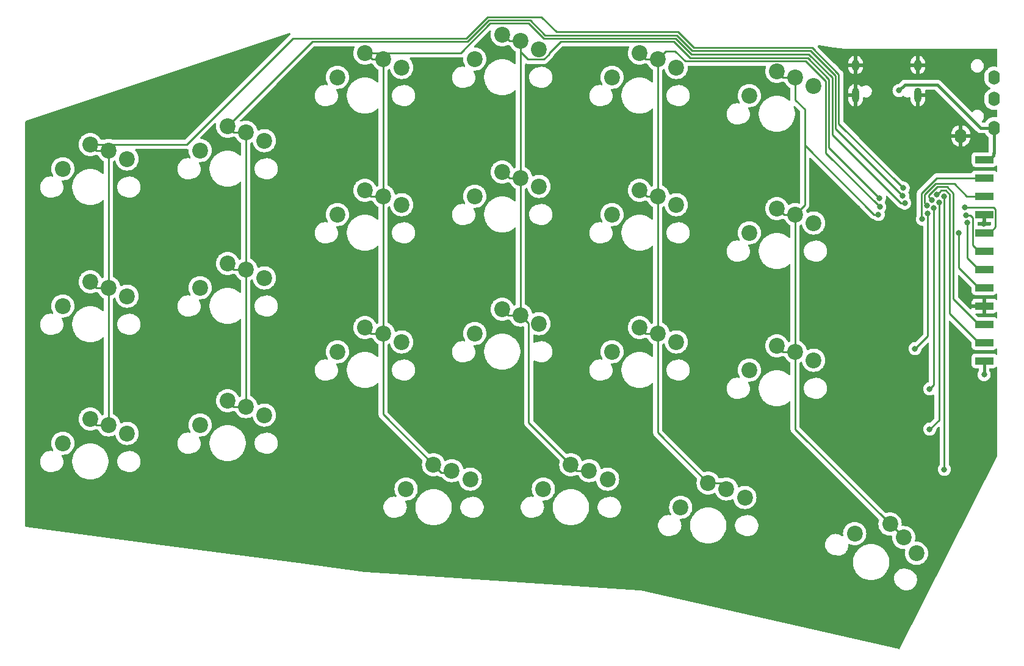
<source format=gbr>
%TF.GenerationSoftware,KiCad,Pcbnew,6.0.5-2.fc36*%
%TF.CreationDate,2022-06-13T17:40:04-05:00*%
%TF.ProjectId,left,6c656674-2e6b-4696-9361-645f70636258,rev?*%
%TF.SameCoordinates,Original*%
%TF.FileFunction,Copper,L2,Bot*%
%TF.FilePolarity,Positive*%
%FSLAX46Y46*%
G04 Gerber Fmt 4.6, Leading zero omitted, Abs format (unit mm)*
G04 Created by KiCad (PCBNEW 6.0.5-2.fc36) date 2022-06-13 17:40:04*
%MOMM*%
%LPD*%
G01*
G04 APERTURE LIST*
%TA.AperFunction,ComponentPad*%
%ADD10O,1.000000X1.600000*%
%TD*%
%TA.AperFunction,ComponentPad*%
%ADD11O,1.000000X2.100000*%
%TD*%
%TA.AperFunction,ComponentPad*%
%ADD12O,1.600000X2.000000*%
%TD*%
%TA.AperFunction,ComponentPad*%
%ADD13O,1.000000X1.400000*%
%TD*%
%TA.AperFunction,ComponentPad*%
%ADD14C,2.200000*%
%TD*%
%TA.AperFunction,SMDPad,CuDef*%
%ADD15R,2.500000X1.000000*%
%TD*%
%TA.AperFunction,ViaPad*%
%ADD16C,0.800000*%
%TD*%
%TA.AperFunction,Conductor*%
%ADD17C,0.381000*%
%TD*%
%TA.AperFunction,Conductor*%
%ADD18C,0.250000*%
%TD*%
G04 APERTURE END LIST*
D10*
%TO.P,J1,S1*%
%TO.N,GND*%
X229110000Y-49750000D03*
D11*
X229110000Y-53930000D03*
X220470000Y-53930000D03*
D10*
X220470000Y-49750000D03*
%TD*%
D12*
%TO.P,J2,1*%
%TO.N,GND*%
X235063000Y-59560000D03*
D13*
X235063000Y-59560000D03*
%TO.P,J2,2*%
%TO.N,5V*%
X239663000Y-58460000D03*
D12*
X239663000Y-58460000D03*
%TO.P,J2,3*%
%TO.N,TX*%
X239663000Y-54460000D03*
D13*
X239663000Y-54460000D03*
D12*
%TO.P,J2,4*%
%TO.N,RX*%
X239663000Y-51460000D03*
D13*
X239663000Y-51460000D03*
%TD*%
D14*
%TO.P,SW3,1*%
%TO.N,Net-(D5-Pad2)*%
X119400000Y-62775000D03*
X110490000Y-64135000D03*
%TO.P,SW3,2*%
%TO.N,COL1*%
X114300000Y-60775000D03*
X116840000Y-61595000D03*
%TD*%
%TO.P,SW24,1*%
%TO.N,Net-(D26-Pad2)*%
X186075000Y-107225000D03*
X177165000Y-108585000D03*
%TO.P,SW24,2*%
%TO.N,COL4*%
X183515000Y-106045000D03*
X180975000Y-105225000D03*
%TD*%
%TO.P,SW34,1*%
%TO.N,Net-(D36-Pad2)*%
X196215000Y-111125000D03*
X205125000Y-109765000D03*
%TO.P,SW34,2*%
%TO.N,COL5*%
X202565000Y-108585000D03*
X200025000Y-107765000D03*
%TD*%
%TO.P,SW33,1*%
%TO.N,Net-(D35-Pad2)*%
X186690000Y-89535000D03*
X195600000Y-88175000D03*
%TO.P,SW33,2*%
%TO.N,COL5*%
X190500000Y-86175000D03*
X193040000Y-86995000D03*
%TD*%
%TO.P,SW32,1*%
%TO.N,Net-(D34-Pad2)*%
X186690000Y-70485000D03*
X195600000Y-69125000D03*
%TO.P,SW32,2*%
%TO.N,COL5*%
X193040000Y-67945000D03*
X190500000Y-67125000D03*
%TD*%
%TO.P,SW31,1*%
%TO.N,Net-(D33-Pad2)*%
X186690000Y-51435000D03*
X195600000Y-50075000D03*
%TO.P,SW31,2*%
%TO.N,COL5*%
X193040000Y-48895000D03*
X190500000Y-48075000D03*
%TD*%
%TO.P,SW23,1*%
%TO.N,Net-(D25-Pad2)*%
X167640000Y-86995000D03*
X176550000Y-85635000D03*
%TO.P,SW23,2*%
%TO.N,COL4*%
X171450000Y-83635000D03*
X173990000Y-84455000D03*
%TD*%
%TO.P,SW22,1*%
%TO.N,Net-(D24-Pad2)*%
X167640000Y-67945000D03*
X176550000Y-66585000D03*
%TO.P,SW22,2*%
%TO.N,COL4*%
X173990000Y-65405000D03*
X171450000Y-64585000D03*
%TD*%
%TO.P,SW21,1*%
%TO.N,Net-(D23-Pad2)*%
X167640000Y-48895000D03*
X176550000Y-47535000D03*
%TO.P,SW21,2*%
%TO.N,COL4*%
X171450000Y-45535000D03*
X173990000Y-46355000D03*
%TD*%
%TO.P,SW19,1*%
%TO.N,Net-(D21-Pad2)*%
X129540000Y-99695000D03*
X138450000Y-98335000D03*
%TO.P,SW19,2*%
%TO.N,COL2*%
X133350000Y-96335000D03*
X135890000Y-97155000D03*
%TD*%
%TO.P,SW18,1*%
%TO.N,Net-(D20-Pad2)*%
X138450000Y-79285000D03*
X129540000Y-80645000D03*
%TO.P,SW18,2*%
%TO.N,COL2*%
X133350000Y-77285000D03*
X135890000Y-78105000D03*
%TD*%
%TO.P,SW17,1*%
%TO.N,Net-(D19-Pad2)*%
X129540000Y-61595000D03*
X138450000Y-60235000D03*
%TO.P,SW17,2*%
%TO.N,COL2*%
X135890000Y-59055000D03*
X133350000Y-58235000D03*
%TD*%
%TO.P,SW14,1*%
%TO.N,Net-(D16-Pad2)*%
X205740000Y-92075000D03*
X214650000Y-90715000D03*
%TO.P,SW14,2*%
%TO.N,COL6*%
X209550000Y-88715000D03*
X212090000Y-89535000D03*
%TD*%
%TO.P,SW12,1*%
%TO.N,Net-(D14-Pad2)*%
X214650000Y-52615000D03*
X205740000Y-53975000D03*
%TO.P,SW12,2*%
%TO.N,COL6*%
X209550000Y-50615000D03*
X212090000Y-51435000D03*
%TD*%
%TO.P,SW10,1*%
%TO.N,Net-(D12-Pad2)*%
X158115000Y-108585000D03*
X167025000Y-107225000D03*
%TO.P,SW10,2*%
%TO.N,COL3*%
X164465000Y-106045000D03*
X161925000Y-105225000D03*
%TD*%
%TO.P,SW9,1*%
%TO.N,Net-(D11-Pad2)*%
X157500000Y-88175000D03*
X148590000Y-89535000D03*
%TO.P,SW9,2*%
%TO.N,COL3*%
X154940000Y-86995000D03*
X152400000Y-86175000D03*
%TD*%
%TO.P,SW8,1*%
%TO.N,Net-(D10-Pad2)*%
X148590000Y-70485000D03*
X157500000Y-69125000D03*
%TO.P,SW8,2*%
%TO.N,COL3*%
X152400000Y-67125000D03*
X154940000Y-67945000D03*
%TD*%
%TO.P,SW13,1*%
%TO.N,Net-(D15-Pad2)*%
X205740000Y-73025000D03*
X214650000Y-71665000D03*
%TO.P,SW13,2*%
%TO.N,COL6*%
X212090000Y-70485000D03*
X209550000Y-69665000D03*
%TD*%
%TO.P,SW7,1*%
%TO.N,Net-(D9-Pad2)*%
X148590000Y-51435000D03*
X157500000Y-50075000D03*
%TO.P,SW7,2*%
%TO.N,COL3*%
X152400000Y-48075000D03*
X154940000Y-48895000D03*
%TD*%
%TO.P,SW5,1*%
%TO.N,Net-(D7-Pad2)*%
X110490000Y-102235000D03*
X119400000Y-100875000D03*
%TO.P,SW5,2*%
%TO.N,COL1*%
X114300000Y-98875000D03*
X116840000Y-99695000D03*
%TD*%
%TO.P,SW4,1*%
%TO.N,Net-(D6-Pad2)*%
X110490000Y-83185000D03*
X119400000Y-81825000D03*
%TO.P,SW4,2*%
%TO.N,COL1*%
X114300000Y-79825000D03*
X116840000Y-80645000D03*
%TD*%
%TO.P,SW15,1*%
%TO.N,Net-(D17-Pad2)*%
X228935337Y-117530365D03*
X220354643Y-114771853D03*
%TO.P,SW15,2*%
%TO.N,COL6*%
X225263567Y-113464887D03*
X227170818Y-115332076D03*
%TD*%
D15*
%TO.P,J3,1*%
%TO.N,3.3V*%
X238315000Y-90805000D03*
%TO.P,J3,2*%
%TO.N,SWDIO*%
X238315000Y-88265000D03*
%TO.P,J3,3*%
%TO.N,SWDCLK*%
X238315000Y-85725000D03*
%TO.P,J3,4*%
%TO.N,GND*%
X238315000Y-83185000D03*
%TO.P,J3,5*%
%TO.N,PA4*%
X238315000Y-80645000D03*
%TO.P,J3,6*%
%TO.N,PA5*%
X238315000Y-78105000D03*
%TO.P,J3,7*%
%TO.N,PA6*%
X238315000Y-75565000D03*
%TO.P,J3,8*%
%TO.N,PA7*%
X238315000Y-73025000D03*
%TO.P,J3,9*%
%TO.N,GND*%
X238315000Y-70485000D03*
%TO.P,J3,10*%
%TO.N,PB6*%
X238315000Y-67945000D03*
%TO.P,J3,11*%
%TO.N,PB7*%
X238315000Y-65405000D03*
%TO.P,J3,12*%
%TO.N,5V*%
X238315000Y-62865000D03*
%TD*%
D16*
%TO.N,GND*%
X220726000Y-69596000D03*
X220345000Y-74422000D03*
X227965000Y-80137000D03*
X238252000Y-71755000D03*
X221996000Y-83947000D03*
X236347000Y-63627000D03*
X235712000Y-81280000D03*
X223520000Y-61214000D03*
X230505000Y-59690000D03*
%TO.N,5V*%
X226507489Y-53279489D03*
%TO.N,3.3V*%
X238315000Y-92710000D03*
%TO.N,PA4*%
X234823000Y-73025000D03*
%TO.N,PA5*%
X235966000Y-71628000D03*
%TO.N,PA6*%
X235819000Y-70592000D03*
%TO.N,PA7*%
X235616000Y-69469000D03*
%TO.N,ROW1*%
X228727000Y-89118927D03*
X230505000Y-70358000D03*
%TO.N,ROW2*%
X230759000Y-94706927D03*
X231295661Y-69612394D03*
%TO.N,ROW3*%
X230759000Y-100294927D03*
X232035892Y-68843108D03*
%TO.N,ROW4*%
X232727096Y-67934685D03*
X232791000Y-105882927D03*
%TO.N,SWDIO*%
X231733288Y-67744851D03*
%TO.N,SWDCLK*%
X231039426Y-68464974D03*
%TO.N,COL1*%
X227075996Y-66802000D03*
%TO.N,COL2*%
X227035097Y-67928177D03*
%TO.N,COL3*%
X227296223Y-68893494D03*
%TO.N,COL4*%
X223773988Y-68199000D03*
%TO.N,PB6*%
X230377996Y-69215000D03*
%TO.N,PB7*%
X229743000Y-71120000D03*
%TO.N,COL5*%
X223830091Y-69450510D03*
%TO.N,COL6*%
X223647000Y-70484902D03*
%TD*%
D17*
%TO.N,5V*%
X238482000Y-58460000D02*
X239663000Y-58460000D01*
X231822548Y-52489490D02*
X237793058Y-58460000D01*
X237793058Y-58460000D02*
X238482000Y-58460000D01*
X227297488Y-52489490D02*
X231822548Y-52489490D01*
D18*
X238125000Y-62675000D02*
X238315000Y-62865000D01*
D17*
X239663000Y-61962000D02*
X239649000Y-61976000D01*
X239649000Y-62281000D02*
X239065000Y-62865000D01*
X239065000Y-62865000D02*
X238315000Y-62865000D01*
X239649000Y-61976000D02*
X239649000Y-62281000D01*
X226507489Y-53279489D02*
X227297488Y-52489490D01*
X239663000Y-58460000D02*
X239663000Y-61962000D01*
%TO.N,3.3V*%
X238315000Y-92710000D02*
X238315000Y-90805000D01*
D18*
%TO.N,PA4*%
X237565000Y-80645000D02*
X234823000Y-77903000D01*
X238315000Y-80645000D02*
X237565000Y-80645000D01*
X234823000Y-77903000D02*
X234823000Y-73590685D01*
X234823000Y-73590685D02*
X234823000Y-73025000D01*
%TO.N,PA5*%
X238315000Y-78105000D02*
X237565000Y-78105000D01*
X237565000Y-78105000D02*
X235966000Y-76506000D01*
X235966000Y-72193685D02*
X235966000Y-71628000D01*
X235966000Y-76506000D02*
X235966000Y-72193685D01*
%TO.N,PA6*%
X236739999Y-70947314D02*
X236739999Y-74739999D01*
X236739999Y-74739999D02*
X237565000Y-75565000D01*
X236384685Y-70592000D02*
X236739999Y-70947314D01*
X237565000Y-75565000D02*
X238315000Y-75565000D01*
X235819000Y-70592000D02*
X236384685Y-70592000D01*
%TO.N,PA7*%
X239890001Y-69724999D02*
X239890001Y-72199999D01*
X239890001Y-72199999D02*
X239065000Y-73025000D01*
X235616000Y-69469000D02*
X239634002Y-69469000D01*
X239065000Y-73025000D02*
X238315000Y-73025000D01*
X239634002Y-69469000D02*
X239890001Y-69724999D01*
%TO.N,ROW1*%
X230505000Y-87340927D02*
X230505000Y-70358000D01*
X228727000Y-89118927D02*
X230505000Y-87340927D01*
%TO.N,ROW2*%
X230759000Y-94706927D02*
X231295661Y-94170266D01*
X231295661Y-70178079D02*
X231295661Y-69612394D01*
X231295661Y-94170266D02*
X231295661Y-70178079D01*
%TO.N,ROW3*%
X232035892Y-99018035D02*
X232035892Y-69408793D01*
X230759000Y-100294927D02*
X232035892Y-99018035D01*
X232035892Y-69408793D02*
X232035892Y-68843108D01*
%TO.N,ROW4*%
X232791000Y-68072000D02*
X232791000Y-68072000D01*
X232791000Y-67998589D02*
X232727096Y-67934685D01*
X232791000Y-105882927D02*
X232791000Y-67998589D01*
%TO.N,SWDIO*%
X237565000Y-88265000D02*
X233553000Y-84253000D01*
X238315000Y-88265000D02*
X237565000Y-88265000D01*
X232314136Y-67164003D02*
X232133287Y-67344852D01*
X233553000Y-84253000D02*
X233553000Y-67687587D01*
X233553000Y-67687587D02*
X233029416Y-67164003D01*
X233029416Y-67164003D02*
X232314136Y-67164003D01*
X232133287Y-67344852D02*
X231733288Y-67744851D01*
%TO.N,SWDCLK*%
X238315000Y-85725000D02*
X237565000Y-85725000D01*
X234061000Y-82221000D02*
X234061000Y-67559177D01*
X230639427Y-67813393D02*
X230639427Y-68064975D01*
X230639427Y-68064975D02*
X231039426Y-68464974D01*
X233157825Y-66656002D02*
X231796818Y-66656002D01*
X234061000Y-67559177D02*
X233157825Y-66656002D01*
X231796818Y-66656002D02*
X230639427Y-67813393D01*
X237565000Y-85725000D02*
X234061000Y-82221000D01*
%TO.N,COL1*%
X127693000Y-60775000D02*
X142436011Y-46031989D01*
X116840000Y-61595000D02*
X116840000Y-80645000D01*
X116840000Y-61595000D02*
X115120000Y-61595000D01*
X196097205Y-45395578D02*
X198003613Y-47301989D01*
X115120000Y-99695000D02*
X114300000Y-98875000D01*
X226675997Y-66402001D02*
X227075996Y-66802000D01*
X218139029Y-57865033D02*
X226675997Y-66402001D01*
X142436011Y-46031989D02*
X166437600Y-46031989D01*
X214435400Y-47301989D02*
X218139029Y-51005618D01*
X169427611Y-43041978D02*
X176914813Y-43041978D01*
X179004802Y-45131967D02*
X195833594Y-45131967D01*
X116840000Y-80645000D02*
X116840000Y-99695000D01*
X115120000Y-80645000D02*
X114300000Y-79825000D01*
X176914813Y-43041978D02*
X179004802Y-45131967D01*
X116840000Y-99695000D02*
X115120000Y-99695000D01*
X114300000Y-60775000D02*
X127693000Y-60775000D01*
X218139029Y-51005618D02*
X218139029Y-57865033D01*
X116840000Y-80645000D02*
X115120000Y-80645000D01*
X195833594Y-45131967D02*
X196097205Y-45395578D01*
X198003613Y-47301989D02*
X214435400Y-47301989D01*
X166437600Y-46031989D02*
X169427611Y-43041978D01*
X115120000Y-61595000D02*
X114300000Y-60775000D01*
%TO.N,COL2*%
X166624000Y-46482000D02*
X169614011Y-43491989D01*
X135890000Y-59055000D02*
X134170000Y-59055000D01*
X177409388Y-45581978D02*
X195647194Y-45581978D01*
X134170000Y-59055000D02*
X133350000Y-58235000D01*
X217689020Y-51192020D02*
X217689020Y-51943000D01*
X217689020Y-51943000D02*
X217689020Y-58582100D01*
X135890000Y-97155000D02*
X135890000Y-78105000D01*
X169614011Y-43491989D02*
X175319399Y-43491989D01*
X197817214Y-47752000D02*
X214249000Y-47752000D01*
X175319399Y-43491989D02*
X177409388Y-45581978D01*
X217689020Y-58582100D02*
X226635098Y-67528178D01*
X226635098Y-67528178D02*
X227035097Y-67928177D01*
X195647194Y-45581978D02*
X197817214Y-47752000D01*
X145103000Y-46482000D02*
X166624000Y-46482000D01*
X133350000Y-58235000D02*
X145103000Y-46482000D01*
X135890000Y-97155000D02*
X134170000Y-97155000D01*
X135890000Y-78105000D02*
X134170000Y-78105000D01*
X217689020Y-51825610D02*
X217689020Y-51943000D01*
X135890000Y-78105000D02*
X135890000Y-63233998D01*
X214249000Y-47752000D02*
X217689020Y-51192020D01*
X134170000Y-78105000D02*
X133350000Y-77285000D01*
X134170000Y-97155000D02*
X133350000Y-96335000D01*
X135890000Y-63233998D02*
X135890000Y-59055000D01*
%TO.N,COL3*%
X213997822Y-48260000D02*
X217239011Y-51501189D01*
X152564366Y-48075000D02*
X152400000Y-48075000D01*
X217239011Y-51501189D02*
X217239010Y-59401966D01*
X197688804Y-48260000D02*
X213997822Y-48260000D01*
X165667411Y-48075000D02*
X169800411Y-43942000D01*
X154940000Y-98240000D02*
X161925000Y-105225000D01*
X154940000Y-48895000D02*
X153384366Y-48895000D01*
X152400000Y-48075000D02*
X165667411Y-48075000D01*
X163024999Y-106324999D02*
X164185001Y-106324999D01*
X195460794Y-46031989D02*
X197688804Y-48260000D01*
X154940000Y-67945000D02*
X153220000Y-67945000D01*
X164185001Y-106324999D02*
X164465000Y-106045000D01*
X161925000Y-105225000D02*
X163024999Y-106324999D01*
X169800411Y-43942000D02*
X175132999Y-43942000D01*
X153220000Y-86995000D02*
X152400000Y-86175000D01*
X175132999Y-43942000D02*
X177222988Y-46031989D01*
X154940000Y-67945000D02*
X154940000Y-86995000D01*
X226730538Y-68893494D02*
X227296223Y-68893494D01*
X154940000Y-48895000D02*
X154940000Y-67945000D01*
X153384366Y-48895000D02*
X152564366Y-48075000D01*
X217239010Y-59401966D02*
X226730538Y-68893494D01*
X154940000Y-86995000D02*
X153220000Y-86995000D01*
X177222988Y-46031989D02*
X195460794Y-46031989D01*
X154940000Y-86995000D02*
X154940000Y-98240000D01*
X153220000Y-67945000D02*
X152400000Y-67125000D01*
%TO.N,COL4*%
X213841399Y-48739988D02*
X216789000Y-51687589D01*
X173990000Y-82899366D02*
X173990000Y-65405000D01*
X173990000Y-84455000D02*
X173990000Y-82899366D01*
X216789000Y-51687589D02*
X216789000Y-51814589D01*
X195274394Y-46482000D02*
X197532382Y-48739988D01*
X216789000Y-57658000D02*
X216789000Y-58571000D01*
X173990000Y-63849366D02*
X173990000Y-46355000D01*
X177975001Y-48071001D02*
X179564002Y-46482000D01*
X173990000Y-84455000D02*
X172270000Y-84455000D01*
X175039367Y-48960001D02*
X177234001Y-48960001D01*
X173990000Y-65405000D02*
X172434366Y-65405000D01*
X197532382Y-48739988D02*
X213841399Y-48739988D01*
X216789000Y-61214012D02*
X216789000Y-57658000D01*
X171614366Y-64585000D02*
X171450000Y-64585000D01*
X175124999Y-99374999D02*
X175124999Y-85589999D01*
X172270000Y-84455000D02*
X171450000Y-83635000D01*
X179564002Y-46482000D02*
X195274394Y-46482000D01*
X173990000Y-65405000D02*
X173990000Y-63849366D01*
X173990000Y-46355000D02*
X172434366Y-46355000D01*
X173990000Y-46355000D02*
X173990000Y-47910634D01*
X172434366Y-46355000D02*
X171614366Y-45535000D01*
X175089999Y-85554999D02*
X173990000Y-84455000D01*
X171614366Y-45535000D02*
X171450000Y-45535000D01*
X216789000Y-51814589D02*
X216789000Y-57658000D01*
X181795000Y-106045000D02*
X180975000Y-105225000D01*
X177975001Y-48219001D02*
X177975001Y-48071001D01*
X172434366Y-65405000D02*
X171614366Y-64585000D01*
X173990000Y-47910634D02*
X175039367Y-48960001D01*
X180975000Y-105225000D02*
X175124999Y-99374999D01*
X223773988Y-68199000D02*
X216789000Y-61214012D01*
X175124999Y-85589999D02*
X175089999Y-85554999D01*
X177234001Y-48960001D02*
X177975001Y-48219001D01*
X183515000Y-106045000D02*
X181795000Y-106045000D01*
%TO.N,PB6*%
X230066011Y-68903015D02*
X230377996Y-69215000D01*
X230066011Y-67750399D02*
X230066011Y-68903015D01*
X231610419Y-66205991D02*
X230066011Y-67750399D01*
X238315000Y-67945000D02*
X235899999Y-67945000D01*
X235899999Y-67945000D02*
X234160990Y-66205991D01*
X234160990Y-66205991D02*
X231610419Y-66205991D01*
%TO.N,PB7*%
X238315000Y-65405000D02*
X231775000Y-65405000D01*
X231775000Y-65405000D02*
X229616000Y-67564000D01*
X229616000Y-67564000D02*
X229616000Y-70993000D01*
X229616000Y-70993000D02*
X229743000Y-71120000D01*
%TO.N,COL5*%
X223830091Y-69450510D02*
X216338989Y-61959408D01*
X193040000Y-48895000D02*
X193040000Y-67945000D01*
X196824001Y-49189999D02*
X195429003Y-47795001D01*
X193040000Y-48895000D02*
X191320000Y-48895000D01*
X193040000Y-67945000D02*
X193040000Y-86995000D01*
X201745000Y-107765000D02*
X202565000Y-108585000D01*
X200025000Y-107765000D02*
X201745000Y-107765000D01*
X193040000Y-86995000D02*
X191320000Y-86995000D01*
X190664366Y-67125000D02*
X190500000Y-67125000D01*
X191484366Y-67945000D02*
X190664366Y-67125000D01*
X191320000Y-86995000D02*
X190500000Y-86175000D01*
X216338989Y-52000989D02*
X213527999Y-49189999D01*
X213527999Y-49189999D02*
X196824001Y-49189999D01*
X191320000Y-48895000D02*
X190500000Y-48075000D01*
X193040000Y-100780000D02*
X200025000Y-107765000D01*
X216338989Y-61959408D02*
X216338989Y-52000989D01*
X193040000Y-67945000D02*
X191484366Y-67945000D01*
X193040000Y-86995000D02*
X193040000Y-100780000D01*
X195429003Y-47795001D02*
X194139999Y-47795001D01*
X194139999Y-47795001D02*
X193040000Y-48895000D01*
%TO.N,COL6*%
X223647000Y-70484902D02*
X223011902Y-70484902D01*
X212090000Y-89535000D02*
X210370000Y-89535000D01*
X213429999Y-55909212D02*
X212090000Y-54569213D01*
X213429999Y-69145001D02*
X212090000Y-70485000D01*
X210534366Y-70485000D02*
X209714366Y-69665000D01*
X212090000Y-89535000D02*
X212090000Y-100291320D01*
X210370000Y-89535000D02*
X209550000Y-88715000D01*
X213429999Y-60267901D02*
X213429999Y-69145001D01*
X212090000Y-70485000D02*
X212090000Y-89535000D01*
X213429999Y-60267901D02*
X213429999Y-55909212D01*
X212090000Y-54569213D02*
X212090000Y-51435000D01*
X209714366Y-69665000D02*
X209550000Y-69665000D01*
X212090000Y-51435000D02*
X210370000Y-51435000D01*
X227130756Y-115332076D02*
X227170818Y-115332076D01*
X225263567Y-113464887D02*
X227130756Y-115332076D01*
X210370000Y-51435000D02*
X209550000Y-50615000D01*
X223011902Y-70484902D02*
X213429999Y-60902999D01*
X212090000Y-70485000D02*
X210534366Y-70485000D01*
X213429999Y-60902999D02*
X213429999Y-60267901D01*
X212090000Y-100291320D02*
X225263567Y-113464887D01*
%TO.N,Net-(D23-Pad2)*%
X167640000Y-48895000D02*
X167705001Y-48960001D01*
%TD*%
%TA.AperFunction,Conductor*%
%TO.N,GND*%
G36*
X169831785Y-44910696D02*
G01*
X169888621Y-44953243D01*
X169913432Y-45019763D01*
X169910272Y-45058164D01*
X169888333Y-45149546D01*
X169863123Y-45254557D01*
X169856391Y-45282597D01*
X169836526Y-45535000D01*
X169856391Y-45787403D01*
X169857545Y-45792210D01*
X169857546Y-45792216D01*
X169873327Y-45857948D01*
X169915495Y-46033591D01*
X169917388Y-46038162D01*
X169917389Y-46038164D01*
X169999371Y-46236085D01*
X170012384Y-46267502D01*
X170144672Y-46483376D01*
X170309102Y-46675898D01*
X170501624Y-46840328D01*
X170690708Y-46956199D01*
X170712288Y-46969423D01*
X170717498Y-46972616D01*
X170722068Y-46974509D01*
X170722072Y-46974511D01*
X170946836Y-47067611D01*
X170951409Y-47069505D01*
X171007304Y-47082924D01*
X171192784Y-47127454D01*
X171192790Y-47127455D01*
X171197597Y-47128609D01*
X171450000Y-47148474D01*
X171702403Y-47128609D01*
X171707210Y-47127455D01*
X171707216Y-47127454D01*
X171892696Y-47082924D01*
X171948591Y-47069505D01*
X171953191Y-47067600D01*
X172100993Y-47006378D01*
X172179774Y-46973746D01*
X172250363Y-46966157D01*
X172252945Y-46966763D01*
X172256221Y-46968181D01*
X172264051Y-46969421D01*
X172264057Y-46969423D01*
X172299890Y-46975099D01*
X172311510Y-46977505D01*
X172346655Y-46986528D01*
X172354336Y-46988500D01*
X172374590Y-46988500D01*
X172394300Y-46990051D01*
X172414309Y-46993220D01*
X172422201Y-46992474D01*
X172430124Y-46992723D01*
X172430037Y-46995503D01*
X172486668Y-47006484D01*
X172537996Y-47055535D01*
X172545215Y-47070195D01*
X172550487Y-47082924D01*
X172550491Y-47082932D01*
X172552384Y-47087502D01*
X172684672Y-47303376D01*
X172849102Y-47495898D01*
X173041624Y-47660328D01*
X173257498Y-47792616D01*
X173262073Y-47794511D01*
X173262075Y-47794512D01*
X173278568Y-47801344D01*
X173333848Y-47845893D01*
X173356286Y-47913786D01*
X173356438Y-47918613D01*
X173356500Y-47922579D01*
X173356500Y-49488807D01*
X173336498Y-49556928D01*
X173282842Y-49603421D01*
X173212568Y-49613525D01*
X173150184Y-49585892D01*
X172930427Y-49404093D01*
X172927375Y-49401568D01*
X172660869Y-49232438D01*
X172657290Y-49230754D01*
X172657283Y-49230750D01*
X172378856Y-49099733D01*
X172378852Y-49099731D01*
X172375266Y-49098044D01*
X172075072Y-49000505D01*
X171765020Y-48941359D01*
X171528838Y-48926500D01*
X171371162Y-48926500D01*
X171134980Y-48941359D01*
X170824928Y-49000505D01*
X170524734Y-49098044D01*
X170521148Y-49099731D01*
X170521144Y-49099733D01*
X170242717Y-49230750D01*
X170242710Y-49230754D01*
X170239131Y-49232438D01*
X169972625Y-49401568D01*
X169881943Y-49476587D01*
X169740619Y-49593501D01*
X169729418Y-49602767D01*
X169726704Y-49605657D01*
X169726703Y-49605658D01*
X169706190Y-49627502D01*
X169513346Y-49832860D01*
X169327816Y-50088221D01*
X169325909Y-50091690D01*
X169325907Y-50091693D01*
X169188625Y-50341407D01*
X169175753Y-50364821D01*
X169174300Y-50368490D01*
X169174298Y-50368495D01*
X169075971Y-50616841D01*
X169059557Y-50658298D01*
X168981060Y-50964025D01*
X168941500Y-51277179D01*
X168941500Y-51592821D01*
X168981060Y-51905975D01*
X169059557Y-52211702D01*
X169061010Y-52215371D01*
X169061010Y-52215372D01*
X169171279Y-52493878D01*
X169175753Y-52505179D01*
X169177659Y-52508647D01*
X169177660Y-52508648D01*
X169311603Y-52752287D01*
X169327816Y-52781779D01*
X169513346Y-53037140D01*
X169690129Y-53225395D01*
X169719856Y-53257050D01*
X169729418Y-53267233D01*
X169732469Y-53269757D01*
X169732470Y-53269758D01*
X169787777Y-53315512D01*
X169972625Y-53468432D01*
X170239131Y-53637562D01*
X170242710Y-53639246D01*
X170242717Y-53639250D01*
X170521144Y-53770267D01*
X170521148Y-53770269D01*
X170524734Y-53771956D01*
X170824928Y-53869495D01*
X171134980Y-53928641D01*
X171371162Y-53943500D01*
X171528838Y-53943500D01*
X171765020Y-53928641D01*
X172075072Y-53869495D01*
X172375266Y-53771956D01*
X172378852Y-53770269D01*
X172378856Y-53770267D01*
X172657283Y-53639250D01*
X172657290Y-53639246D01*
X172660869Y-53637562D01*
X172927375Y-53468432D01*
X173015290Y-53395702D01*
X173150184Y-53284108D01*
X173215422Y-53256098D01*
X173285447Y-53267805D01*
X173338026Y-53315512D01*
X173356500Y-53381193D01*
X173356500Y-63842185D01*
X173336498Y-63910306D01*
X173278720Y-63958593D01*
X173262075Y-63965488D01*
X173257498Y-63967384D01*
X173253279Y-63969969D01*
X173253268Y-63969975D01*
X173126238Y-64047820D01*
X173057705Y-64066359D01*
X172990028Y-64044903D01*
X172943994Y-63988606D01*
X172889511Y-63857072D01*
X172889509Y-63857068D01*
X172887616Y-63852498D01*
X172755328Y-63636624D01*
X172590898Y-63444102D01*
X172398376Y-63279672D01*
X172182502Y-63147384D01*
X172177932Y-63145491D01*
X172177928Y-63145489D01*
X171953164Y-63052389D01*
X171953162Y-63052388D01*
X171948591Y-63050495D01*
X171852405Y-63027403D01*
X171707216Y-62992546D01*
X171707210Y-62992545D01*
X171702403Y-62991391D01*
X171450000Y-62971526D01*
X171197597Y-62991391D01*
X171192790Y-62992545D01*
X171192784Y-62992546D01*
X171047595Y-63027403D01*
X170951409Y-63050495D01*
X170946838Y-63052388D01*
X170946836Y-63052389D01*
X170722072Y-63145489D01*
X170722068Y-63145491D01*
X170717498Y-63147384D01*
X170501624Y-63279672D01*
X170309102Y-63444102D01*
X170144672Y-63636624D01*
X170012384Y-63852498D01*
X170010491Y-63857068D01*
X170010489Y-63857072D01*
X169935513Y-64038081D01*
X169915495Y-64086409D01*
X169902646Y-64139930D01*
X169861658Y-64310660D01*
X169856391Y-64332597D01*
X169836526Y-64585000D01*
X169856391Y-64837403D01*
X169857545Y-64842210D01*
X169857546Y-64842216D01*
X169882375Y-64945634D01*
X169915495Y-65083591D01*
X169917388Y-65088162D01*
X169917389Y-65088164D01*
X170001421Y-65291034D01*
X170012384Y-65317502D01*
X170144672Y-65533376D01*
X170309102Y-65725898D01*
X170501624Y-65890328D01*
X170690708Y-66006199D01*
X170712288Y-66019423D01*
X170717498Y-66022616D01*
X170722068Y-66024509D01*
X170722072Y-66024511D01*
X170935195Y-66112789D01*
X170951409Y-66119505D01*
X171007304Y-66132924D01*
X171192784Y-66177454D01*
X171192790Y-66177455D01*
X171197597Y-66178609D01*
X171450000Y-66198474D01*
X171702403Y-66178609D01*
X171707210Y-66177455D01*
X171707216Y-66177454D01*
X171892696Y-66132924D01*
X171948591Y-66119505D01*
X171966329Y-66112158D01*
X172066793Y-66070544D01*
X172179774Y-66023746D01*
X172250363Y-66016157D01*
X172252945Y-66016763D01*
X172256221Y-66018181D01*
X172264051Y-66019421D01*
X172264057Y-66019423D01*
X172299890Y-66025099D01*
X172311510Y-66027505D01*
X172346655Y-66036528D01*
X172354336Y-66038500D01*
X172374590Y-66038500D01*
X172394300Y-66040051D01*
X172414309Y-66043220D01*
X172422201Y-66042474D01*
X172430124Y-66042723D01*
X172430037Y-66045503D01*
X172486668Y-66056484D01*
X172537996Y-66105535D01*
X172545215Y-66120195D01*
X172550487Y-66132924D01*
X172550491Y-66132932D01*
X172552384Y-66137502D01*
X172684672Y-66353376D01*
X172814589Y-66505489D01*
X172841736Y-66537273D01*
X172849102Y-66545898D01*
X173041624Y-66710328D01*
X173257498Y-66842616D01*
X173262073Y-66844511D01*
X173262075Y-66844512D01*
X173278720Y-66851407D01*
X173334000Y-66895956D01*
X173356500Y-66967815D01*
X173356500Y-68538807D01*
X173336498Y-68606928D01*
X173282842Y-68653421D01*
X173212568Y-68663525D01*
X173150184Y-68635892D01*
X172981202Y-68496098D01*
X172927375Y-68451568D01*
X172660869Y-68282438D01*
X172657290Y-68280754D01*
X172657283Y-68280750D01*
X172378856Y-68149733D01*
X172378852Y-68149731D01*
X172375266Y-68148044D01*
X172075072Y-68050505D01*
X171765020Y-67991359D01*
X171528838Y-67976500D01*
X171371162Y-67976500D01*
X171134980Y-67991359D01*
X170824928Y-68050505D01*
X170524734Y-68148044D01*
X170521148Y-68149731D01*
X170521144Y-68149733D01*
X170242717Y-68280750D01*
X170242710Y-68280754D01*
X170239131Y-68282438D01*
X169972625Y-68451568D01*
X169880407Y-68527858D01*
X169755463Y-68631221D01*
X169729418Y-68652767D01*
X169726704Y-68655657D01*
X169726703Y-68655658D01*
X169708355Y-68675197D01*
X169513346Y-68882860D01*
X169511019Y-68886062D01*
X169511018Y-68886064D01*
X169486808Y-68919386D01*
X169327816Y-69138221D01*
X169325909Y-69141690D01*
X169325907Y-69141693D01*
X169191047Y-69387002D01*
X169175753Y-69414821D01*
X169174300Y-69418490D01*
X169174298Y-69418495D01*
X169070095Y-69681683D01*
X169059557Y-69708298D01*
X168981060Y-70014025D01*
X168941500Y-70327179D01*
X168941500Y-70642821D01*
X168981060Y-70955975D01*
X169059557Y-71261702D01*
X169061010Y-71265371D01*
X169061010Y-71265372D01*
X169174051Y-71550879D01*
X169175753Y-71555179D01*
X169177659Y-71558647D01*
X169177660Y-71558648D01*
X169311857Y-71802749D01*
X169327816Y-71831779D01*
X169513346Y-72087140D01*
X169661237Y-72244628D01*
X169718962Y-72306098D01*
X169729418Y-72317233D01*
X169972625Y-72518432D01*
X170239131Y-72687562D01*
X170242710Y-72689246D01*
X170242717Y-72689250D01*
X170521144Y-72820267D01*
X170521148Y-72820269D01*
X170524734Y-72821956D01*
X170528506Y-72823182D01*
X170528507Y-72823182D01*
X170622195Y-72853623D01*
X170824928Y-72919495D01*
X171134980Y-72978641D01*
X171371162Y-72993500D01*
X171528838Y-72993500D01*
X171765020Y-72978641D01*
X172075072Y-72919495D01*
X172277805Y-72853623D01*
X172371493Y-72823182D01*
X172371494Y-72823182D01*
X172375266Y-72821956D01*
X172378852Y-72820269D01*
X172378856Y-72820267D01*
X172657283Y-72689250D01*
X172657290Y-72689246D01*
X172660869Y-72687562D01*
X172927375Y-72518432D01*
X173015290Y-72445702D01*
X173150184Y-72334108D01*
X173215422Y-72306098D01*
X173285447Y-72317805D01*
X173338026Y-72365512D01*
X173356500Y-72431193D01*
X173356500Y-82892185D01*
X173336498Y-82960306D01*
X173278720Y-83008593D01*
X173262075Y-83015488D01*
X173257498Y-83017384D01*
X173253279Y-83019969D01*
X173253268Y-83019975D01*
X173126238Y-83097820D01*
X173057705Y-83116359D01*
X172990028Y-83094903D01*
X172943994Y-83038606D01*
X172889511Y-82907072D01*
X172889509Y-82907068D01*
X172887616Y-82902498D01*
X172755328Y-82686624D01*
X172590898Y-82494102D01*
X172398376Y-82329672D01*
X172182502Y-82197384D01*
X172177932Y-82195491D01*
X172177928Y-82195489D01*
X171953164Y-82102389D01*
X171953162Y-82102388D01*
X171948591Y-82100495D01*
X171852405Y-82077403D01*
X171707216Y-82042546D01*
X171707210Y-82042545D01*
X171702403Y-82041391D01*
X171450000Y-82021526D01*
X171197597Y-82041391D01*
X171192790Y-82042545D01*
X171192784Y-82042546D01*
X171047595Y-82077403D01*
X170951409Y-82100495D01*
X170946838Y-82102388D01*
X170946836Y-82102389D01*
X170722072Y-82195489D01*
X170722068Y-82195491D01*
X170717498Y-82197384D01*
X170501624Y-82329672D01*
X170309102Y-82494102D01*
X170144672Y-82686624D01*
X170012384Y-82902498D01*
X170010491Y-82907068D01*
X170010489Y-82907072D01*
X169935513Y-83088081D01*
X169915495Y-83136409D01*
X169902646Y-83189930D01*
X169861658Y-83360660D01*
X169856391Y-83382597D01*
X169836526Y-83635000D01*
X169856391Y-83887403D01*
X169857545Y-83892210D01*
X169857546Y-83892216D01*
X169882943Y-83998000D01*
X169915495Y-84133591D01*
X169917388Y-84138162D01*
X169917389Y-84138164D01*
X170003388Y-84345783D01*
X170012384Y-84367502D01*
X170144672Y-84583376D01*
X170309102Y-84775898D01*
X170501624Y-84940328D01*
X170717498Y-85072616D01*
X170722068Y-85074509D01*
X170722072Y-85074511D01*
X170935195Y-85162789D01*
X170951409Y-85169505D01*
X171007308Y-85182925D01*
X171192784Y-85227454D01*
X171192790Y-85227455D01*
X171197597Y-85228609D01*
X171450000Y-85248474D01*
X171702403Y-85228609D01*
X171707210Y-85227455D01*
X171707216Y-85227454D01*
X171892692Y-85182925D01*
X171948591Y-85169505D01*
X172125850Y-85096082D01*
X172187337Y-85087824D01*
X172189970Y-85088500D01*
X172210224Y-85088500D01*
X172229934Y-85090051D01*
X172249943Y-85093220D01*
X172257835Y-85092474D01*
X172293961Y-85089059D01*
X172305819Y-85088500D01*
X172427185Y-85088500D01*
X172495306Y-85108502D01*
X172543593Y-85166280D01*
X172547978Y-85176866D01*
X172552384Y-85187502D01*
X172684672Y-85403376D01*
X172814589Y-85555489D01*
X172841736Y-85587273D01*
X172849102Y-85595898D01*
X173041624Y-85760328D01*
X173257498Y-85892616D01*
X173262068Y-85894509D01*
X173262072Y-85894511D01*
X173341790Y-85927531D01*
X173491409Y-85989505D01*
X173576032Y-86009821D01*
X173732784Y-86047454D01*
X173732790Y-86047455D01*
X173737597Y-86048609D01*
X173990000Y-86068474D01*
X174242403Y-86048609D01*
X174247210Y-86047455D01*
X174247216Y-86047454D01*
X174321311Y-86029665D01*
X174336085Y-86026118D01*
X174406993Y-86029665D01*
X174464727Y-86070985D01*
X174490957Y-86136959D01*
X174491499Y-86148637D01*
X174491499Y-99296232D01*
X174490972Y-99307415D01*
X174489297Y-99314908D01*
X174489546Y-99322834D01*
X174489546Y-99322835D01*
X174491437Y-99382985D01*
X174491499Y-99386944D01*
X174491499Y-99414855D01*
X174491996Y-99418789D01*
X174491996Y-99418790D01*
X174492004Y-99418855D01*
X174492937Y-99430692D01*
X174494326Y-99474888D01*
X174499977Y-99494338D01*
X174503986Y-99513699D01*
X174506525Y-99533796D01*
X174509444Y-99541167D01*
X174509444Y-99541169D01*
X174522803Y-99574911D01*
X174526648Y-99586141D01*
X174536767Y-99620972D01*
X174538981Y-99628592D01*
X174543014Y-99635411D01*
X174543016Y-99635416D01*
X174549292Y-99646027D01*
X174557987Y-99663775D01*
X174565447Y-99682616D01*
X174570109Y-99689032D01*
X174570109Y-99689033D01*
X174591435Y-99718386D01*
X174597951Y-99728306D01*
X174612600Y-99753075D01*
X174620457Y-99766361D01*
X174634778Y-99780682D01*
X174647618Y-99795715D01*
X174659527Y-99812106D01*
X174673150Y-99823376D01*
X174693604Y-99840297D01*
X174702383Y-99848287D01*
X179421972Y-104567877D01*
X179455997Y-104630187D01*
X179449284Y-104705190D01*
X179442387Y-104721840D01*
X179442385Y-104721846D01*
X179440495Y-104726409D01*
X179439342Y-104731212D01*
X179387686Y-104946377D01*
X179381391Y-104972597D01*
X179361526Y-105225000D01*
X179381391Y-105477403D01*
X179382545Y-105482210D01*
X179382546Y-105482216D01*
X179408170Y-105588946D01*
X179440495Y-105723591D01*
X179442388Y-105728162D01*
X179442389Y-105728164D01*
X179526421Y-105931034D01*
X179537384Y-105957502D01*
X179669672Y-106173376D01*
X179834102Y-106365898D01*
X180026624Y-106530328D01*
X180242498Y-106662616D01*
X180247068Y-106664509D01*
X180247072Y-106664511D01*
X180460929Y-106753093D01*
X180476409Y-106759505D01*
X180551373Y-106777502D01*
X180717784Y-106817454D01*
X180717790Y-106817455D01*
X180722597Y-106818609D01*
X180975000Y-106838474D01*
X181227403Y-106818609D01*
X181232210Y-106817455D01*
X181232216Y-106817454D01*
X181398627Y-106777502D01*
X181473591Y-106759505D01*
X181492384Y-106751721D01*
X181650850Y-106686082D01*
X181712337Y-106677824D01*
X181714970Y-106678500D01*
X181735224Y-106678500D01*
X181754934Y-106680051D01*
X181774943Y-106683220D01*
X181782835Y-106682474D01*
X181818961Y-106679059D01*
X181830819Y-106678500D01*
X181952185Y-106678500D01*
X182020306Y-106698502D01*
X182068593Y-106756280D01*
X182075488Y-106772925D01*
X182077384Y-106777502D01*
X182079970Y-106781722D01*
X182085917Y-106791427D01*
X182209672Y-106993376D01*
X182374102Y-107185898D01*
X182566624Y-107350328D01*
X182782498Y-107482616D01*
X182787068Y-107484509D01*
X182787072Y-107484511D01*
X183011836Y-107577611D01*
X183016409Y-107579505D01*
X183101032Y-107599821D01*
X183257784Y-107637454D01*
X183257790Y-107637455D01*
X183262597Y-107638609D01*
X183515000Y-107658474D01*
X183767403Y-107638609D01*
X183772210Y-107637455D01*
X183772216Y-107637454D01*
X183928968Y-107599821D01*
X184013591Y-107579505D01*
X184018164Y-107577611D01*
X184242928Y-107484511D01*
X184242932Y-107484509D01*
X184247502Y-107482616D01*
X184251726Y-107480028D01*
X184251731Y-107480025D01*
X184304616Y-107447617D01*
X184373149Y-107429078D01*
X184440826Y-107450534D01*
X184486159Y-107505173D01*
X184492970Y-107525635D01*
X184520093Y-107638609D01*
X184540495Y-107723591D01*
X184542388Y-107728162D01*
X184542389Y-107728164D01*
X184595785Y-107857072D01*
X184637384Y-107957502D01*
X184769672Y-108173376D01*
X184846723Y-108263591D01*
X184928609Y-108359466D01*
X184934102Y-108365898D01*
X185126624Y-108530328D01*
X185342498Y-108662616D01*
X185347068Y-108664509D01*
X185347072Y-108664511D01*
X185571836Y-108757611D01*
X185576409Y-108759505D01*
X185661032Y-108779821D01*
X185817784Y-108817454D01*
X185817790Y-108817455D01*
X185822597Y-108818609D01*
X186075000Y-108838474D01*
X186327403Y-108818609D01*
X186332210Y-108817455D01*
X186332216Y-108817454D01*
X186488968Y-108779821D01*
X186573591Y-108759505D01*
X186578164Y-108757611D01*
X186802928Y-108664511D01*
X186802932Y-108664509D01*
X186807502Y-108662616D01*
X187023376Y-108530328D01*
X187215898Y-108365898D01*
X187221392Y-108359466D01*
X187303277Y-108263591D01*
X187380328Y-108173376D01*
X187512616Y-107957502D01*
X187554216Y-107857072D01*
X187607611Y-107728164D01*
X187607612Y-107728162D01*
X187609505Y-107723591D01*
X187631286Y-107632865D01*
X187667454Y-107482216D01*
X187667455Y-107482210D01*
X187668609Y-107477403D01*
X187688474Y-107225000D01*
X187668609Y-106972597D01*
X187666179Y-106962473D01*
X187617728Y-106760660D01*
X187609505Y-106726409D01*
X187589892Y-106679059D01*
X187514511Y-106497072D01*
X187514509Y-106497068D01*
X187512616Y-106492498D01*
X187380328Y-106276624D01*
X187215898Y-106084102D01*
X187023376Y-105919672D01*
X186807502Y-105787384D01*
X186802932Y-105785491D01*
X186802928Y-105785489D01*
X186578164Y-105692389D01*
X186578162Y-105692388D01*
X186573591Y-105690495D01*
X186488968Y-105670179D01*
X186332216Y-105632546D01*
X186332210Y-105632545D01*
X186327403Y-105631391D01*
X186075000Y-105611526D01*
X185822597Y-105631391D01*
X185817790Y-105632545D01*
X185817784Y-105632546D01*
X185661032Y-105670179D01*
X185576409Y-105690495D01*
X185571838Y-105692388D01*
X185571836Y-105692389D01*
X185347072Y-105785489D01*
X185347068Y-105785491D01*
X185342498Y-105787384D01*
X185338274Y-105789972D01*
X185338269Y-105789975D01*
X185285384Y-105822383D01*
X185216851Y-105840922D01*
X185149174Y-105819466D01*
X185103841Y-105764827D01*
X185097030Y-105744365D01*
X185058133Y-105582347D01*
X185049505Y-105546409D01*
X185027572Y-105493458D01*
X184954511Y-105317072D01*
X184954509Y-105317068D01*
X184952616Y-105312498D01*
X184820328Y-105096624D01*
X184667611Y-104917816D01*
X184659106Y-104907858D01*
X184655898Y-104904102D01*
X184463376Y-104739672D01*
X184247502Y-104607384D01*
X184242932Y-104605491D01*
X184242928Y-104605489D01*
X184018164Y-104512389D01*
X184018162Y-104512388D01*
X184013591Y-104510495D01*
X183917876Y-104487516D01*
X183772216Y-104452546D01*
X183772210Y-104452545D01*
X183767403Y-104451391D01*
X183515000Y-104431526D01*
X183262597Y-104451391D01*
X183257790Y-104452545D01*
X183257784Y-104452546D01*
X183112124Y-104487516D01*
X183016409Y-104510495D01*
X183011838Y-104512388D01*
X183011836Y-104512389D01*
X182787072Y-104605489D01*
X182787068Y-104605491D01*
X182782498Y-104607384D01*
X182778279Y-104609969D01*
X182778268Y-104609975D01*
X182651238Y-104687820D01*
X182582705Y-104706359D01*
X182515028Y-104684903D01*
X182468994Y-104628606D01*
X182414511Y-104497072D01*
X182414509Y-104497068D01*
X182412616Y-104492498D01*
X182280328Y-104276624D01*
X182115898Y-104084102D01*
X181923376Y-103919672D01*
X181707502Y-103787384D01*
X181702932Y-103785491D01*
X181702928Y-103785489D01*
X181478164Y-103692389D01*
X181478162Y-103692388D01*
X181473591Y-103690495D01*
X181388347Y-103670030D01*
X181232216Y-103632546D01*
X181232210Y-103632545D01*
X181227403Y-103631391D01*
X180975000Y-103611526D01*
X180722597Y-103631391D01*
X180717790Y-103632545D01*
X180717784Y-103632546D01*
X180561653Y-103670030D01*
X180476409Y-103690495D01*
X180471838Y-103692388D01*
X180471836Y-103692389D01*
X180455188Y-103699285D01*
X180384598Y-103706874D01*
X180317875Y-103671971D01*
X178066959Y-101421054D01*
X175795404Y-99149499D01*
X175761378Y-99087187D01*
X175758499Y-99060404D01*
X175758499Y-92177089D01*
X183540066Y-92177089D01*
X183576343Y-92414163D01*
X183650854Y-92642129D01*
X183761597Y-92854864D01*
X183764700Y-92858997D01*
X183764702Y-92859000D01*
X183890942Y-93027135D01*
X183905598Y-93046655D01*
X184078990Y-93212352D01*
X184083262Y-93215266D01*
X184083263Y-93215267D01*
X184154875Y-93264117D01*
X184277117Y-93347505D01*
X184340910Y-93377117D01*
X184479867Y-93441619D01*
X184494656Y-93448484D01*
X184725768Y-93512576D01*
X184829479Y-93523660D01*
X184918222Y-93533144D01*
X184918230Y-93533144D01*
X184921557Y-93533500D01*
X185060803Y-93533500D01*
X185063376Y-93533288D01*
X185063387Y-93533288D01*
X185233876Y-93519271D01*
X185233882Y-93519270D01*
X185239027Y-93518847D01*
X185471636Y-93460420D01*
X185476369Y-93458362D01*
X185476378Y-93458359D01*
X185528071Y-93435882D01*
X185567660Y-93425883D01*
X185644409Y-93419371D01*
X185644413Y-93419370D01*
X185649720Y-93418920D01*
X185654875Y-93417582D01*
X185654881Y-93417581D01*
X185867703Y-93362343D01*
X185867707Y-93362342D01*
X185872872Y-93361001D01*
X185877738Y-93358809D01*
X185877741Y-93358808D01*
X186069518Y-93272419D01*
X186083075Y-93266312D01*
X186274319Y-93137559D01*
X186339614Y-93075271D01*
X186394013Y-93023376D01*
X186441135Y-92978424D01*
X186578754Y-92793458D01*
X186585474Y-92780242D01*
X186635818Y-92681221D01*
X186683240Y-92587949D01*
X186685222Y-92581568D01*
X186750024Y-92372871D01*
X186751607Y-92367773D01*
X186756958Y-92327403D01*
X186781198Y-92144511D01*
X186781198Y-92144506D01*
X186781898Y-92139226D01*
X186780670Y-92106500D01*
X186774125Y-91932184D01*
X186773249Y-91908842D01*
X186725907Y-91683209D01*
X186717168Y-91661081D01*
X186643185Y-91473744D01*
X186643184Y-91473742D01*
X186641224Y-91468779D01*
X186562261Y-91338653D01*
X186544023Y-91270041D01*
X186565774Y-91202459D01*
X186620610Y-91157364D01*
X186679861Y-91147677D01*
X186685061Y-91148086D01*
X186685070Y-91148086D01*
X186690000Y-91148474D01*
X186942403Y-91128609D01*
X186947210Y-91127455D01*
X186947216Y-91127454D01*
X187103968Y-91089821D01*
X187188591Y-91069505D01*
X187193164Y-91067611D01*
X187417928Y-90974511D01*
X187417932Y-90974509D01*
X187422502Y-90972616D01*
X187638376Y-90840328D01*
X187830898Y-90675898D01*
X187995328Y-90483376D01*
X188127616Y-90267502D01*
X188130607Y-90260283D01*
X188222611Y-90038164D01*
X188222612Y-90038162D01*
X188224505Y-90033591D01*
X188263194Y-89872438D01*
X188282454Y-89792216D01*
X188282455Y-89792210D01*
X188283609Y-89787403D01*
X188303474Y-89535000D01*
X188283609Y-89282597D01*
X188282358Y-89277384D01*
X188234691Y-89078838D01*
X188224505Y-89036409D01*
X188198153Y-88972789D01*
X188129511Y-88807072D01*
X188129509Y-88807068D01*
X188127616Y-88802498D01*
X187995328Y-88586624D01*
X187836977Y-88401219D01*
X187834106Y-88397858D01*
X187830898Y-88394102D01*
X187638376Y-88229672D01*
X187422502Y-88097384D01*
X187417932Y-88095491D01*
X187417928Y-88095489D01*
X187193164Y-88002389D01*
X187193162Y-88002388D01*
X187188591Y-88000495D01*
X187096050Y-87978278D01*
X186947216Y-87942546D01*
X186947210Y-87942545D01*
X186942403Y-87941391D01*
X186690000Y-87921526D01*
X186437597Y-87941391D01*
X186432790Y-87942545D01*
X186432784Y-87942546D01*
X186283950Y-87978278D01*
X186191409Y-88000495D01*
X186186838Y-88002388D01*
X186186836Y-88002389D01*
X185962072Y-88095489D01*
X185962068Y-88095491D01*
X185957498Y-88097384D01*
X185741624Y-88229672D01*
X185549102Y-88394102D01*
X185545894Y-88397858D01*
X185543023Y-88401219D01*
X185384672Y-88586624D01*
X185252384Y-88802498D01*
X185250491Y-88807068D01*
X185250489Y-88807072D01*
X185181847Y-88972789D01*
X185155495Y-89036409D01*
X185145309Y-89078838D01*
X185097643Y-89277384D01*
X185096391Y-89282597D01*
X185076526Y-89535000D01*
X185096391Y-89787403D01*
X185097545Y-89792210D01*
X185097546Y-89792216D01*
X185116806Y-89872438D01*
X185155495Y-90033591D01*
X185157388Y-90038162D01*
X185157389Y-90038164D01*
X185249394Y-90260283D01*
X185252384Y-90267502D01*
X185254970Y-90271722D01*
X185359633Y-90442517D01*
X185378171Y-90511051D01*
X185356715Y-90578728D01*
X185302075Y-90624060D01*
X185238812Y-90633639D01*
X185103985Y-90619230D01*
X185081775Y-90616856D01*
X185081773Y-90616856D01*
X185078443Y-90616500D01*
X184939197Y-90616500D01*
X184936624Y-90616712D01*
X184936613Y-90616712D01*
X184766124Y-90630729D01*
X184766118Y-90630730D01*
X184760973Y-90631153D01*
X184649918Y-90659048D01*
X184533375Y-90688321D01*
X184533371Y-90688322D01*
X184528364Y-90689580D01*
X184523634Y-90691636D01*
X184523627Y-90691639D01*
X184313159Y-90783153D01*
X184313156Y-90783155D01*
X184308422Y-90785213D01*
X184304088Y-90788017D01*
X184304084Y-90788019D01*
X184111396Y-90912675D01*
X184111393Y-90912677D01*
X184107053Y-90915485D01*
X184103230Y-90918964D01*
X184103227Y-90918966D01*
X183936518Y-91070660D01*
X183929665Y-91076896D01*
X183926466Y-91080947D01*
X183926462Y-91080951D01*
X183873136Y-91148474D01*
X183781021Y-91265112D01*
X183665113Y-91475078D01*
X183637978Y-91551705D01*
X183601495Y-91654731D01*
X183585055Y-91701155D01*
X183584148Y-91706248D01*
X183584147Y-91706251D01*
X183547111Y-91914173D01*
X183542996Y-91937273D01*
X183542933Y-91942437D01*
X183540397Y-92150030D01*
X183540066Y-92177089D01*
X175758499Y-92177089D01*
X175758499Y-90875754D01*
X175778501Y-90807633D01*
X175832157Y-90761140D01*
X175902431Y-90751036D01*
X175946829Y-90766251D01*
X175958114Y-90772675D01*
X176174825Y-90851337D01*
X176180074Y-90852286D01*
X176180077Y-90852287D01*
X176399237Y-90891917D01*
X176429864Y-90901618D01*
X176444656Y-90908484D01*
X176675768Y-90972576D01*
X176779479Y-90983660D01*
X176868222Y-90993144D01*
X176868230Y-90993144D01*
X176871557Y-90993500D01*
X177010803Y-90993500D01*
X177013376Y-90993288D01*
X177013387Y-90993288D01*
X177183876Y-90979271D01*
X177183882Y-90979270D01*
X177189027Y-90978847D01*
X177305331Y-90949634D01*
X177416625Y-90921679D01*
X177416629Y-90921678D01*
X177421636Y-90920420D01*
X177426366Y-90918364D01*
X177426373Y-90918361D01*
X177636841Y-90826847D01*
X177636844Y-90826845D01*
X177641578Y-90824787D01*
X177645912Y-90821983D01*
X177645916Y-90821981D01*
X177838604Y-90697325D01*
X177838607Y-90697323D01*
X177842947Y-90694515D01*
X177848371Y-90689580D01*
X178016513Y-90536582D01*
X178016514Y-90536580D01*
X178020335Y-90533104D01*
X178023534Y-90529053D01*
X178023538Y-90529049D01*
X178165774Y-90348946D01*
X178168979Y-90344888D01*
X178284887Y-90134922D01*
X178329191Y-90009810D01*
X178363219Y-89913720D01*
X178363220Y-89913716D01*
X178364945Y-89908845D01*
X178365853Y-89903749D01*
X178406098Y-89677816D01*
X178406099Y-89677810D01*
X178407004Y-89672727D01*
X178408302Y-89566500D01*
X178409871Y-89438081D01*
X178409871Y-89438079D01*
X178409934Y-89432911D01*
X178373657Y-89195837D01*
X178299146Y-88967871D01*
X178188403Y-88755136D01*
X178169562Y-88730041D01*
X178047507Y-88567480D01*
X178047505Y-88567477D01*
X178044402Y-88563345D01*
X177933939Y-88457784D01*
X177874747Y-88401219D01*
X177874746Y-88401218D01*
X177871010Y-88397648D01*
X177843788Y-88379078D01*
X177677162Y-88265414D01*
X177677163Y-88265414D01*
X177672883Y-88262495D01*
X177512875Y-88188221D01*
X177460030Y-88163691D01*
X177460028Y-88163690D01*
X177455344Y-88161516D01*
X177224232Y-88097424D01*
X177120521Y-88086340D01*
X177031778Y-88076856D01*
X177031770Y-88076856D01*
X177028443Y-88076500D01*
X176889197Y-88076500D01*
X176886624Y-88076712D01*
X176886613Y-88076712D01*
X176716124Y-88090729D01*
X176716118Y-88090730D01*
X176710973Y-88091153D01*
X176478364Y-88149580D01*
X176473631Y-88151638D01*
X176473622Y-88151641D01*
X176421929Y-88174118D01*
X176382340Y-88184117D01*
X176305591Y-88190629D01*
X176305587Y-88190630D01*
X176300280Y-88191080D01*
X176295125Y-88192418D01*
X176295119Y-88192419D01*
X176082297Y-88247657D01*
X176082293Y-88247658D01*
X176077128Y-88248999D01*
X176072262Y-88251191D01*
X176072259Y-88251192D01*
X175936249Y-88312460D01*
X175865924Y-88322201D01*
X175801496Y-88292376D01*
X175763421Y-88232452D01*
X175758499Y-88197578D01*
X175758499Y-87236750D01*
X175778501Y-87168629D01*
X175832157Y-87122136D01*
X175902431Y-87112032D01*
X175932715Y-87120341D01*
X175937050Y-87122136D01*
X176046781Y-87167588D01*
X176051409Y-87169505D01*
X176108220Y-87183144D01*
X176292784Y-87227454D01*
X176292790Y-87227455D01*
X176297597Y-87228609D01*
X176550000Y-87248474D01*
X176802403Y-87228609D01*
X176807210Y-87227455D01*
X176807216Y-87227454D01*
X176991780Y-87183144D01*
X177048591Y-87169505D01*
X177053164Y-87167611D01*
X177277928Y-87074511D01*
X177277932Y-87074509D01*
X177282502Y-87072616D01*
X177498376Y-86940328D01*
X177690898Y-86775898D01*
X177696392Y-86769466D01*
X177735248Y-86723971D01*
X177855328Y-86583376D01*
X177987616Y-86367502D01*
X178000755Y-86335783D01*
X178082611Y-86138164D01*
X178082612Y-86138162D01*
X178084505Y-86133591D01*
X178113580Y-86012484D01*
X178142454Y-85892216D01*
X178142455Y-85892210D01*
X178143609Y-85887403D01*
X178163474Y-85635000D01*
X178143609Y-85382597D01*
X178134891Y-85346280D01*
X178092728Y-85170660D01*
X178084505Y-85136409D01*
X178082611Y-85131836D01*
X177989511Y-84907072D01*
X177989509Y-84907068D01*
X177987616Y-84902498D01*
X177855328Y-84686624D01*
X177690898Y-84494102D01*
X177498376Y-84329672D01*
X177282502Y-84197384D01*
X177277932Y-84195491D01*
X177277928Y-84195489D01*
X177053164Y-84102389D01*
X177053162Y-84102388D01*
X177048591Y-84100495D01*
X176963968Y-84080179D01*
X176807216Y-84042546D01*
X176807210Y-84042545D01*
X176802403Y-84041391D01*
X176550000Y-84021526D01*
X176297597Y-84041391D01*
X176292790Y-84042545D01*
X176292784Y-84042546D01*
X176136032Y-84080179D01*
X176051409Y-84100495D01*
X176046838Y-84102388D01*
X176046836Y-84102389D01*
X175822072Y-84195489D01*
X175822068Y-84195491D01*
X175817498Y-84197384D01*
X175813274Y-84199972D01*
X175813269Y-84199975D01*
X175760384Y-84232383D01*
X175691851Y-84250922D01*
X175624174Y-84229466D01*
X175578841Y-84174827D01*
X175572030Y-84154365D01*
X175532712Y-83990595D01*
X175524505Y-83956409D01*
X175502572Y-83903458D01*
X175429511Y-83727072D01*
X175429509Y-83727068D01*
X175427616Y-83722498D01*
X175295328Y-83506624D01*
X175142611Y-83327816D01*
X175134106Y-83317858D01*
X175130898Y-83314102D01*
X174938376Y-83149672D01*
X174722502Y-83017384D01*
X174717925Y-83015488D01*
X174701280Y-83008593D01*
X174646000Y-82964044D01*
X174623500Y-82892185D01*
X174623500Y-73127089D01*
X183540066Y-73127089D01*
X183576343Y-73364163D01*
X183650854Y-73592129D01*
X183761597Y-73804864D01*
X183764700Y-73808997D01*
X183764702Y-73809000D01*
X183890942Y-73977135D01*
X183905598Y-73996655D01*
X184078990Y-74162352D01*
X184083262Y-74165266D01*
X184083263Y-74165267D01*
X184154875Y-74214117D01*
X184277117Y-74297505D01*
X184340910Y-74327117D01*
X184479867Y-74391619D01*
X184494656Y-74398484D01*
X184725768Y-74462576D01*
X184829479Y-74473660D01*
X184918222Y-74483144D01*
X184918230Y-74483144D01*
X184921557Y-74483500D01*
X185060803Y-74483500D01*
X185063376Y-74483288D01*
X185063387Y-74483288D01*
X185233876Y-74469271D01*
X185233882Y-74469270D01*
X185239027Y-74468847D01*
X185471636Y-74410420D01*
X185476369Y-74408362D01*
X185476378Y-74408359D01*
X185528071Y-74385882D01*
X185567660Y-74375883D01*
X185644409Y-74369371D01*
X185644413Y-74369370D01*
X185649720Y-74368920D01*
X185654875Y-74367582D01*
X185654881Y-74367581D01*
X185867703Y-74312343D01*
X185867707Y-74312342D01*
X185872872Y-74311001D01*
X185877738Y-74308809D01*
X185877741Y-74308808D01*
X186069518Y-74222419D01*
X186083075Y-74216312D01*
X186274319Y-74087559D01*
X186441135Y-73928424D01*
X186578754Y-73743458D01*
X186585474Y-73730242D01*
X186635818Y-73631221D01*
X186683240Y-73537949D01*
X186685222Y-73531568D01*
X186750024Y-73322871D01*
X186751607Y-73317773D01*
X186756958Y-73277403D01*
X186781198Y-73094511D01*
X186781198Y-73094506D01*
X186781898Y-73089226D01*
X186780670Y-73056500D01*
X186774125Y-72882184D01*
X186773249Y-72858842D01*
X186725907Y-72633209D01*
X186718075Y-72613376D01*
X186643185Y-72423744D01*
X186643184Y-72423742D01*
X186641224Y-72418779D01*
X186562261Y-72288653D01*
X186544023Y-72220041D01*
X186565774Y-72152459D01*
X186620610Y-72107364D01*
X186679861Y-72097677D01*
X186685061Y-72098086D01*
X186685070Y-72098086D01*
X186690000Y-72098474D01*
X186942403Y-72078609D01*
X186947210Y-72077455D01*
X186947216Y-72077454D01*
X187114819Y-72037216D01*
X187188591Y-72019505D01*
X187195846Y-72016500D01*
X187417928Y-71924511D01*
X187417932Y-71924509D01*
X187422502Y-71922616D01*
X187638376Y-71790328D01*
X187830898Y-71625898D01*
X187836790Y-71619000D01*
X187894436Y-71551505D01*
X187995328Y-71433376D01*
X188127616Y-71217502D01*
X188129513Y-71212924D01*
X188222611Y-70988164D01*
X188222612Y-70988162D01*
X188224505Y-70983591D01*
X188263194Y-70822438D01*
X188282454Y-70742216D01*
X188282455Y-70742210D01*
X188283609Y-70737403D01*
X188303474Y-70485000D01*
X188283609Y-70232597D01*
X188282358Y-70227384D01*
X188225660Y-69991221D01*
X188224505Y-69986409D01*
X188222611Y-69981836D01*
X188129511Y-69757072D01*
X188129509Y-69757068D01*
X188127616Y-69752498D01*
X187995328Y-69536624D01*
X187836649Y-69350835D01*
X187834106Y-69347858D01*
X187830898Y-69344102D01*
X187638376Y-69179672D01*
X187422502Y-69047384D01*
X187417932Y-69045491D01*
X187417928Y-69045489D01*
X187193164Y-68952389D01*
X187193162Y-68952388D01*
X187188591Y-68950495D01*
X187058587Y-68919284D01*
X186947216Y-68892546D01*
X186947210Y-68892545D01*
X186942403Y-68891391D01*
X186690000Y-68871526D01*
X186437597Y-68891391D01*
X186432790Y-68892545D01*
X186432784Y-68892546D01*
X186321413Y-68919284D01*
X186191409Y-68950495D01*
X186186838Y-68952388D01*
X186186836Y-68952389D01*
X185962072Y-69045489D01*
X185962068Y-69045491D01*
X185957498Y-69047384D01*
X185741624Y-69179672D01*
X185549102Y-69344102D01*
X185545894Y-69347858D01*
X185543351Y-69350835D01*
X185384672Y-69536624D01*
X185252384Y-69752498D01*
X185250491Y-69757068D01*
X185250489Y-69757072D01*
X185157389Y-69981836D01*
X185155495Y-69986409D01*
X185154340Y-69991221D01*
X185097643Y-70227384D01*
X185096391Y-70232597D01*
X185076526Y-70485000D01*
X185096391Y-70737403D01*
X185097545Y-70742210D01*
X185097546Y-70742216D01*
X185116806Y-70822438D01*
X185155495Y-70983591D01*
X185157388Y-70988162D01*
X185157389Y-70988164D01*
X185250488Y-71212924D01*
X185252384Y-71217502D01*
X185254970Y-71221722D01*
X185359633Y-71392517D01*
X185378171Y-71461051D01*
X185356715Y-71528728D01*
X185302075Y-71574060D01*
X185238812Y-71583639D01*
X185103985Y-71569230D01*
X185081775Y-71566856D01*
X185081773Y-71566856D01*
X185078443Y-71566500D01*
X184939197Y-71566500D01*
X184936624Y-71566712D01*
X184936613Y-71566712D01*
X184766124Y-71580729D01*
X184766118Y-71580730D01*
X184760973Y-71581153D01*
X184665078Y-71605240D01*
X184533375Y-71638321D01*
X184533371Y-71638322D01*
X184528364Y-71639580D01*
X184523634Y-71641636D01*
X184523627Y-71641639D01*
X184313159Y-71733153D01*
X184313156Y-71733155D01*
X184308422Y-71735213D01*
X184304088Y-71738017D01*
X184304084Y-71738019D01*
X184111396Y-71862675D01*
X184111393Y-71862677D01*
X184107053Y-71865485D01*
X184103230Y-71868964D01*
X184103227Y-71868966D01*
X183936518Y-72020660D01*
X183929665Y-72026896D01*
X183926466Y-72030947D01*
X183926462Y-72030951D01*
X183830501Y-72152459D01*
X183781021Y-72215112D01*
X183665113Y-72425078D01*
X183651759Y-72462789D01*
X183619451Y-72554025D01*
X183585055Y-72651155D01*
X183584148Y-72656248D01*
X183584147Y-72656251D01*
X183547111Y-72864173D01*
X183542996Y-72887273D01*
X183542933Y-72892437D01*
X183540397Y-73100030D01*
X183540066Y-73127089D01*
X174623500Y-73127089D01*
X174623500Y-70420774D01*
X175168102Y-70420774D01*
X175168302Y-70426103D01*
X175168302Y-70426105D01*
X175168919Y-70442535D01*
X175176751Y-70651158D01*
X175177846Y-70656377D01*
X175189698Y-70712865D01*
X175224093Y-70876791D01*
X175226051Y-70881750D01*
X175226052Y-70881752D01*
X175306793Y-71086199D01*
X175308776Y-71091221D01*
X175311543Y-71095780D01*
X175311544Y-71095783D01*
X175372150Y-71195658D01*
X175428377Y-71288317D01*
X175431874Y-71292347D01*
X175574453Y-71456655D01*
X175579477Y-71462445D01*
X175621030Y-71496516D01*
X175753627Y-71605240D01*
X175753633Y-71605244D01*
X175757755Y-71608624D01*
X175762391Y-71611263D01*
X175762394Y-71611265D01*
X175865454Y-71669930D01*
X175958114Y-71722675D01*
X176174825Y-71801337D01*
X176180074Y-71802286D01*
X176180077Y-71802287D01*
X176399237Y-71841917D01*
X176429864Y-71851618D01*
X176444656Y-71858484D01*
X176675768Y-71922576D01*
X176779479Y-71933660D01*
X176868222Y-71943144D01*
X176868230Y-71943144D01*
X176871557Y-71943500D01*
X177010803Y-71943500D01*
X177013376Y-71943288D01*
X177013387Y-71943288D01*
X177183876Y-71929271D01*
X177183882Y-71929270D01*
X177189027Y-71928847D01*
X177305332Y-71899633D01*
X177416625Y-71871679D01*
X177416629Y-71871678D01*
X177421636Y-71870420D01*
X177426366Y-71868364D01*
X177426373Y-71868361D01*
X177636841Y-71776847D01*
X177636844Y-71776845D01*
X177641578Y-71774787D01*
X177645912Y-71771983D01*
X177645916Y-71771981D01*
X177838604Y-71647325D01*
X177838607Y-71647323D01*
X177842947Y-71644515D01*
X177848371Y-71639580D01*
X178016513Y-71486582D01*
X178016514Y-71486580D01*
X178020335Y-71483104D01*
X178023534Y-71479053D01*
X178023538Y-71479049D01*
X178165774Y-71298946D01*
X178168979Y-71294888D01*
X178284887Y-71084922D01*
X178330091Y-70957271D01*
X178363219Y-70863720D01*
X178363220Y-70863716D01*
X178364945Y-70858845D01*
X178366979Y-70847425D01*
X178406098Y-70627816D01*
X178406099Y-70627810D01*
X178407004Y-70622727D01*
X178408608Y-70491467D01*
X178409871Y-70388081D01*
X178409871Y-70388079D01*
X178409934Y-70382911D01*
X178373657Y-70145837D01*
X178299146Y-69917871D01*
X178218869Y-69763660D01*
X178190792Y-69709725D01*
X178190791Y-69709724D01*
X178188403Y-69705136D01*
X178172994Y-69684612D01*
X178047507Y-69517480D01*
X178047505Y-69517477D01*
X178044402Y-69513345D01*
X177933939Y-69407784D01*
X177874747Y-69351219D01*
X177874746Y-69351218D01*
X177871010Y-69347648D01*
X177843788Y-69329078D01*
X177677162Y-69215414D01*
X177677163Y-69215414D01*
X177672883Y-69212495D01*
X177512875Y-69138221D01*
X177460030Y-69113691D01*
X177460028Y-69113690D01*
X177455344Y-69111516D01*
X177224232Y-69047424D01*
X177120521Y-69036340D01*
X177031778Y-69026856D01*
X177031770Y-69026856D01*
X177028443Y-69026500D01*
X176889197Y-69026500D01*
X176886624Y-69026712D01*
X176886613Y-69026712D01*
X176716124Y-69040729D01*
X176716118Y-69040730D01*
X176710973Y-69041153D01*
X176478364Y-69099580D01*
X176473631Y-69101638D01*
X176473622Y-69101641D01*
X176421929Y-69124118D01*
X176382340Y-69134117D01*
X176305591Y-69140629D01*
X176305587Y-69140630D01*
X176300280Y-69141080D01*
X176295125Y-69142418D01*
X176295119Y-69142419D01*
X176082297Y-69197657D01*
X176082293Y-69197658D01*
X176077128Y-69198999D01*
X176072262Y-69201191D01*
X176072259Y-69201192D01*
X175970309Y-69247117D01*
X175866925Y-69293688D01*
X175675681Y-69422441D01*
X175671824Y-69426120D01*
X175671822Y-69426122D01*
X175646257Y-69450510D01*
X175508865Y-69581576D01*
X175505682Y-69585854D01*
X175465070Y-69640438D01*
X175371246Y-69766542D01*
X175368830Y-69771293D01*
X175368828Y-69771297D01*
X175343016Y-69822066D01*
X175266760Y-69972051D01*
X175265178Y-69977145D01*
X175265177Y-69977148D01*
X175223567Y-70111155D01*
X175198393Y-70192227D01*
X175197692Y-70197516D01*
X175168881Y-70414898D01*
X175168102Y-70420774D01*
X174623500Y-70420774D01*
X174623500Y-66967815D01*
X174643502Y-66899694D01*
X174701280Y-66851407D01*
X174717925Y-66844512D01*
X174717927Y-66844511D01*
X174722502Y-66842616D01*
X174726726Y-66840028D01*
X174726731Y-66840025D01*
X174779616Y-66807617D01*
X174848149Y-66789078D01*
X174915826Y-66810534D01*
X174961159Y-66865173D01*
X174967970Y-66885635D01*
X174986420Y-66962484D01*
X175015495Y-67083591D01*
X175017388Y-67088162D01*
X175017389Y-67088164D01*
X175106068Y-67302253D01*
X175112384Y-67317502D01*
X175244672Y-67533376D01*
X175366982Y-67676582D01*
X175403609Y-67719466D01*
X175409102Y-67725898D01*
X175412858Y-67729106D01*
X175418445Y-67733878D01*
X175601624Y-67890328D01*
X175817498Y-68022616D01*
X175822068Y-68024509D01*
X175822072Y-68024511D01*
X176046836Y-68117611D01*
X176051409Y-68119505D01*
X176108220Y-68133144D01*
X176292784Y-68177454D01*
X176292790Y-68177455D01*
X176297597Y-68178609D01*
X176550000Y-68198474D01*
X176802403Y-68178609D01*
X176807210Y-68177455D01*
X176807216Y-68177454D01*
X176991780Y-68133144D01*
X177048591Y-68119505D01*
X177053164Y-68117611D01*
X177277928Y-68024511D01*
X177277932Y-68024509D01*
X177282502Y-68022616D01*
X177498376Y-67890328D01*
X177681555Y-67733878D01*
X177687142Y-67729106D01*
X177690898Y-67725898D01*
X177696392Y-67719466D01*
X177733018Y-67676582D01*
X177855328Y-67533376D01*
X177987616Y-67317502D01*
X177993933Y-67302253D01*
X178082611Y-67088164D01*
X178082612Y-67088162D01*
X178084505Y-67083591D01*
X178113580Y-66962484D01*
X178142454Y-66842216D01*
X178142455Y-66842210D01*
X178143609Y-66837403D01*
X178163474Y-66585000D01*
X178143609Y-66332597D01*
X178134891Y-66296280D01*
X178100181Y-66151705D01*
X178084505Y-66086409D01*
X178082611Y-66081836D01*
X177989511Y-65857072D01*
X177989509Y-65857068D01*
X177987616Y-65852498D01*
X177855328Y-65636624D01*
X177690898Y-65444102D01*
X177498376Y-65279672D01*
X177282502Y-65147384D01*
X177277932Y-65145491D01*
X177277928Y-65145489D01*
X177053164Y-65052389D01*
X177053162Y-65052388D01*
X177048591Y-65050495D01*
X176963968Y-65030179D01*
X176807216Y-64992546D01*
X176807210Y-64992545D01*
X176802403Y-64991391D01*
X176550000Y-64971526D01*
X176297597Y-64991391D01*
X176292790Y-64992545D01*
X176292784Y-64992546D01*
X176136032Y-65030179D01*
X176051409Y-65050495D01*
X176046838Y-65052388D01*
X176046836Y-65052389D01*
X175822072Y-65145489D01*
X175822068Y-65145491D01*
X175817498Y-65147384D01*
X175813274Y-65149972D01*
X175813269Y-65149975D01*
X175760384Y-65182383D01*
X175691851Y-65200922D01*
X175624174Y-65179466D01*
X175578841Y-65124827D01*
X175572030Y-65104365D01*
X175533133Y-64942347D01*
X175524505Y-64906409D01*
X175522040Y-64900458D01*
X175429511Y-64677072D01*
X175429509Y-64677068D01*
X175427616Y-64672498D01*
X175295328Y-64456624D01*
X175142611Y-64277816D01*
X175134106Y-64267858D01*
X175130898Y-64264102D01*
X174938376Y-64099672D01*
X174722502Y-63967384D01*
X174717925Y-63965488D01*
X174701280Y-63958593D01*
X174646000Y-63914044D01*
X174623500Y-63842185D01*
X174623500Y-54077089D01*
X183540066Y-54077089D01*
X183576343Y-54314163D01*
X183650854Y-54542129D01*
X183761597Y-54754864D01*
X183764700Y-54758997D01*
X183764702Y-54759000D01*
X183890942Y-54927135D01*
X183905598Y-54946655D01*
X183929032Y-54969049D01*
X184050972Y-55085577D01*
X184078990Y-55112352D01*
X184083262Y-55115266D01*
X184083263Y-55115267D01*
X184154875Y-55164117D01*
X184277117Y-55247505D01*
X184340910Y-55277117D01*
X184479867Y-55341619D01*
X184494656Y-55348484D01*
X184725768Y-55412576D01*
X184829479Y-55423660D01*
X184918222Y-55433144D01*
X184918230Y-55433144D01*
X184921557Y-55433500D01*
X185060803Y-55433500D01*
X185063376Y-55433288D01*
X185063387Y-55433288D01*
X185233876Y-55419271D01*
X185233882Y-55419270D01*
X185239027Y-55418847D01*
X185471636Y-55360420D01*
X185476369Y-55358362D01*
X185476378Y-55358359D01*
X185528071Y-55335882D01*
X185567660Y-55325883D01*
X185644409Y-55319371D01*
X185644413Y-55319370D01*
X185649720Y-55318920D01*
X185654875Y-55317582D01*
X185654881Y-55317581D01*
X185867703Y-55262343D01*
X185867707Y-55262342D01*
X185872872Y-55261001D01*
X185877738Y-55258809D01*
X185877741Y-55258808D01*
X186069518Y-55172419D01*
X186083075Y-55166312D01*
X186274319Y-55037559D01*
X186295393Y-55017456D01*
X186394013Y-54923376D01*
X186441135Y-54878424D01*
X186578754Y-54693458D01*
X186584256Y-54682638D01*
X186635818Y-54581221D01*
X186683240Y-54487949D01*
X186685222Y-54481568D01*
X186750024Y-54272871D01*
X186751607Y-54267773D01*
X186754108Y-54248905D01*
X186781198Y-54044511D01*
X186781198Y-54044506D01*
X186781898Y-54039226D01*
X186781624Y-54031913D01*
X186773718Y-53821341D01*
X186773249Y-53808842D01*
X186771238Y-53799255D01*
X186729166Y-53598743D01*
X186725907Y-53583209D01*
X186718075Y-53563376D01*
X186643185Y-53373744D01*
X186643184Y-53373742D01*
X186641224Y-53368779D01*
X186562261Y-53238653D01*
X186544023Y-53170041D01*
X186565774Y-53102459D01*
X186620610Y-53057364D01*
X186679861Y-53047677D01*
X186685061Y-53048086D01*
X186685070Y-53048086D01*
X186690000Y-53048474D01*
X186942403Y-53028609D01*
X186947210Y-53027455D01*
X186947216Y-53027454D01*
X187116310Y-52986858D01*
X187188591Y-52969505D01*
X187195950Y-52966457D01*
X187417928Y-52874511D01*
X187417932Y-52874509D01*
X187422502Y-52872616D01*
X187638376Y-52740328D01*
X187830898Y-52575898D01*
X187995328Y-52383376D01*
X188127616Y-52167502D01*
X188133406Y-52153525D01*
X188222611Y-51938164D01*
X188222612Y-51938162D01*
X188224505Y-51933591D01*
X188255213Y-51805681D01*
X188282454Y-51692216D01*
X188282455Y-51692210D01*
X188283609Y-51687403D01*
X188303474Y-51435000D01*
X188283609Y-51182597D01*
X188282358Y-51177384D01*
X188238734Y-50995678D01*
X188224505Y-50936409D01*
X188215080Y-50913655D01*
X188129511Y-50707072D01*
X188129509Y-50707068D01*
X188127616Y-50702498D01*
X187995328Y-50486624D01*
X187836977Y-50301219D01*
X187834106Y-50297858D01*
X187830898Y-50294102D01*
X187638376Y-50129672D01*
X187422502Y-49997384D01*
X187417932Y-49995491D01*
X187417928Y-49995489D01*
X187193164Y-49902389D01*
X187193162Y-49902388D01*
X187188591Y-49900495D01*
X187065947Y-49871051D01*
X186947216Y-49842546D01*
X186947210Y-49842545D01*
X186942403Y-49841391D01*
X186690000Y-49821526D01*
X186437597Y-49841391D01*
X186432790Y-49842545D01*
X186432784Y-49842546D01*
X186314053Y-49871051D01*
X186191409Y-49900495D01*
X186186838Y-49902388D01*
X186186836Y-49902389D01*
X185962072Y-49995489D01*
X185962068Y-49995491D01*
X185957498Y-49997384D01*
X185741624Y-50129672D01*
X185549102Y-50294102D01*
X185545894Y-50297858D01*
X185543023Y-50301219D01*
X185384672Y-50486624D01*
X185252384Y-50702498D01*
X185250491Y-50707068D01*
X185250489Y-50707072D01*
X185164920Y-50913655D01*
X185155495Y-50936409D01*
X185141266Y-50995678D01*
X185097643Y-51177384D01*
X185096391Y-51182597D01*
X185076526Y-51435000D01*
X185096391Y-51687403D01*
X185097545Y-51692210D01*
X185097546Y-51692216D01*
X185124787Y-51805681D01*
X185155495Y-51933591D01*
X185157388Y-51938162D01*
X185157389Y-51938164D01*
X185246595Y-52153525D01*
X185252384Y-52167502D01*
X185254970Y-52171722D01*
X185359633Y-52342517D01*
X185378171Y-52411051D01*
X185356715Y-52478728D01*
X185302075Y-52524060D01*
X185238812Y-52533639D01*
X185103985Y-52519230D01*
X185081775Y-52516856D01*
X185081773Y-52516856D01*
X185078443Y-52516500D01*
X184939197Y-52516500D01*
X184936624Y-52516712D01*
X184936613Y-52516712D01*
X184766124Y-52530729D01*
X184766118Y-52530730D01*
X184760973Y-52531153D01*
X184708967Y-52544216D01*
X184533375Y-52588321D01*
X184533371Y-52588322D01*
X184528364Y-52589580D01*
X184523634Y-52591636D01*
X184523627Y-52591639D01*
X184313159Y-52683153D01*
X184313156Y-52683155D01*
X184308422Y-52685213D01*
X184304088Y-52688017D01*
X184304084Y-52688019D01*
X184111396Y-52812675D01*
X184111393Y-52812677D01*
X184107053Y-52815485D01*
X184103230Y-52818964D01*
X184103227Y-52818966D01*
X183936518Y-52970660D01*
X183929665Y-52976896D01*
X183926466Y-52980947D01*
X183926462Y-52980951D01*
X183835504Y-53096124D01*
X183781021Y-53165112D01*
X183665113Y-53375078D01*
X183652108Y-53411803D01*
X183619451Y-53504025D01*
X183585055Y-53601155D01*
X183584148Y-53606248D01*
X183584147Y-53606251D01*
X183545834Y-53821341D01*
X183542996Y-53837273D01*
X183542933Y-53842437D01*
X183540193Y-54066727D01*
X183540066Y-54077089D01*
X174623500Y-54077089D01*
X174623500Y-51370774D01*
X175168102Y-51370774D01*
X175168302Y-51376103D01*
X175168302Y-51376105D01*
X175170328Y-51430070D01*
X175176751Y-51601158D01*
X175224093Y-51826791D01*
X175226051Y-51831750D01*
X175226052Y-51831752D01*
X175296125Y-52009186D01*
X175308776Y-52041221D01*
X175311543Y-52045780D01*
X175311544Y-52045783D01*
X175372150Y-52145658D01*
X175428377Y-52238317D01*
X175431874Y-52242347D01*
X175574453Y-52406655D01*
X175579477Y-52412445D01*
X175608914Y-52436582D01*
X175753627Y-52555240D01*
X175753633Y-52555244D01*
X175757755Y-52558624D01*
X175762391Y-52561263D01*
X175762394Y-52561265D01*
X175869737Y-52622368D01*
X175958114Y-52672675D01*
X176174825Y-52751337D01*
X176180074Y-52752286D01*
X176180077Y-52752287D01*
X176399237Y-52791917D01*
X176429864Y-52801618D01*
X176444656Y-52808484D01*
X176675768Y-52872576D01*
X176779479Y-52883660D01*
X176868222Y-52893144D01*
X176868230Y-52893144D01*
X176871557Y-52893500D01*
X177010803Y-52893500D01*
X177013376Y-52893288D01*
X177013387Y-52893288D01*
X177183876Y-52879271D01*
X177183882Y-52879270D01*
X177189027Y-52878847D01*
X177305331Y-52849634D01*
X177416625Y-52821679D01*
X177416629Y-52821678D01*
X177421636Y-52820420D01*
X177426366Y-52818364D01*
X177426373Y-52818361D01*
X177636841Y-52726847D01*
X177636844Y-52726845D01*
X177641578Y-52724787D01*
X177645912Y-52721983D01*
X177645916Y-52721981D01*
X177838604Y-52597325D01*
X177838607Y-52597323D01*
X177842947Y-52594515D01*
X177848371Y-52589580D01*
X178016513Y-52436582D01*
X178016514Y-52436580D01*
X178020335Y-52433104D01*
X178023534Y-52429053D01*
X178023538Y-52429049D01*
X178165774Y-52248946D01*
X178168979Y-52244888D01*
X178284887Y-52034922D01*
X178329191Y-51909810D01*
X178363219Y-51813720D01*
X178363220Y-51813716D01*
X178364945Y-51808845D01*
X178366653Y-51799257D01*
X178406098Y-51577816D01*
X178406099Y-51577810D01*
X178407004Y-51572727D01*
X178408302Y-51466500D01*
X178409871Y-51338081D01*
X178409871Y-51338079D01*
X178409934Y-51332911D01*
X178373657Y-51095837D01*
X178299146Y-50867871D01*
X178188403Y-50655136D01*
X178169562Y-50630041D01*
X178047507Y-50467480D01*
X178047505Y-50467477D01*
X178044402Y-50463345D01*
X177933939Y-50357784D01*
X177874747Y-50301219D01*
X177874746Y-50301218D01*
X177871010Y-50297648D01*
X177843788Y-50279078D01*
X177677162Y-50165414D01*
X177677163Y-50165414D01*
X177672883Y-50162495D01*
X177512875Y-50088221D01*
X177460030Y-50063691D01*
X177460028Y-50063690D01*
X177455344Y-50061516D01*
X177264081Y-50008475D01*
X177229205Y-49998803D01*
X177229204Y-49998803D01*
X177224232Y-49997424D01*
X177120521Y-49986340D01*
X177031778Y-49976856D01*
X177031770Y-49976856D01*
X177028443Y-49976500D01*
X176889197Y-49976500D01*
X176886624Y-49976712D01*
X176886613Y-49976712D01*
X176716124Y-49990729D01*
X176716118Y-49990730D01*
X176710973Y-49991153D01*
X176478364Y-50049580D01*
X176473631Y-50051638D01*
X176473622Y-50051641D01*
X176421929Y-50074118D01*
X176382340Y-50084117D01*
X176305591Y-50090629D01*
X176305587Y-50090630D01*
X176300280Y-50091080D01*
X176295125Y-50092418D01*
X176295119Y-50092419D01*
X176082297Y-50147657D01*
X176082293Y-50147658D01*
X176077128Y-50148999D01*
X176072262Y-50151191D01*
X176072259Y-50151192D01*
X175970309Y-50197117D01*
X175866925Y-50243688D01*
X175675681Y-50372441D01*
X175671824Y-50376120D01*
X175671822Y-50376122D01*
X175657595Y-50389694D01*
X175508865Y-50531576D01*
X175505682Y-50535854D01*
X175481185Y-50568779D01*
X175371246Y-50716542D01*
X175368830Y-50721293D01*
X175368828Y-50721297D01*
X175352434Y-50753542D01*
X175266760Y-50922051D01*
X175265178Y-50927145D01*
X175265177Y-50927148D01*
X175219095Y-51075556D01*
X175198393Y-51142227D01*
X175197692Y-51147516D01*
X175171793Y-51342928D01*
X175168102Y-51370774D01*
X174623500Y-51370774D01*
X174623500Y-49666444D01*
X174643502Y-49598323D01*
X174697158Y-49551830D01*
X174767432Y-49541726D01*
X174795883Y-49549292D01*
X174797359Y-49549876D01*
X174804307Y-49553696D01*
X174822441Y-49558352D01*
X174823929Y-49558734D01*
X174842634Y-49565138D01*
X174861222Y-49573182D01*
X174869045Y-49574421D01*
X174869055Y-49574424D01*
X174904891Y-49580100D01*
X174916511Y-49582506D01*
X174948326Y-49590674D01*
X174959337Y-49593501D01*
X174979591Y-49593501D01*
X174999301Y-49595052D01*
X175019310Y-49598221D01*
X175027202Y-49597475D01*
X175047725Y-49595535D01*
X175063329Y-49594060D01*
X175075186Y-49593501D01*
X177155234Y-49593501D01*
X177166417Y-49594028D01*
X177173910Y-49595703D01*
X177181836Y-49595454D01*
X177181837Y-49595454D01*
X177241987Y-49593563D01*
X177245946Y-49593501D01*
X177273857Y-49593501D01*
X177277792Y-49593004D01*
X177277857Y-49592996D01*
X177289694Y-49592063D01*
X177321952Y-49591049D01*
X177325971Y-49590923D01*
X177333890Y-49590674D01*
X177353344Y-49585022D01*
X177372701Y-49581014D01*
X177384931Y-49579469D01*
X177384932Y-49579469D01*
X177392798Y-49578475D01*
X177400169Y-49575556D01*
X177400171Y-49575556D01*
X177433913Y-49562197D01*
X177445143Y-49558352D01*
X177479984Y-49548230D01*
X177479985Y-49548230D01*
X177487594Y-49546019D01*
X177494413Y-49541986D01*
X177494418Y-49541984D01*
X177505029Y-49535708D01*
X177522777Y-49527013D01*
X177541618Y-49519553D01*
X177554726Y-49510030D01*
X177577388Y-49493565D01*
X177587308Y-49487049D01*
X177618536Y-49468581D01*
X177618539Y-49468579D01*
X177625363Y-49464543D01*
X177639684Y-49450222D01*
X177654718Y-49437381D01*
X177664695Y-49430132D01*
X177671108Y-49425473D01*
X177699299Y-49391396D01*
X177707289Y-49382617D01*
X178367248Y-48722658D01*
X178375538Y-48715114D01*
X178382019Y-48711001D01*
X178428660Y-48661333D01*
X178431414Y-48658492D01*
X178451135Y-48638771D01*
X178453613Y-48635576D01*
X178461319Y-48626554D01*
X178486159Y-48600102D01*
X178491587Y-48594322D01*
X178501347Y-48576569D01*
X178512200Y-48560046D01*
X178519754Y-48550307D01*
X178524614Y-48544042D01*
X178542177Y-48503458D01*
X178547384Y-48492828D01*
X178568696Y-48454061D01*
X178570667Y-48446384D01*
X178570669Y-48446379D01*
X178573733Y-48434443D01*
X178580139Y-48415731D01*
X178585034Y-48404420D01*
X178588182Y-48397146D01*
X178589422Y-48389321D01*
X178589424Y-48389312D01*
X178589951Y-48385983D01*
X178590974Y-48383975D01*
X178591634Y-48381704D01*
X178592067Y-48381830D01*
X178625304Y-48316602D01*
X179789502Y-47152405D01*
X179851814Y-47118379D01*
X179878597Y-47115500D01*
X188976499Y-47115500D01*
X189044620Y-47135502D01*
X189091113Y-47189158D01*
X189101217Y-47259432D01*
X189083932Y-47307335D01*
X189062384Y-47342498D01*
X189060491Y-47347068D01*
X189060489Y-47347072D01*
X188997515Y-47499106D01*
X188965495Y-47576409D01*
X188946888Y-47653915D01*
X188913134Y-47794512D01*
X188906391Y-47822597D01*
X188886526Y-48075000D01*
X188906391Y-48327403D01*
X188907545Y-48332210D01*
X188907546Y-48332216D01*
X188924113Y-48401221D01*
X188965495Y-48573591D01*
X188967388Y-48578162D01*
X188967389Y-48578164D01*
X189059223Y-48799870D01*
X189062384Y-48807502D01*
X189194672Y-49023376D01*
X189359102Y-49215898D01*
X189551624Y-49380328D01*
X189735690Y-49493124D01*
X189762288Y-49509423D01*
X189767498Y-49512616D01*
X189772068Y-49514509D01*
X189772072Y-49514511D01*
X189993623Y-49606280D01*
X190001409Y-49609505D01*
X190076373Y-49627502D01*
X190242784Y-49667454D01*
X190242790Y-49667455D01*
X190247597Y-49668609D01*
X190500000Y-49688474D01*
X190752403Y-49668609D01*
X190757210Y-49667455D01*
X190757216Y-49667454D01*
X190923627Y-49627502D01*
X190998591Y-49609505D01*
X191013280Y-49603421D01*
X191146522Y-49548230D01*
X191175850Y-49536082D01*
X191237337Y-49527824D01*
X191239970Y-49528500D01*
X191260224Y-49528500D01*
X191279934Y-49530051D01*
X191299943Y-49533220D01*
X191307835Y-49532474D01*
X191333467Y-49530051D01*
X191343962Y-49529059D01*
X191355819Y-49528500D01*
X191477185Y-49528500D01*
X191545306Y-49548502D01*
X191593593Y-49606280D01*
X191600488Y-49622924D01*
X191602384Y-49627502D01*
X191734672Y-49843376D01*
X191899102Y-50035898D01*
X192091624Y-50200328D01*
X192307498Y-50332616D01*
X192312073Y-50334511D01*
X192312075Y-50334512D01*
X192328720Y-50341407D01*
X192384000Y-50385956D01*
X192406500Y-50457815D01*
X192406500Y-52028807D01*
X192386498Y-52096928D01*
X192332842Y-52143421D01*
X192262568Y-52153525D01*
X192200184Y-52125892D01*
X192044636Y-51997211D01*
X191977375Y-51941568D01*
X191710869Y-51772438D01*
X191707290Y-51770754D01*
X191707283Y-51770750D01*
X191428856Y-51639733D01*
X191428852Y-51639731D01*
X191425266Y-51638044D01*
X191125072Y-51540505D01*
X190815020Y-51481359D01*
X190578838Y-51466500D01*
X190421162Y-51466500D01*
X190184980Y-51481359D01*
X189874928Y-51540505D01*
X189574734Y-51638044D01*
X189571148Y-51639731D01*
X189571144Y-51639733D01*
X189292717Y-51770750D01*
X189292710Y-51770754D01*
X189289131Y-51772438D01*
X189022625Y-51941568D01*
X188779418Y-52142767D01*
X188776704Y-52145657D01*
X188776703Y-52145658D01*
X188756190Y-52167502D01*
X188563346Y-52372860D01*
X188377816Y-52628221D01*
X188375909Y-52631690D01*
X188375907Y-52631693D01*
X188232093Y-52893288D01*
X188225753Y-52904821D01*
X188224300Y-52908490D01*
X188224298Y-52908495D01*
X188149291Y-53097941D01*
X188109557Y-53198298D01*
X188031060Y-53504025D01*
X187991500Y-53817179D01*
X187991500Y-54132821D01*
X188031060Y-54445975D01*
X188109557Y-54751702D01*
X188111010Y-54755371D01*
X188111010Y-54755372D01*
X188221279Y-55033878D01*
X188225753Y-55045179D01*
X188227659Y-55048647D01*
X188227660Y-55048648D01*
X188375051Y-55316749D01*
X188377816Y-55321779D01*
X188563346Y-55577140D01*
X188711237Y-55734628D01*
X188768962Y-55796098D01*
X188779418Y-55807233D01*
X189022625Y-56008432D01*
X189289131Y-56177562D01*
X189292710Y-56179246D01*
X189292717Y-56179250D01*
X189571144Y-56310267D01*
X189571148Y-56310269D01*
X189574734Y-56311956D01*
X189578506Y-56313182D01*
X189578507Y-56313182D01*
X189672195Y-56343623D01*
X189874928Y-56409495D01*
X190184980Y-56468641D01*
X190421162Y-56483500D01*
X190578838Y-56483500D01*
X190815020Y-56468641D01*
X191125072Y-56409495D01*
X191327805Y-56343623D01*
X191421493Y-56313182D01*
X191421494Y-56313182D01*
X191425266Y-56311956D01*
X191428852Y-56310269D01*
X191428856Y-56310267D01*
X191707283Y-56179250D01*
X191707290Y-56179246D01*
X191710869Y-56177562D01*
X191977375Y-56008432D01*
X192078317Y-55924925D01*
X192200184Y-55824108D01*
X192265422Y-55796098D01*
X192335447Y-55807805D01*
X192388026Y-55855512D01*
X192406500Y-55921193D01*
X192406500Y-66382185D01*
X192386498Y-66450306D01*
X192328720Y-66498593D01*
X192312075Y-66505488D01*
X192307498Y-66507384D01*
X192303279Y-66509969D01*
X192303268Y-66509975D01*
X192176238Y-66587820D01*
X192107705Y-66606359D01*
X192040028Y-66584903D01*
X191993994Y-66528606D01*
X191939511Y-66397072D01*
X191939509Y-66397068D01*
X191937616Y-66392498D01*
X191805328Y-66176624D01*
X191640898Y-65984102D01*
X191448376Y-65819672D01*
X191232502Y-65687384D01*
X191227932Y-65685491D01*
X191227928Y-65685489D01*
X191003164Y-65592389D01*
X191003162Y-65592388D01*
X190998591Y-65590495D01*
X190913347Y-65570030D01*
X190757216Y-65532546D01*
X190757210Y-65532545D01*
X190752403Y-65531391D01*
X190500000Y-65511526D01*
X190247597Y-65531391D01*
X190242790Y-65532545D01*
X190242784Y-65532546D01*
X190086653Y-65570030D01*
X190001409Y-65590495D01*
X189996838Y-65592388D01*
X189996836Y-65592389D01*
X189772072Y-65685489D01*
X189772068Y-65685491D01*
X189767498Y-65687384D01*
X189551624Y-65819672D01*
X189359102Y-65984102D01*
X189194672Y-66176624D01*
X189062384Y-66392498D01*
X189060491Y-66397068D01*
X189060489Y-66397072D01*
X188969763Y-66616105D01*
X188965495Y-66626409D01*
X188946888Y-66703915D01*
X188912686Y-66846377D01*
X188906391Y-66872597D01*
X188886526Y-67125000D01*
X188906391Y-67377403D01*
X188907545Y-67382210D01*
X188907546Y-67382216D01*
X188933170Y-67488946D01*
X188965495Y-67623591D01*
X188967388Y-67628162D01*
X188967389Y-67628164D01*
X189051421Y-67831034D01*
X189062384Y-67857502D01*
X189194672Y-68073376D01*
X189359102Y-68265898D01*
X189551624Y-68430328D01*
X189740708Y-68546199D01*
X189762288Y-68559423D01*
X189767498Y-68562616D01*
X189772068Y-68564509D01*
X189772072Y-68564511D01*
X189993623Y-68656280D01*
X190001409Y-68659505D01*
X190076373Y-68677502D01*
X190242784Y-68717454D01*
X190242790Y-68717455D01*
X190247597Y-68718609D01*
X190500000Y-68738474D01*
X190752403Y-68718609D01*
X190757210Y-68717455D01*
X190757216Y-68717454D01*
X190923627Y-68677502D01*
X190998591Y-68659505D01*
X191007879Y-68655658D01*
X191135269Y-68602891D01*
X191229774Y-68563746D01*
X191300363Y-68556157D01*
X191302945Y-68556763D01*
X191306221Y-68558181D01*
X191314051Y-68559421D01*
X191314057Y-68559423D01*
X191349890Y-68565099D01*
X191361510Y-68567505D01*
X191395685Y-68576279D01*
X191404336Y-68578500D01*
X191424590Y-68578500D01*
X191444300Y-68580051D01*
X191464309Y-68583220D01*
X191472201Y-68582474D01*
X191480124Y-68582723D01*
X191480037Y-68585503D01*
X191536668Y-68596484D01*
X191587996Y-68645535D01*
X191595215Y-68660195D01*
X191600487Y-68672924D01*
X191600488Y-68672925D01*
X191602384Y-68677502D01*
X191734672Y-68893376D01*
X191837709Y-69014016D01*
X191885953Y-69070502D01*
X191899102Y-69085898D01*
X191902858Y-69089106D01*
X191910453Y-69095593D01*
X192091624Y-69250328D01*
X192307498Y-69382616D01*
X192312073Y-69384511D01*
X192312075Y-69384512D01*
X192328720Y-69391407D01*
X192384000Y-69435956D01*
X192406500Y-69507815D01*
X192406500Y-71078807D01*
X192386498Y-71146928D01*
X192332842Y-71193421D01*
X192262568Y-71203525D01*
X192200184Y-71175892D01*
X192001164Y-71011248D01*
X191977375Y-70991568D01*
X191710869Y-70822438D01*
X191707290Y-70820754D01*
X191707283Y-70820750D01*
X191428856Y-70689733D01*
X191428852Y-70689731D01*
X191425266Y-70688044D01*
X191125072Y-70590505D01*
X190815020Y-70531359D01*
X190578838Y-70516500D01*
X190421162Y-70516500D01*
X190184980Y-70531359D01*
X189874928Y-70590505D01*
X189574734Y-70688044D01*
X189571148Y-70689731D01*
X189571144Y-70689733D01*
X189292717Y-70820750D01*
X189292710Y-70820754D01*
X189289131Y-70822438D01*
X189022625Y-70991568D01*
X188998836Y-71011248D01*
X188805463Y-71171221D01*
X188779418Y-71192767D01*
X188776704Y-71195657D01*
X188776703Y-71195658D01*
X188758780Y-71214744D01*
X188563346Y-71422860D01*
X188561019Y-71426062D01*
X188561018Y-71426064D01*
X188541797Y-71452520D01*
X188377816Y-71678221D01*
X188375909Y-71681690D01*
X188375907Y-71681693D01*
X188232093Y-71943288D01*
X188225753Y-71954821D01*
X188224300Y-71958490D01*
X188224298Y-71958495D01*
X188160650Y-72119251D01*
X188109557Y-72248298D01*
X188031060Y-72554025D01*
X187991500Y-72867179D01*
X187991500Y-73182821D01*
X188031060Y-73495975D01*
X188109557Y-73801702D01*
X188111010Y-73805371D01*
X188111010Y-73805372D01*
X188221279Y-74083878D01*
X188225753Y-74095179D01*
X188227659Y-74098647D01*
X188227660Y-74098648D01*
X188361603Y-74342287D01*
X188377816Y-74371779D01*
X188563346Y-74627140D01*
X188711237Y-74784628D01*
X188768962Y-74846098D01*
X188779418Y-74857233D01*
X189022625Y-75058432D01*
X189289131Y-75227562D01*
X189292710Y-75229246D01*
X189292717Y-75229250D01*
X189571144Y-75360267D01*
X189571148Y-75360269D01*
X189574734Y-75361956D01*
X189874928Y-75459495D01*
X190184980Y-75518641D01*
X190421162Y-75533500D01*
X190578838Y-75533500D01*
X190815020Y-75518641D01*
X191125072Y-75459495D01*
X191425266Y-75361956D01*
X191428852Y-75360269D01*
X191428856Y-75360267D01*
X191707283Y-75229250D01*
X191707290Y-75229246D01*
X191710869Y-75227562D01*
X191977375Y-75058432D01*
X192065290Y-74985702D01*
X192200184Y-74874108D01*
X192265422Y-74846098D01*
X192335447Y-74857805D01*
X192388026Y-74905512D01*
X192406500Y-74971193D01*
X192406500Y-85432185D01*
X192386498Y-85500306D01*
X192328720Y-85548593D01*
X192312075Y-85555488D01*
X192307498Y-85557384D01*
X192303279Y-85559969D01*
X192303268Y-85559975D01*
X192176238Y-85637820D01*
X192107705Y-85656359D01*
X192040028Y-85634903D01*
X191993994Y-85578606D01*
X191939511Y-85447072D01*
X191939509Y-85447068D01*
X191937616Y-85442498D01*
X191805328Y-85226624D01*
X191640898Y-85034102D01*
X191448376Y-84869672D01*
X191232502Y-84737384D01*
X191227932Y-84735491D01*
X191227928Y-84735489D01*
X191003164Y-84642389D01*
X191003162Y-84642388D01*
X190998591Y-84640495D01*
X190913347Y-84620030D01*
X190757216Y-84582546D01*
X190757210Y-84582545D01*
X190752403Y-84581391D01*
X190500000Y-84561526D01*
X190247597Y-84581391D01*
X190242790Y-84582545D01*
X190242784Y-84582546D01*
X190086653Y-84620030D01*
X190001409Y-84640495D01*
X189996838Y-84642388D01*
X189996836Y-84642389D01*
X189772072Y-84735489D01*
X189772068Y-84735491D01*
X189767498Y-84737384D01*
X189551624Y-84869672D01*
X189359102Y-85034102D01*
X189194672Y-85226624D01*
X189062384Y-85442498D01*
X189060491Y-85447068D01*
X189060489Y-85447072D01*
X188985513Y-85628081D01*
X188965495Y-85676409D01*
X188946119Y-85757117D01*
X188912686Y-85896377D01*
X188906391Y-85922597D01*
X188886526Y-86175000D01*
X188906391Y-86427403D01*
X188907545Y-86432210D01*
X188907546Y-86432216D01*
X188933144Y-86538838D01*
X188965495Y-86673591D01*
X188967388Y-86678162D01*
X188967389Y-86678164D01*
X189053595Y-86886283D01*
X189062384Y-86907502D01*
X189194672Y-87123376D01*
X189359102Y-87315898D01*
X189551624Y-87480328D01*
X189767498Y-87612616D01*
X189772068Y-87614509D01*
X189772072Y-87614511D01*
X189993623Y-87706280D01*
X190001409Y-87709505D01*
X190076373Y-87727502D01*
X190242784Y-87767454D01*
X190242790Y-87767455D01*
X190247597Y-87768609D01*
X190500000Y-87788474D01*
X190752403Y-87768609D01*
X190757210Y-87767455D01*
X190757216Y-87767454D01*
X190923627Y-87727502D01*
X190998591Y-87709505D01*
X191175850Y-87636082D01*
X191237337Y-87627824D01*
X191239970Y-87628500D01*
X191260224Y-87628500D01*
X191279934Y-87630051D01*
X191299943Y-87633220D01*
X191307835Y-87632474D01*
X191343961Y-87629059D01*
X191355819Y-87628500D01*
X191477185Y-87628500D01*
X191545306Y-87648502D01*
X191593593Y-87706280D01*
X191597978Y-87716866D01*
X191602384Y-87727502D01*
X191734672Y-87943376D01*
X191899102Y-88135898D01*
X192091624Y-88300328D01*
X192307498Y-88432616D01*
X192312073Y-88434511D01*
X192312075Y-88434512D01*
X192328720Y-88441407D01*
X192384000Y-88485956D01*
X192406500Y-88557815D01*
X192406500Y-90128807D01*
X192386498Y-90196928D01*
X192332842Y-90243421D01*
X192262568Y-90253525D01*
X192200184Y-90225892D01*
X191980427Y-90044093D01*
X191977375Y-90041568D01*
X191710869Y-89872438D01*
X191707290Y-89870754D01*
X191707283Y-89870750D01*
X191428856Y-89739733D01*
X191428852Y-89739731D01*
X191425266Y-89738044D01*
X191125072Y-89640505D01*
X190815020Y-89581359D01*
X190578838Y-89566500D01*
X190421162Y-89566500D01*
X190184980Y-89581359D01*
X189874928Y-89640505D01*
X189574734Y-89738044D01*
X189571148Y-89739731D01*
X189571144Y-89739733D01*
X189292717Y-89870750D01*
X189292710Y-89870754D01*
X189289131Y-89872438D01*
X189022625Y-90041568D01*
X189019573Y-90044093D01*
X188805463Y-90221221D01*
X188779418Y-90242767D01*
X188776704Y-90245657D01*
X188776703Y-90245658D01*
X188756190Y-90267502D01*
X188563346Y-90472860D01*
X188377816Y-90728221D01*
X188375909Y-90731690D01*
X188375907Y-90731693D01*
X188232093Y-90993288D01*
X188225753Y-91004821D01*
X188224300Y-91008490D01*
X188224298Y-91008495D01*
X188159730Y-91171576D01*
X188109557Y-91298298D01*
X188031060Y-91604025D01*
X187991500Y-91917179D01*
X187991500Y-92232821D01*
X188031060Y-92545975D01*
X188109557Y-92851702D01*
X188111010Y-92855371D01*
X188111010Y-92855372D01*
X188221279Y-93133878D01*
X188225753Y-93145179D01*
X188227659Y-93148647D01*
X188227660Y-93148648D01*
X188361857Y-93392749D01*
X188377816Y-93421779D01*
X188563346Y-93677140D01*
X188714529Y-93838133D01*
X188768962Y-93896098D01*
X188779418Y-93907233D01*
X188782469Y-93909757D01*
X188782470Y-93909758D01*
X188794476Y-93919690D01*
X189022625Y-94108432D01*
X189289131Y-94277562D01*
X189292710Y-94279246D01*
X189292717Y-94279250D01*
X189571144Y-94410267D01*
X189571148Y-94410269D01*
X189574734Y-94411956D01*
X189874928Y-94509495D01*
X190184980Y-94568641D01*
X190421162Y-94583500D01*
X190578838Y-94583500D01*
X190815020Y-94568641D01*
X191125072Y-94509495D01*
X191425266Y-94411956D01*
X191428852Y-94410269D01*
X191428856Y-94410267D01*
X191707283Y-94279250D01*
X191707290Y-94279246D01*
X191710869Y-94277562D01*
X191977375Y-94108432D01*
X192079220Y-94024178D01*
X192200184Y-93924108D01*
X192265422Y-93896098D01*
X192335447Y-93907805D01*
X192388026Y-93955512D01*
X192406500Y-94021193D01*
X192406500Y-100701233D01*
X192405973Y-100712416D01*
X192404298Y-100719909D01*
X192404547Y-100727835D01*
X192404547Y-100727836D01*
X192406438Y-100787986D01*
X192406500Y-100791945D01*
X192406500Y-100819856D01*
X192406997Y-100823790D01*
X192406997Y-100823791D01*
X192407005Y-100823856D01*
X192407938Y-100835693D01*
X192409327Y-100879889D01*
X192414978Y-100899339D01*
X192418987Y-100918700D01*
X192421526Y-100938797D01*
X192424445Y-100946168D01*
X192424445Y-100946170D01*
X192437804Y-100979912D01*
X192441649Y-100991142D01*
X192453982Y-101033593D01*
X192458015Y-101040412D01*
X192458017Y-101040417D01*
X192464293Y-101051028D01*
X192472988Y-101068776D01*
X192480448Y-101087617D01*
X192485110Y-101094033D01*
X192485110Y-101094034D01*
X192506436Y-101123387D01*
X192512952Y-101133307D01*
X192525884Y-101155173D01*
X192535458Y-101171362D01*
X192549779Y-101185683D01*
X192562619Y-101200716D01*
X192574528Y-101217107D01*
X192580634Y-101222158D01*
X192608605Y-101245298D01*
X192617384Y-101253288D01*
X198471972Y-107107877D01*
X198505997Y-107170187D01*
X198499284Y-107245190D01*
X198492387Y-107261840D01*
X198492385Y-107261846D01*
X198490495Y-107266409D01*
X198489342Y-107271212D01*
X198438134Y-107484511D01*
X198431391Y-107512597D01*
X198411526Y-107765000D01*
X198431391Y-108017403D01*
X198432545Y-108022210D01*
X198432546Y-108022216D01*
X198449113Y-108091221D01*
X198490495Y-108263591D01*
X198492388Y-108268162D01*
X198492389Y-108268164D01*
X198574371Y-108466085D01*
X198587384Y-108497502D01*
X198719672Y-108713376D01*
X198884102Y-108905898D01*
X199076624Y-109070328D01*
X199292498Y-109202616D01*
X199297068Y-109204509D01*
X199297072Y-109204511D01*
X199521836Y-109297611D01*
X199526409Y-109299505D01*
X199601373Y-109317502D01*
X199767784Y-109357454D01*
X199767790Y-109357455D01*
X199772597Y-109358609D01*
X200025000Y-109378474D01*
X200277403Y-109358609D01*
X200282210Y-109357455D01*
X200282216Y-109357454D01*
X200448627Y-109317502D01*
X200523591Y-109299505D01*
X200528164Y-109297611D01*
X200752928Y-109204511D01*
X200752932Y-109204509D01*
X200757502Y-109202616D01*
X200761722Y-109200030D01*
X200761732Y-109200025D01*
X200888762Y-109122180D01*
X200957295Y-109103641D01*
X201024972Y-109125097D01*
X201071006Y-109181394D01*
X201120408Y-109300660D01*
X201127384Y-109317502D01*
X201259672Y-109533376D01*
X201424102Y-109725898D01*
X201616624Y-109890328D01*
X201832498Y-110022616D01*
X201837068Y-110024509D01*
X201837072Y-110024511D01*
X202061836Y-110117611D01*
X202066409Y-110119505D01*
X202151032Y-110139821D01*
X202307784Y-110177454D01*
X202307790Y-110177455D01*
X202312597Y-110178609D01*
X202565000Y-110198474D01*
X202817403Y-110178609D01*
X202822210Y-110177455D01*
X202822216Y-110177454D01*
X202978968Y-110139821D01*
X203063591Y-110119505D01*
X203068164Y-110117611D01*
X203292928Y-110024511D01*
X203292932Y-110024509D01*
X203297502Y-110022616D01*
X203301726Y-110020028D01*
X203301731Y-110020025D01*
X203354616Y-109987617D01*
X203423149Y-109969078D01*
X203490826Y-109990534D01*
X203536159Y-110045173D01*
X203542970Y-110065635D01*
X203570093Y-110178609D01*
X203590495Y-110263591D01*
X203592388Y-110268162D01*
X203592389Y-110268164D01*
X203651677Y-110411297D01*
X203687384Y-110497502D01*
X203819672Y-110713376D01*
X203984102Y-110905898D01*
X204176624Y-111070328D01*
X204392498Y-111202616D01*
X204397068Y-111204509D01*
X204397072Y-111204511D01*
X204618857Y-111296377D01*
X204626409Y-111299505D01*
X204711032Y-111319821D01*
X204867784Y-111357454D01*
X204867790Y-111357455D01*
X204872597Y-111358609D01*
X205125000Y-111378474D01*
X205377403Y-111358609D01*
X205382210Y-111357455D01*
X205382216Y-111357454D01*
X205538968Y-111319821D01*
X205623591Y-111299505D01*
X205631143Y-111296377D01*
X205852928Y-111204511D01*
X205852932Y-111204509D01*
X205857502Y-111202616D01*
X206073376Y-111070328D01*
X206265898Y-110905898D01*
X206430328Y-110713376D01*
X206562616Y-110497502D01*
X206598324Y-110411297D01*
X206657611Y-110268164D01*
X206657612Y-110268162D01*
X206659505Y-110263591D01*
X206684980Y-110157480D01*
X206717454Y-110022216D01*
X206717455Y-110022210D01*
X206718609Y-110017403D01*
X206738474Y-109765000D01*
X206718609Y-109512597D01*
X206713789Y-109492517D01*
X206667728Y-109300660D01*
X206659505Y-109266409D01*
X206600972Y-109125097D01*
X206564511Y-109037072D01*
X206564509Y-109037068D01*
X206562616Y-109032498D01*
X206430328Y-108816624D01*
X206265898Y-108624102D01*
X206073376Y-108459672D01*
X205857502Y-108327384D01*
X205852932Y-108325491D01*
X205852928Y-108325489D01*
X205628164Y-108232389D01*
X205628162Y-108232388D01*
X205623591Y-108230495D01*
X205538968Y-108210179D01*
X205382216Y-108172546D01*
X205382210Y-108172545D01*
X205377403Y-108171391D01*
X205125000Y-108151526D01*
X204872597Y-108171391D01*
X204867790Y-108172545D01*
X204867784Y-108172546D01*
X204711032Y-108210179D01*
X204626409Y-108230495D01*
X204621838Y-108232388D01*
X204621836Y-108232389D01*
X204397072Y-108325489D01*
X204397068Y-108325491D01*
X204392498Y-108327384D01*
X204388274Y-108329972D01*
X204388269Y-108329975D01*
X204335384Y-108362383D01*
X204266851Y-108380922D01*
X204199174Y-108359466D01*
X204153841Y-108304827D01*
X204147030Y-108284365D01*
X204100660Y-108091221D01*
X204099505Y-108086409D01*
X204097611Y-108081836D01*
X204004511Y-107857072D01*
X204004509Y-107857068D01*
X204002616Y-107852498D01*
X203870328Y-107636624D01*
X203726040Y-107467685D01*
X203709106Y-107447858D01*
X203705898Y-107444102D01*
X203513376Y-107279672D01*
X203297502Y-107147384D01*
X203292932Y-107145491D01*
X203292928Y-107145489D01*
X203068164Y-107052389D01*
X203068162Y-107052388D01*
X203063591Y-107050495D01*
X202971050Y-107028278D01*
X202822216Y-106992546D01*
X202822210Y-106992545D01*
X202817403Y-106991391D01*
X202565000Y-106971526D01*
X202312597Y-106991391D01*
X202307790Y-106992545D01*
X202307784Y-106992546D01*
X202158950Y-107028278D01*
X202066409Y-107050495D01*
X202061838Y-107052388D01*
X202061836Y-107052389D01*
X201889150Y-107123918D01*
X201827663Y-107132176D01*
X201825030Y-107131500D01*
X201804776Y-107131500D01*
X201785065Y-107129949D01*
X201772886Y-107128020D01*
X201765057Y-107126780D01*
X201757165Y-107127526D01*
X201721039Y-107130941D01*
X201709181Y-107131500D01*
X201587815Y-107131500D01*
X201519694Y-107111498D01*
X201471407Y-107053720D01*
X201464512Y-107037075D01*
X201464511Y-107037073D01*
X201462616Y-107032498D01*
X201330328Y-106816624D01*
X201165898Y-106624102D01*
X200973376Y-106459672D01*
X200757502Y-106327384D01*
X200752932Y-106325491D01*
X200752928Y-106325489D01*
X200528164Y-106232389D01*
X200528162Y-106232388D01*
X200523591Y-106230495D01*
X200438968Y-106210179D01*
X200282216Y-106172546D01*
X200282210Y-106172545D01*
X200277403Y-106171391D01*
X200025000Y-106151526D01*
X199772597Y-106171391D01*
X199767790Y-106172545D01*
X199767784Y-106172546D01*
X199611032Y-106210179D01*
X199526409Y-106230495D01*
X199521838Y-106232388D01*
X199521836Y-106232389D01*
X199505188Y-106239285D01*
X199434598Y-106246874D01*
X199367875Y-106211971D01*
X196550420Y-103394515D01*
X193710405Y-100554500D01*
X193676379Y-100492188D01*
X193673500Y-100465405D01*
X193673500Y-94717089D01*
X202590066Y-94717089D01*
X202626343Y-94954163D01*
X202700854Y-95182129D01*
X202703244Y-95186720D01*
X202807308Y-95386624D01*
X202811597Y-95394864D01*
X202814700Y-95398997D01*
X202814702Y-95399000D01*
X202952493Y-95582520D01*
X202955598Y-95586655D01*
X202985706Y-95615427D01*
X203114606Y-95738606D01*
X203128990Y-95752352D01*
X203133262Y-95755266D01*
X203133263Y-95755267D01*
X203208092Y-95806312D01*
X203327117Y-95887505D01*
X203417621Y-95929516D01*
X203529867Y-95981619D01*
X203544656Y-95988484D01*
X203775768Y-96052576D01*
X203879479Y-96063660D01*
X203968222Y-96073144D01*
X203968230Y-96073144D01*
X203971557Y-96073500D01*
X204110803Y-96073500D01*
X204113376Y-96073288D01*
X204113387Y-96073288D01*
X204283876Y-96059271D01*
X204283882Y-96059270D01*
X204289027Y-96058847D01*
X204521636Y-96000420D01*
X204526369Y-95998362D01*
X204526378Y-95998359D01*
X204578071Y-95975882D01*
X204617660Y-95965883D01*
X204694409Y-95959371D01*
X204694413Y-95959370D01*
X204699720Y-95958920D01*
X204704875Y-95957582D01*
X204704881Y-95957581D01*
X204917703Y-95902343D01*
X204917707Y-95902342D01*
X204922872Y-95901001D01*
X204927738Y-95898809D01*
X204927741Y-95898808D01*
X205128202Y-95808507D01*
X205133075Y-95806312D01*
X205324319Y-95677559D01*
X205338487Y-95664044D01*
X205487278Y-95522103D01*
X205491135Y-95518424D01*
X205506298Y-95498045D01*
X205582689Y-95395372D01*
X205628754Y-95333458D01*
X205677210Y-95238153D01*
X205685818Y-95221221D01*
X205733240Y-95127949D01*
X205746274Y-95085975D01*
X205800024Y-94912871D01*
X205801607Y-94907773D01*
X205803924Y-94890292D01*
X205831198Y-94684511D01*
X205831198Y-94684506D01*
X205831898Y-94679226D01*
X205823249Y-94448842D01*
X205775907Y-94223209D01*
X205726181Y-94097296D01*
X205693185Y-94013744D01*
X205693184Y-94013742D01*
X205691224Y-94008779D01*
X205612261Y-93878653D01*
X205594023Y-93810041D01*
X205615774Y-93742459D01*
X205670610Y-93697364D01*
X205729861Y-93687677D01*
X205735061Y-93688086D01*
X205735070Y-93688086D01*
X205740000Y-93688474D01*
X205992403Y-93668609D01*
X205997210Y-93667455D01*
X205997216Y-93667454D01*
X206153968Y-93629821D01*
X206238591Y-93609505D01*
X206309422Y-93580166D01*
X206467928Y-93514511D01*
X206467932Y-93514509D01*
X206472502Y-93512616D01*
X206688376Y-93380328D01*
X206880898Y-93215898D01*
X207045328Y-93023376D01*
X207177616Y-92807502D01*
X207183406Y-92793525D01*
X207272611Y-92578164D01*
X207272612Y-92578162D01*
X207274505Y-92573591D01*
X207313194Y-92412438D01*
X207332454Y-92332216D01*
X207332455Y-92332210D01*
X207333609Y-92327403D01*
X207353474Y-92075000D01*
X207333609Y-91822597D01*
X207331337Y-91813131D01*
X207275660Y-91581221D01*
X207274505Y-91576409D01*
X207272611Y-91571836D01*
X207179511Y-91347072D01*
X207179509Y-91347068D01*
X207177616Y-91342498D01*
X207045328Y-91126624D01*
X206886977Y-90941219D01*
X206884106Y-90937858D01*
X206880898Y-90934102D01*
X206688376Y-90769672D01*
X206472502Y-90637384D01*
X206467932Y-90635491D01*
X206467928Y-90635489D01*
X206243164Y-90542389D01*
X206243162Y-90542388D01*
X206238591Y-90540495D01*
X206112515Y-90510227D01*
X205997216Y-90482546D01*
X205997210Y-90482545D01*
X205992403Y-90481391D01*
X205740000Y-90461526D01*
X205487597Y-90481391D01*
X205482790Y-90482545D01*
X205482784Y-90482546D01*
X205367485Y-90510227D01*
X205241409Y-90540495D01*
X205236838Y-90542388D01*
X205236836Y-90542389D01*
X205012072Y-90635489D01*
X205012068Y-90635491D01*
X205007498Y-90637384D01*
X204791624Y-90769672D01*
X204599102Y-90934102D01*
X204595894Y-90937858D01*
X204593023Y-90941219D01*
X204434672Y-91126624D01*
X204302384Y-91342498D01*
X204300491Y-91347068D01*
X204300489Y-91347072D01*
X204207389Y-91571836D01*
X204205495Y-91576409D01*
X204204340Y-91581221D01*
X204148664Y-91813131D01*
X204146391Y-91822597D01*
X204126526Y-92075000D01*
X204146391Y-92327403D01*
X204147545Y-92332210D01*
X204147546Y-92332216D01*
X204166806Y-92412438D01*
X204205495Y-92573591D01*
X204207388Y-92578162D01*
X204207389Y-92578164D01*
X204296595Y-92793525D01*
X204302384Y-92807502D01*
X204304970Y-92811722D01*
X204409633Y-92982517D01*
X204428171Y-93051051D01*
X204406715Y-93118728D01*
X204352075Y-93164060D01*
X204288812Y-93173639D01*
X204153985Y-93159230D01*
X204131775Y-93156856D01*
X204131773Y-93156856D01*
X204128443Y-93156500D01*
X203989197Y-93156500D01*
X203986624Y-93156712D01*
X203986613Y-93156712D01*
X203816124Y-93170729D01*
X203816118Y-93170730D01*
X203810973Y-93171153D01*
X203715078Y-93195240D01*
X203583375Y-93228321D01*
X203583371Y-93228322D01*
X203578364Y-93229580D01*
X203573634Y-93231636D01*
X203573627Y-93231639D01*
X203363159Y-93323153D01*
X203363156Y-93323155D01*
X203358422Y-93325213D01*
X203354088Y-93328017D01*
X203354084Y-93328019D01*
X203161396Y-93452675D01*
X203161393Y-93452677D01*
X203157053Y-93455485D01*
X203153230Y-93458964D01*
X203153227Y-93458966D01*
X202986518Y-93610660D01*
X202979665Y-93616896D01*
X202976466Y-93620947D01*
X202976462Y-93620951D01*
X202916115Y-93697364D01*
X202831021Y-93805112D01*
X202715113Y-94015078D01*
X202701759Y-94052789D01*
X202669451Y-94144025D01*
X202635055Y-94241155D01*
X202634148Y-94246248D01*
X202634147Y-94246251D01*
X202597111Y-94454173D01*
X202592996Y-94477273D01*
X202592163Y-94545489D01*
X202590529Y-94679226D01*
X202590066Y-94717089D01*
X193673500Y-94717089D01*
X193673500Y-92010774D01*
X194218102Y-92010774D01*
X194218302Y-92016103D01*
X194218302Y-92016105D01*
X194220328Y-92070070D01*
X194226751Y-92241158D01*
X194274093Y-92466791D01*
X194276051Y-92471750D01*
X194276052Y-92471752D01*
X194341396Y-92637211D01*
X194358776Y-92681221D01*
X194361543Y-92685780D01*
X194361544Y-92685783D01*
X194422150Y-92785658D01*
X194478377Y-92878317D01*
X194481874Y-92882347D01*
X194624453Y-93046655D01*
X194629477Y-93052445D01*
X194657315Y-93075271D01*
X194803627Y-93195240D01*
X194803633Y-93195244D01*
X194807755Y-93198624D01*
X194812391Y-93201263D01*
X194812394Y-93201265D01*
X194919737Y-93262368D01*
X195008114Y-93312675D01*
X195224825Y-93391337D01*
X195230074Y-93392286D01*
X195230077Y-93392287D01*
X195449237Y-93431917D01*
X195479864Y-93441618D01*
X195494656Y-93448484D01*
X195725768Y-93512576D01*
X195829479Y-93523660D01*
X195918222Y-93533144D01*
X195918230Y-93533144D01*
X195921557Y-93533500D01*
X196060803Y-93533500D01*
X196063376Y-93533288D01*
X196063387Y-93533288D01*
X196233876Y-93519271D01*
X196233882Y-93519270D01*
X196239027Y-93518847D01*
X196355332Y-93489633D01*
X196466625Y-93461679D01*
X196466629Y-93461678D01*
X196471636Y-93460420D01*
X196476366Y-93458364D01*
X196476373Y-93458361D01*
X196686841Y-93366847D01*
X196686844Y-93366845D01*
X196691578Y-93364787D01*
X196695912Y-93361983D01*
X196695916Y-93361981D01*
X196888604Y-93237325D01*
X196888607Y-93237323D01*
X196892947Y-93234515D01*
X196898371Y-93229580D01*
X197066513Y-93076582D01*
X197066514Y-93076580D01*
X197070335Y-93073104D01*
X197073534Y-93069053D01*
X197073538Y-93069049D01*
X197215774Y-92888946D01*
X197218979Y-92884888D01*
X197334887Y-92674922D01*
X197379191Y-92549810D01*
X197413219Y-92453720D01*
X197413220Y-92453716D01*
X197414945Y-92448845D01*
X197415853Y-92443749D01*
X197456098Y-92217816D01*
X197456099Y-92217810D01*
X197457004Y-92212727D01*
X197458623Y-92080221D01*
X197459871Y-91978081D01*
X197459871Y-91978079D01*
X197459934Y-91972911D01*
X197423657Y-91735837D01*
X197349146Y-91507871D01*
X197238403Y-91295136D01*
X197219562Y-91270041D01*
X197097507Y-91107480D01*
X197097505Y-91107477D01*
X197094402Y-91103345D01*
X196987672Y-91001352D01*
X196924747Y-90941219D01*
X196924746Y-90941218D01*
X196921010Y-90937648D01*
X196897601Y-90921679D01*
X196727162Y-90805414D01*
X196727163Y-90805414D01*
X196722883Y-90802495D01*
X196558762Y-90726312D01*
X196510030Y-90703691D01*
X196510028Y-90703690D01*
X196505344Y-90701516D01*
X196274232Y-90637424D01*
X196170521Y-90626340D01*
X196081778Y-90616856D01*
X196081770Y-90616856D01*
X196078443Y-90616500D01*
X195939197Y-90616500D01*
X195936624Y-90616712D01*
X195936613Y-90616712D01*
X195766124Y-90630729D01*
X195766118Y-90630730D01*
X195760973Y-90631153D01*
X195528364Y-90689580D01*
X195523631Y-90691638D01*
X195523622Y-90691641D01*
X195471929Y-90714118D01*
X195432340Y-90724117D01*
X195355591Y-90730629D01*
X195355587Y-90730630D01*
X195350280Y-90731080D01*
X195345125Y-90732418D01*
X195345119Y-90732419D01*
X195132297Y-90787657D01*
X195132293Y-90787658D01*
X195127128Y-90788999D01*
X195122262Y-90791191D01*
X195122259Y-90791192D01*
X195020309Y-90837117D01*
X194916925Y-90883688D01*
X194725681Y-91012441D01*
X194721824Y-91016120D01*
X194721822Y-91016122D01*
X194707595Y-91029694D01*
X194558865Y-91171576D01*
X194421246Y-91356542D01*
X194418830Y-91361293D01*
X194418828Y-91361297D01*
X194395358Y-91407460D01*
X194316760Y-91562051D01*
X194315178Y-91567145D01*
X194315177Y-91567148D01*
X194275080Y-91696280D01*
X194248393Y-91782227D01*
X194247692Y-91787516D01*
X194223736Y-91968268D01*
X194218102Y-92010774D01*
X193673500Y-92010774D01*
X193673500Y-88557815D01*
X193693502Y-88489694D01*
X193751280Y-88441407D01*
X193767925Y-88434512D01*
X193767927Y-88434511D01*
X193772502Y-88432616D01*
X193776726Y-88430028D01*
X193776731Y-88430025D01*
X193829616Y-88397617D01*
X193898149Y-88379078D01*
X193965826Y-88400534D01*
X194011159Y-88455173D01*
X194017970Y-88475635D01*
X194044875Y-88587701D01*
X194065495Y-88673591D01*
X194067388Y-88678162D01*
X194067389Y-88678164D01*
X194124703Y-88816531D01*
X194162384Y-88907502D01*
X194294672Y-89123376D01*
X194368852Y-89210229D01*
X194453609Y-89309466D01*
X194459102Y-89315898D01*
X194651624Y-89480328D01*
X194867498Y-89612616D01*
X194872068Y-89614509D01*
X194872072Y-89614511D01*
X195096836Y-89707611D01*
X195101409Y-89709505D01*
X195186032Y-89729821D01*
X195342784Y-89767454D01*
X195342790Y-89767455D01*
X195347597Y-89768609D01*
X195600000Y-89788474D01*
X195852403Y-89768609D01*
X195857210Y-89767455D01*
X195857216Y-89767454D01*
X196013968Y-89729821D01*
X196098591Y-89709505D01*
X196103164Y-89707611D01*
X196327928Y-89614511D01*
X196327932Y-89614509D01*
X196332502Y-89612616D01*
X196548376Y-89480328D01*
X196740898Y-89315898D01*
X196746392Y-89309466D01*
X196831148Y-89210229D01*
X196905328Y-89123376D01*
X197037616Y-88907502D01*
X197075298Y-88816531D01*
X197132611Y-88678164D01*
X197132612Y-88678162D01*
X197134505Y-88673591D01*
X197159980Y-88567480D01*
X197192454Y-88432216D01*
X197192455Y-88432210D01*
X197193609Y-88427403D01*
X197213474Y-88175000D01*
X197193609Y-87922597D01*
X197188789Y-87902517D01*
X197142728Y-87710660D01*
X197134505Y-87676409D01*
X197132611Y-87671836D01*
X197039511Y-87447072D01*
X197039509Y-87447068D01*
X197037616Y-87442498D01*
X196905328Y-87226624D01*
X196740898Y-87034102D01*
X196548376Y-86869672D01*
X196332502Y-86737384D01*
X196327932Y-86735491D01*
X196327928Y-86735489D01*
X196103164Y-86642389D01*
X196103162Y-86642388D01*
X196098591Y-86640495D01*
X196013968Y-86620179D01*
X195857216Y-86582546D01*
X195857210Y-86582545D01*
X195852403Y-86581391D01*
X195600000Y-86561526D01*
X195347597Y-86581391D01*
X195342790Y-86582545D01*
X195342784Y-86582546D01*
X195186032Y-86620179D01*
X195101409Y-86640495D01*
X195096838Y-86642388D01*
X195096836Y-86642389D01*
X194872072Y-86735489D01*
X194872068Y-86735491D01*
X194867498Y-86737384D01*
X194863274Y-86739972D01*
X194863269Y-86739975D01*
X194810384Y-86772383D01*
X194741851Y-86790922D01*
X194674174Y-86769466D01*
X194628841Y-86714827D01*
X194622030Y-86694365D01*
X194583133Y-86532347D01*
X194574505Y-86496409D01*
X194552572Y-86443458D01*
X194479511Y-86267072D01*
X194479509Y-86267068D01*
X194477616Y-86262498D01*
X194345328Y-86046624D01*
X194192611Y-85867816D01*
X194184106Y-85857858D01*
X194180898Y-85854102D01*
X193988376Y-85689672D01*
X193772502Y-85557384D01*
X193767925Y-85555488D01*
X193751280Y-85548593D01*
X193696000Y-85504044D01*
X193673500Y-85432185D01*
X193673500Y-75667089D01*
X202590066Y-75667089D01*
X202626343Y-75904163D01*
X202700854Y-76132129D01*
X202703244Y-76136720D01*
X202807308Y-76336624D01*
X202811597Y-76344864D01*
X202814700Y-76348997D01*
X202814702Y-76349000D01*
X202942167Y-76518767D01*
X202955598Y-76536655D01*
X202959336Y-76540227D01*
X203114606Y-76688606D01*
X203128990Y-76702352D01*
X203133262Y-76705266D01*
X203133263Y-76705267D01*
X203208092Y-76756312D01*
X203327117Y-76837505D01*
X203417621Y-76879516D01*
X203529867Y-76931619D01*
X203544656Y-76938484D01*
X203775768Y-77002576D01*
X203879479Y-77013660D01*
X203968222Y-77023144D01*
X203968230Y-77023144D01*
X203971557Y-77023500D01*
X204110803Y-77023500D01*
X204113376Y-77023288D01*
X204113387Y-77023288D01*
X204283876Y-77009271D01*
X204283882Y-77009270D01*
X204289027Y-77008847D01*
X204521636Y-76950420D01*
X204526369Y-76948362D01*
X204526378Y-76948359D01*
X204578071Y-76925882D01*
X204617660Y-76915883D01*
X204694409Y-76909371D01*
X204694413Y-76909370D01*
X204699720Y-76908920D01*
X204704875Y-76907582D01*
X204704881Y-76907581D01*
X204917703Y-76852343D01*
X204917707Y-76852342D01*
X204922872Y-76851001D01*
X204927738Y-76848809D01*
X204927741Y-76848808D01*
X205128202Y-76758507D01*
X205133075Y-76756312D01*
X205324319Y-76627559D01*
X205338487Y-76614044D01*
X205487278Y-76472103D01*
X205491135Y-76468424D01*
X205628754Y-76283458D01*
X205733240Y-76077949D01*
X205746274Y-76035975D01*
X205800024Y-75862871D01*
X205801607Y-75857773D01*
X205803235Y-75845489D01*
X205831198Y-75634511D01*
X205831198Y-75634506D01*
X205831898Y-75629226D01*
X205823249Y-75398842D01*
X205775907Y-75173209D01*
X205714164Y-75016866D01*
X205693185Y-74963744D01*
X205693184Y-74963742D01*
X205691224Y-74958779D01*
X205612261Y-74828653D01*
X205594023Y-74760041D01*
X205615774Y-74692459D01*
X205670610Y-74647364D01*
X205729861Y-74637677D01*
X205735061Y-74638086D01*
X205735070Y-74638086D01*
X205740000Y-74638474D01*
X205992403Y-74618609D01*
X205997210Y-74617455D01*
X205997216Y-74617454D01*
X206153968Y-74579821D01*
X206238591Y-74559505D01*
X206294135Y-74536498D01*
X206467928Y-74464511D01*
X206467932Y-74464509D01*
X206472502Y-74462616D01*
X206688376Y-74330328D01*
X206880898Y-74165898D01*
X207045328Y-73973376D01*
X207177616Y-73757502D01*
X207183406Y-73743525D01*
X207272611Y-73528164D01*
X207272612Y-73528162D01*
X207274505Y-73523591D01*
X207313194Y-73362438D01*
X207332454Y-73282216D01*
X207332455Y-73282210D01*
X207333609Y-73277403D01*
X207353474Y-73025000D01*
X207333609Y-72772597D01*
X207322694Y-72727129D01*
X207275660Y-72531221D01*
X207274505Y-72526409D01*
X207272611Y-72521836D01*
X207179511Y-72297072D01*
X207179509Y-72297068D01*
X207177616Y-72292498D01*
X207045328Y-72076624D01*
X206886977Y-71891219D01*
X206884106Y-71887858D01*
X206880898Y-71884102D01*
X206688376Y-71719672D01*
X206472502Y-71587384D01*
X206467932Y-71585491D01*
X206467928Y-71585489D01*
X206243164Y-71492389D01*
X206243162Y-71492388D01*
X206238591Y-71490495D01*
X206153968Y-71470179D01*
X205997216Y-71432546D01*
X205997210Y-71432545D01*
X205992403Y-71431391D01*
X205740000Y-71411526D01*
X205487597Y-71431391D01*
X205482790Y-71432545D01*
X205482784Y-71432546D01*
X205326032Y-71470179D01*
X205241409Y-71490495D01*
X205236838Y-71492388D01*
X205236836Y-71492389D01*
X205012072Y-71585489D01*
X205012068Y-71585491D01*
X205007498Y-71587384D01*
X204791624Y-71719672D01*
X204599102Y-71884102D01*
X204595894Y-71887858D01*
X204593023Y-71891219D01*
X204434672Y-72076624D01*
X204302384Y-72292498D01*
X204300491Y-72297068D01*
X204300489Y-72297072D01*
X204207389Y-72521836D01*
X204205495Y-72526409D01*
X204204340Y-72531221D01*
X204157307Y-72727129D01*
X204146391Y-72772597D01*
X204126526Y-73025000D01*
X204146391Y-73277403D01*
X204147545Y-73282210D01*
X204147546Y-73282216D01*
X204166806Y-73362438D01*
X204205495Y-73523591D01*
X204207388Y-73528162D01*
X204207389Y-73528164D01*
X204296595Y-73743525D01*
X204302384Y-73757502D01*
X204304970Y-73761722D01*
X204409633Y-73932517D01*
X204428171Y-74001051D01*
X204406715Y-74068728D01*
X204352075Y-74114060D01*
X204288812Y-74123639D01*
X204153985Y-74109230D01*
X204131775Y-74106856D01*
X204131773Y-74106856D01*
X204128443Y-74106500D01*
X203989197Y-74106500D01*
X203986624Y-74106712D01*
X203986613Y-74106712D01*
X203816124Y-74120729D01*
X203816118Y-74120730D01*
X203810973Y-74121153D01*
X203715078Y-74145240D01*
X203583375Y-74178321D01*
X203583371Y-74178322D01*
X203578364Y-74179580D01*
X203573634Y-74181636D01*
X203573627Y-74181639D01*
X203363159Y-74273153D01*
X203363156Y-74273155D01*
X203358422Y-74275213D01*
X203354088Y-74278017D01*
X203354084Y-74278019D01*
X203161396Y-74402675D01*
X203161393Y-74402677D01*
X203157053Y-74405485D01*
X203153230Y-74408964D01*
X203153227Y-74408966D01*
X202986518Y-74560660D01*
X202979665Y-74566896D01*
X202976466Y-74570947D01*
X202976462Y-74570951D01*
X202923136Y-74638474D01*
X202831021Y-74755112D01*
X202715113Y-74965078D01*
X202701759Y-75002789D01*
X202669451Y-75094025D01*
X202635055Y-75191155D01*
X202634148Y-75196248D01*
X202634147Y-75196251D01*
X202597111Y-75404173D01*
X202592996Y-75427273D01*
X202592933Y-75432437D01*
X202590529Y-75629226D01*
X202590066Y-75667089D01*
X193673500Y-75667089D01*
X193673500Y-72960774D01*
X194218102Y-72960774D01*
X194218302Y-72966103D01*
X194218302Y-72966105D01*
X194220328Y-73020070D01*
X194226751Y-73191158D01*
X194274093Y-73416791D01*
X194276051Y-73421750D01*
X194276052Y-73421752D01*
X194341396Y-73587211D01*
X194358776Y-73631221D01*
X194361543Y-73635780D01*
X194361544Y-73635783D01*
X194422150Y-73735658D01*
X194478377Y-73828317D01*
X194481874Y-73832347D01*
X194624453Y-73996655D01*
X194629477Y-74002445D01*
X194655730Y-74023971D01*
X194803627Y-74145240D01*
X194803633Y-74145244D01*
X194807755Y-74148624D01*
X194812391Y-74151263D01*
X194812394Y-74151265D01*
X194919737Y-74212368D01*
X195008114Y-74262675D01*
X195224825Y-74341337D01*
X195230074Y-74342286D01*
X195230077Y-74342287D01*
X195449237Y-74381917D01*
X195479864Y-74391618D01*
X195494656Y-74398484D01*
X195725768Y-74462576D01*
X195829479Y-74473660D01*
X195918222Y-74483144D01*
X195918230Y-74483144D01*
X195921557Y-74483500D01*
X196060803Y-74483500D01*
X196063376Y-74483288D01*
X196063387Y-74483288D01*
X196233876Y-74469271D01*
X196233882Y-74469270D01*
X196239027Y-74468847D01*
X196355331Y-74439634D01*
X196466625Y-74411679D01*
X196466629Y-74411678D01*
X196471636Y-74410420D01*
X196476366Y-74408364D01*
X196476373Y-74408361D01*
X196686841Y-74316847D01*
X196686844Y-74316845D01*
X196691578Y-74314787D01*
X196695912Y-74311983D01*
X196695916Y-74311981D01*
X196888604Y-74187325D01*
X196888607Y-74187323D01*
X196892947Y-74184515D01*
X196898371Y-74179580D01*
X197066513Y-74026582D01*
X197066514Y-74026580D01*
X197070335Y-74023104D01*
X197073534Y-74019053D01*
X197073538Y-74019049D01*
X197215774Y-73838946D01*
X197218979Y-73834888D01*
X197334887Y-73624922D01*
X197379191Y-73499810D01*
X197413219Y-73403720D01*
X197413220Y-73403716D01*
X197414945Y-73398845D01*
X197415853Y-73393749D01*
X197456098Y-73167816D01*
X197456099Y-73167810D01*
X197457004Y-73162727D01*
X197458302Y-73056500D01*
X197459871Y-72928081D01*
X197459871Y-72928079D01*
X197459934Y-72922911D01*
X197423657Y-72685837D01*
X197349146Y-72457871D01*
X197238403Y-72245136D01*
X197229954Y-72233882D01*
X197097507Y-72057480D01*
X197097505Y-72057477D01*
X197094402Y-72053345D01*
X196987672Y-71951352D01*
X196924747Y-71891219D01*
X196924746Y-71891218D01*
X196921010Y-71887648D01*
X196897601Y-71871679D01*
X196727162Y-71755414D01*
X196727163Y-71755414D01*
X196722883Y-71752495D01*
X196558762Y-71676312D01*
X196510030Y-71653691D01*
X196510028Y-71653690D01*
X196505344Y-71651516D01*
X196274232Y-71587424D01*
X196170521Y-71576340D01*
X196081778Y-71566856D01*
X196081770Y-71566856D01*
X196078443Y-71566500D01*
X195939197Y-71566500D01*
X195936624Y-71566712D01*
X195936613Y-71566712D01*
X195766124Y-71580729D01*
X195766118Y-71580730D01*
X195760973Y-71581153D01*
X195528364Y-71639580D01*
X195523631Y-71641638D01*
X195523622Y-71641641D01*
X195471929Y-71664118D01*
X195432340Y-71674117D01*
X195355591Y-71680629D01*
X195355587Y-71680630D01*
X195350280Y-71681080D01*
X195345125Y-71682418D01*
X195345119Y-71682419D01*
X195132297Y-71737657D01*
X195132293Y-71737658D01*
X195127128Y-71738999D01*
X195122262Y-71741191D01*
X195122259Y-71741192D01*
X195020309Y-71787117D01*
X194916925Y-71833688D01*
X194725681Y-71962441D01*
X194721824Y-71966120D01*
X194721822Y-71966122D01*
X194653864Y-72030951D01*
X194558865Y-72121576D01*
X194421246Y-72306542D01*
X194418830Y-72311293D01*
X194418828Y-72311297D01*
X194391264Y-72365512D01*
X194316760Y-72512051D01*
X194315178Y-72517145D01*
X194315177Y-72517148D01*
X194275080Y-72646280D01*
X194248393Y-72732227D01*
X194247692Y-72737516D01*
X194223736Y-72918268D01*
X194218102Y-72960774D01*
X193673500Y-72960774D01*
X193673500Y-69507815D01*
X193693502Y-69439694D01*
X193751280Y-69391407D01*
X193767925Y-69384512D01*
X193767927Y-69384511D01*
X193772502Y-69382616D01*
X193776726Y-69380028D01*
X193776731Y-69380025D01*
X193829616Y-69347617D01*
X193898149Y-69329078D01*
X193965826Y-69350534D01*
X194011159Y-69405173D01*
X194017970Y-69425635D01*
X194045093Y-69538609D01*
X194065495Y-69623591D01*
X194067388Y-69628162D01*
X194067389Y-69628164D01*
X194155365Y-69840556D01*
X194162384Y-69857502D01*
X194294672Y-70073376D01*
X194424589Y-70225489D01*
X194453609Y-70259466D01*
X194459102Y-70265898D01*
X194651624Y-70430328D01*
X194867498Y-70562616D01*
X194872068Y-70564509D01*
X194872072Y-70564511D01*
X195093857Y-70656377D01*
X195101409Y-70659505D01*
X195137906Y-70668267D01*
X195342784Y-70717454D01*
X195342790Y-70717455D01*
X195347597Y-70718609D01*
X195600000Y-70738474D01*
X195852403Y-70718609D01*
X195857210Y-70717455D01*
X195857216Y-70717454D01*
X196062094Y-70668267D01*
X196098591Y-70659505D01*
X196106143Y-70656377D01*
X196327928Y-70564511D01*
X196327932Y-70564509D01*
X196332502Y-70562616D01*
X196548376Y-70430328D01*
X196740898Y-70265898D01*
X196746392Y-70259466D01*
X196775411Y-70225489D01*
X196905328Y-70073376D01*
X197037616Y-69857502D01*
X197044636Y-69840556D01*
X197132611Y-69628164D01*
X197132612Y-69628162D01*
X197134505Y-69623591D01*
X197158208Y-69524861D01*
X197192454Y-69382216D01*
X197192455Y-69382210D01*
X197193609Y-69377403D01*
X197213474Y-69125000D01*
X197193609Y-68872597D01*
X197188789Y-68852517D01*
X197142616Y-68660195D01*
X197134505Y-68626409D01*
X197132611Y-68621836D01*
X197039511Y-68397072D01*
X197039509Y-68397068D01*
X197037616Y-68392498D01*
X196905328Y-68176624D01*
X196740898Y-67984102D01*
X196548376Y-67819672D01*
X196332502Y-67687384D01*
X196327932Y-67685491D01*
X196327928Y-67685489D01*
X196103164Y-67592389D01*
X196103162Y-67592388D01*
X196098591Y-67590495D01*
X195983674Y-67562906D01*
X195857216Y-67532546D01*
X195857210Y-67532545D01*
X195852403Y-67531391D01*
X195600000Y-67511526D01*
X195347597Y-67531391D01*
X195342790Y-67532545D01*
X195342784Y-67532546D01*
X195216326Y-67562906D01*
X195101409Y-67590495D01*
X195096838Y-67592388D01*
X195096836Y-67592389D01*
X194872072Y-67685489D01*
X194872068Y-67685491D01*
X194867498Y-67687384D01*
X194863274Y-67689972D01*
X194863269Y-67689975D01*
X194810384Y-67722383D01*
X194741851Y-67740922D01*
X194674174Y-67719466D01*
X194628841Y-67664827D01*
X194622030Y-67644365D01*
X194583743Y-67484888D01*
X194574505Y-67446409D01*
X194572324Y-67441144D01*
X194479511Y-67217072D01*
X194479509Y-67217068D01*
X194477616Y-67212498D01*
X194345328Y-66996624D01*
X194192611Y-66817816D01*
X194184106Y-66807858D01*
X194180898Y-66804102D01*
X193988376Y-66639672D01*
X193772502Y-66507384D01*
X193767925Y-66505488D01*
X193751280Y-66498593D01*
X193696000Y-66454044D01*
X193673500Y-66382185D01*
X193673500Y-56617089D01*
X202590066Y-56617089D01*
X202626343Y-56854163D01*
X202700854Y-57082129D01*
X202811597Y-57294864D01*
X202814700Y-57298997D01*
X202814702Y-57299000D01*
X202947350Y-57475670D01*
X202955598Y-57486655D01*
X203010585Y-57539202D01*
X203082832Y-57608242D01*
X203128990Y-57652352D01*
X203133262Y-57655266D01*
X203133263Y-57655267D01*
X203208092Y-57706312D01*
X203327117Y-57787505D01*
X203398153Y-57820479D01*
X203529867Y-57881619D01*
X203544656Y-57888484D01*
X203775768Y-57952576D01*
X203879479Y-57963660D01*
X203968222Y-57973144D01*
X203968230Y-57973144D01*
X203971557Y-57973500D01*
X204110803Y-57973500D01*
X204113376Y-57973288D01*
X204113387Y-57973288D01*
X204283876Y-57959271D01*
X204283882Y-57959270D01*
X204289027Y-57958847D01*
X204521636Y-57900420D01*
X204526369Y-57898362D01*
X204526378Y-57898359D01*
X204578071Y-57875882D01*
X204617660Y-57865883D01*
X204694409Y-57859371D01*
X204694413Y-57859370D01*
X204699720Y-57858920D01*
X204704875Y-57857582D01*
X204704881Y-57857581D01*
X204917703Y-57802343D01*
X204917707Y-57802342D01*
X204922872Y-57801001D01*
X204927738Y-57798809D01*
X204927741Y-57798808D01*
X205128202Y-57708507D01*
X205133075Y-57706312D01*
X205324319Y-57577559D01*
X205353212Y-57549997D01*
X205487278Y-57422103D01*
X205491135Y-57418424D01*
X205628754Y-57233458D01*
X205733240Y-57027949D01*
X205746274Y-56985975D01*
X205800024Y-56812871D01*
X205801607Y-56807773D01*
X205813771Y-56715997D01*
X205831198Y-56584511D01*
X205831198Y-56584506D01*
X205831898Y-56579226D01*
X205823249Y-56348842D01*
X205775907Y-56123209D01*
X205743121Y-56040190D01*
X205693185Y-55913744D01*
X205693184Y-55913742D01*
X205691224Y-55908779D01*
X205612261Y-55778653D01*
X205594023Y-55710041D01*
X205615774Y-55642459D01*
X205670610Y-55597364D01*
X205729861Y-55587677D01*
X205735061Y-55588086D01*
X205735070Y-55588086D01*
X205740000Y-55588474D01*
X205992403Y-55568609D01*
X205997210Y-55567455D01*
X205997216Y-55567454D01*
X206153968Y-55529821D01*
X206238591Y-55509505D01*
X206332736Y-55470509D01*
X206467928Y-55414511D01*
X206467932Y-55414509D01*
X206472502Y-55412616D01*
X206688376Y-55280328D01*
X206880898Y-55115898D01*
X207045328Y-54923376D01*
X207177616Y-54707502D01*
X207181522Y-54698074D01*
X207272611Y-54478164D01*
X207272612Y-54478162D01*
X207274505Y-54473591D01*
X207313194Y-54312438D01*
X207332454Y-54232216D01*
X207332455Y-54232210D01*
X207333609Y-54227403D01*
X207353474Y-53975000D01*
X207333609Y-53722597D01*
X207330259Y-53708641D01*
X207294372Y-53559162D01*
X207274505Y-53476409D01*
X207272611Y-53471836D01*
X207179511Y-53247072D01*
X207179509Y-53247068D01*
X207177616Y-53242498D01*
X207045328Y-53026624D01*
X206886977Y-52841219D01*
X206884106Y-52837858D01*
X206880898Y-52834102D01*
X206688376Y-52669672D01*
X206472502Y-52537384D01*
X206467932Y-52535491D01*
X206467928Y-52535489D01*
X206243164Y-52442389D01*
X206243162Y-52442388D01*
X206238591Y-52440495D01*
X206153968Y-52420179D01*
X205997216Y-52382546D01*
X205997210Y-52382545D01*
X205992403Y-52381391D01*
X205740000Y-52361526D01*
X205487597Y-52381391D01*
X205482790Y-52382545D01*
X205482784Y-52382546D01*
X205326032Y-52420179D01*
X205241409Y-52440495D01*
X205236838Y-52442388D01*
X205236836Y-52442389D01*
X205012072Y-52535489D01*
X205012068Y-52535491D01*
X205007498Y-52537384D01*
X204791624Y-52669672D01*
X204599102Y-52834102D01*
X204595894Y-52837858D01*
X204593023Y-52841219D01*
X204434672Y-53026624D01*
X204302384Y-53242498D01*
X204300491Y-53247068D01*
X204300489Y-53247072D01*
X204207389Y-53471836D01*
X204205495Y-53476409D01*
X204185628Y-53559162D01*
X204149742Y-53708641D01*
X204146391Y-53722597D01*
X204126526Y-53975000D01*
X204146391Y-54227403D01*
X204147545Y-54232210D01*
X204147546Y-54232216D01*
X204166806Y-54312438D01*
X204205495Y-54473591D01*
X204207388Y-54478162D01*
X204207389Y-54478164D01*
X204298479Y-54698074D01*
X204302384Y-54707502D01*
X204304970Y-54711722D01*
X204409633Y-54882517D01*
X204428171Y-54951051D01*
X204406715Y-55018728D01*
X204352075Y-55064060D01*
X204288812Y-55073639D01*
X204132757Y-55056961D01*
X204131775Y-55056856D01*
X204131773Y-55056856D01*
X204128443Y-55056500D01*
X203989197Y-55056500D01*
X203986624Y-55056712D01*
X203986613Y-55056712D01*
X203816124Y-55070729D01*
X203816118Y-55070730D01*
X203810973Y-55071153D01*
X203715078Y-55095240D01*
X203583375Y-55128321D01*
X203583371Y-55128322D01*
X203578364Y-55129580D01*
X203573634Y-55131636D01*
X203573627Y-55131639D01*
X203363159Y-55223153D01*
X203363156Y-55223155D01*
X203358422Y-55225213D01*
X203354088Y-55228017D01*
X203354084Y-55228019D01*
X203161396Y-55352675D01*
X203161393Y-55352677D01*
X203157053Y-55355485D01*
X203153230Y-55358964D01*
X203153227Y-55358966D01*
X202986518Y-55510660D01*
X202979665Y-55516896D01*
X202976466Y-55520947D01*
X202976462Y-55520951D01*
X202923136Y-55588474D01*
X202831021Y-55705112D01*
X202715113Y-55915078D01*
X202682949Y-56005907D01*
X202637337Y-56134712D01*
X202635055Y-56141155D01*
X202634148Y-56146248D01*
X202634147Y-56146251D01*
X202597111Y-56354173D01*
X202592996Y-56377273D01*
X202592933Y-56382437D01*
X202590529Y-56579226D01*
X202590066Y-56617089D01*
X193673500Y-56617089D01*
X193673500Y-53910774D01*
X194218102Y-53910774D01*
X194218302Y-53916103D01*
X194218302Y-53916105D01*
X194219503Y-53948082D01*
X194226751Y-54141158D01*
X194274093Y-54366791D01*
X194276051Y-54371750D01*
X194276052Y-54371752D01*
X194341396Y-54537211D01*
X194358776Y-54581221D01*
X194361543Y-54585780D01*
X194361544Y-54585783D01*
X194419560Y-54681390D01*
X194478377Y-54778317D01*
X194481874Y-54782347D01*
X194624453Y-54946655D01*
X194629477Y-54952445D01*
X194658914Y-54976582D01*
X194803627Y-55095240D01*
X194803633Y-55095244D01*
X194807755Y-55098624D01*
X194812391Y-55101263D01*
X194812394Y-55101265D01*
X194919737Y-55162368D01*
X195008114Y-55212675D01*
X195224825Y-55291337D01*
X195230074Y-55292286D01*
X195230077Y-55292287D01*
X195449237Y-55331917D01*
X195479864Y-55341618D01*
X195494656Y-55348484D01*
X195725768Y-55412576D01*
X195829479Y-55423660D01*
X195918222Y-55433144D01*
X195918230Y-55433144D01*
X195921557Y-55433500D01*
X196060803Y-55433500D01*
X196063376Y-55433288D01*
X196063387Y-55433288D01*
X196233876Y-55419271D01*
X196233882Y-55419270D01*
X196239027Y-55418847D01*
X196355332Y-55389633D01*
X196466625Y-55361679D01*
X196466629Y-55361678D01*
X196471636Y-55360420D01*
X196476366Y-55358364D01*
X196476373Y-55358361D01*
X196686841Y-55266847D01*
X196686844Y-55266845D01*
X196691578Y-55264787D01*
X196695912Y-55261983D01*
X196695916Y-55261981D01*
X196888604Y-55137325D01*
X196888607Y-55137323D01*
X196892947Y-55134515D01*
X196898371Y-55129580D01*
X197066513Y-54976582D01*
X197066514Y-54976580D01*
X197070335Y-54973104D01*
X197073534Y-54969053D01*
X197073538Y-54969049D01*
X197215774Y-54788946D01*
X197218979Y-54784888D01*
X197334887Y-54574922D01*
X197379191Y-54449810D01*
X197413219Y-54353720D01*
X197413220Y-54353716D01*
X197414945Y-54348845D01*
X197415859Y-54343713D01*
X197456098Y-54117816D01*
X197456099Y-54117810D01*
X197457004Y-54112727D01*
X197458570Y-53984541D01*
X197459871Y-53878081D01*
X197459871Y-53878079D01*
X197459934Y-53872911D01*
X197423657Y-53635837D01*
X197349146Y-53407871D01*
X197284719Y-53284108D01*
X197240792Y-53199725D01*
X197240791Y-53199724D01*
X197238403Y-53195136D01*
X197219562Y-53170041D01*
X197097507Y-53007480D01*
X197097505Y-53007477D01*
X197094402Y-53003345D01*
X196987672Y-52901352D01*
X196924747Y-52841219D01*
X196924746Y-52841218D01*
X196921010Y-52837648D01*
X196897601Y-52821679D01*
X196733423Y-52709685D01*
X196722883Y-52702495D01*
X196558762Y-52626312D01*
X196510030Y-52603691D01*
X196510028Y-52603690D01*
X196505344Y-52601516D01*
X196274232Y-52537424D01*
X196170521Y-52526340D01*
X196081778Y-52516856D01*
X196081770Y-52516856D01*
X196078443Y-52516500D01*
X195939197Y-52516500D01*
X195936624Y-52516712D01*
X195936613Y-52516712D01*
X195766124Y-52530729D01*
X195766118Y-52530730D01*
X195760973Y-52531153D01*
X195528364Y-52589580D01*
X195523631Y-52591638D01*
X195523622Y-52591641D01*
X195471929Y-52614118D01*
X195432340Y-52624117D01*
X195355591Y-52630629D01*
X195355587Y-52630630D01*
X195350280Y-52631080D01*
X195345125Y-52632418D01*
X195345119Y-52632419D01*
X195132297Y-52687657D01*
X195132293Y-52687658D01*
X195127128Y-52688999D01*
X195122262Y-52691191D01*
X195122259Y-52691192D01*
X195007449Y-52742910D01*
X194916925Y-52783688D01*
X194725681Y-52912441D01*
X194721824Y-52916120D01*
X194721822Y-52916122D01*
X194682595Y-52953543D01*
X194558865Y-53071576D01*
X194421246Y-53256542D01*
X194418830Y-53261293D01*
X194418828Y-53261297D01*
X194385328Y-53327188D01*
X194316760Y-53462051D01*
X194315178Y-53467145D01*
X194315177Y-53467148D01*
X194275080Y-53596280D01*
X194248393Y-53682227D01*
X194247692Y-53687516D01*
X194223736Y-53868268D01*
X194218102Y-53910774D01*
X193673500Y-53910774D01*
X193673500Y-50457815D01*
X193693502Y-50389694D01*
X193751280Y-50341407D01*
X193767925Y-50334512D01*
X193767927Y-50334511D01*
X193772502Y-50332616D01*
X193776726Y-50330028D01*
X193776731Y-50330025D01*
X193829616Y-50297617D01*
X193898149Y-50279078D01*
X193965826Y-50300534D01*
X194011159Y-50355173D01*
X194017970Y-50375635D01*
X194045093Y-50488609D01*
X194065495Y-50573591D01*
X194067388Y-50578162D01*
X194067389Y-50578164D01*
X194139405Y-50752025D01*
X194162384Y-50807502D01*
X194294672Y-51023376D01*
X194371723Y-51113591D01*
X194453609Y-51209466D01*
X194459102Y-51215898D01*
X194651624Y-51380328D01*
X194867498Y-51512616D01*
X194872068Y-51514509D01*
X194872072Y-51514511D01*
X195093857Y-51606377D01*
X195101409Y-51609505D01*
X195186032Y-51629821D01*
X195342784Y-51667454D01*
X195342790Y-51667455D01*
X195347597Y-51668609D01*
X195600000Y-51688474D01*
X195852403Y-51668609D01*
X195857210Y-51667455D01*
X195857216Y-51667454D01*
X196013968Y-51629821D01*
X196098591Y-51609505D01*
X196106143Y-51606377D01*
X196327928Y-51514511D01*
X196327932Y-51514509D01*
X196332502Y-51512616D01*
X196548376Y-51380328D01*
X196740898Y-51215898D01*
X196746392Y-51209466D01*
X196828277Y-51113591D01*
X196905328Y-51023376D01*
X197037616Y-50807502D01*
X197060596Y-50752025D01*
X197132611Y-50578164D01*
X197132612Y-50578162D01*
X197134505Y-50573591D01*
X197160357Y-50465908D01*
X197192454Y-50332216D01*
X197192455Y-50332210D01*
X197193609Y-50327403D01*
X197213474Y-50075000D01*
X197208238Y-50008475D01*
X197204375Y-49959385D01*
X197218971Y-49889905D01*
X197268814Y-49839345D01*
X197329987Y-49823499D01*
X207948250Y-49823499D01*
X208016371Y-49843501D01*
X208062864Y-49897157D01*
X208072968Y-49967431D01*
X208064659Y-49997715D01*
X208048844Y-50035898D01*
X208023677Y-50096657D01*
X208015495Y-50116409D01*
X207996888Y-50193915D01*
X207963134Y-50334512D01*
X207956391Y-50362597D01*
X207936526Y-50615000D01*
X207956391Y-50867403D01*
X207957545Y-50872210D01*
X207957546Y-50872216D01*
X207990127Y-51007924D01*
X208015495Y-51113591D01*
X208017388Y-51118162D01*
X208017389Y-51118164D01*
X208108482Y-51338081D01*
X208112384Y-51347502D01*
X208244672Y-51563376D01*
X208409102Y-51755898D01*
X208601624Y-51920328D01*
X208817498Y-52052616D01*
X208822068Y-52054509D01*
X208822072Y-52054511D01*
X209043623Y-52146280D01*
X209051409Y-52149505D01*
X209126373Y-52167502D01*
X209292784Y-52207454D01*
X209292790Y-52207455D01*
X209297597Y-52208609D01*
X209550000Y-52228474D01*
X209802403Y-52208609D01*
X209807210Y-52207455D01*
X209807216Y-52207454D01*
X209973627Y-52167502D01*
X210048591Y-52149505D01*
X210063280Y-52143421D01*
X210225850Y-52076082D01*
X210287337Y-52067824D01*
X210289970Y-52068500D01*
X210310224Y-52068500D01*
X210329934Y-52070051D01*
X210349943Y-52073220D01*
X210357835Y-52072474D01*
X210393961Y-52069059D01*
X210405819Y-52068500D01*
X210527185Y-52068500D01*
X210595306Y-52088502D01*
X210643593Y-52146280D01*
X210648340Y-52157740D01*
X210652384Y-52167502D01*
X210784672Y-52383376D01*
X210949102Y-52575898D01*
X211141624Y-52740328D01*
X211357498Y-52872616D01*
X211362073Y-52874511D01*
X211362075Y-52874512D01*
X211378720Y-52881407D01*
X211434000Y-52925956D01*
X211456500Y-52997815D01*
X211456500Y-54490446D01*
X211455973Y-54501629D01*
X211454298Y-54509122D01*
X211454547Y-54517048D01*
X211454547Y-54517049D01*
X211456039Y-54564519D01*
X211438186Y-54633234D01*
X211386018Y-54681390D01*
X211316096Y-54693696D01*
X211249785Y-54665562D01*
X211040836Y-54492704D01*
X211027375Y-54481568D01*
X210760869Y-54312438D01*
X210757290Y-54310754D01*
X210757283Y-54310750D01*
X210478856Y-54179733D01*
X210478852Y-54179731D01*
X210475266Y-54178044D01*
X210429803Y-54163272D01*
X210323899Y-54128862D01*
X210175072Y-54080505D01*
X209865020Y-54021359D01*
X209628838Y-54006500D01*
X209471162Y-54006500D01*
X209234980Y-54021359D01*
X208924928Y-54080505D01*
X208776101Y-54128862D01*
X208670198Y-54163272D01*
X208624734Y-54178044D01*
X208621148Y-54179731D01*
X208621144Y-54179733D01*
X208342717Y-54310750D01*
X208342710Y-54310754D01*
X208339131Y-54312438D01*
X208072625Y-54481568D01*
X207829418Y-54682767D01*
X207826704Y-54685657D01*
X207826703Y-54685658D01*
X207806190Y-54707502D01*
X207613346Y-54912860D01*
X207427816Y-55168221D01*
X207425909Y-55171690D01*
X207425907Y-55171693D01*
X207282093Y-55433288D01*
X207275753Y-55444821D01*
X207274300Y-55448490D01*
X207274298Y-55448495D01*
X207210650Y-55609251D01*
X207159557Y-55738298D01*
X207081060Y-56044025D01*
X207041500Y-56357179D01*
X207041500Y-56672821D01*
X207081060Y-56985975D01*
X207159557Y-57291702D01*
X207161010Y-57295371D01*
X207161010Y-57295372D01*
X207271279Y-57573878D01*
X207275753Y-57585179D01*
X207277659Y-57588647D01*
X207277660Y-57588648D01*
X207411603Y-57832287D01*
X207427816Y-57861779D01*
X207513257Y-57979379D01*
X207585350Y-58078606D01*
X207613346Y-58117140D01*
X207724024Y-58235000D01*
X207810486Y-58327072D01*
X207829418Y-58347233D01*
X207832469Y-58349757D01*
X207832470Y-58349758D01*
X207951022Y-58447833D01*
X208072625Y-58548432D01*
X208339131Y-58717562D01*
X208342710Y-58719246D01*
X208342717Y-58719250D01*
X208621144Y-58850267D01*
X208621148Y-58850269D01*
X208624734Y-58851956D01*
X208924928Y-58949495D01*
X209234980Y-59008641D01*
X209471162Y-59023500D01*
X209628838Y-59023500D01*
X209865020Y-59008641D01*
X210175072Y-58949495D01*
X210475266Y-58851956D01*
X210478852Y-58850269D01*
X210478856Y-58850267D01*
X210757283Y-58719250D01*
X210757290Y-58719246D01*
X210760869Y-58717562D01*
X211027375Y-58548432D01*
X211148978Y-58447833D01*
X211267530Y-58349758D01*
X211267531Y-58349757D01*
X211270582Y-58347233D01*
X211289515Y-58327072D01*
X211375976Y-58235000D01*
X211486654Y-58117140D01*
X211514651Y-58078606D01*
X211586743Y-57979379D01*
X211672184Y-57861779D01*
X211688398Y-57832287D01*
X211822340Y-57588648D01*
X211822341Y-57588647D01*
X211824247Y-57585179D01*
X211828722Y-57573878D01*
X211938990Y-57295372D01*
X211938990Y-57295371D01*
X211940443Y-57291702D01*
X212018940Y-56985975D01*
X212058500Y-56672821D01*
X212058500Y-56357179D01*
X212018940Y-56044025D01*
X211940443Y-55738298D01*
X211887345Y-55604188D01*
X211880866Y-55533489D01*
X211913638Y-55470509D01*
X211975257Y-55435245D01*
X212046160Y-55438893D01*
X212093592Y-55468710D01*
X212759594Y-56134712D01*
X212793620Y-56197024D01*
X212796499Y-56223807D01*
X212796499Y-60824232D01*
X212795972Y-60835415D01*
X212794297Y-60842908D01*
X212794546Y-60850834D01*
X212794546Y-60850835D01*
X212796437Y-60910985D01*
X212796499Y-60914944D01*
X212796499Y-68830407D01*
X212776497Y-68898528D01*
X212759594Y-68919502D01*
X212747125Y-68931971D01*
X212684813Y-68965997D01*
X212609812Y-68959285D01*
X212593164Y-68952389D01*
X212593162Y-68952388D01*
X212588591Y-68950495D01*
X212458587Y-68919284D01*
X212347216Y-68892546D01*
X212347210Y-68892545D01*
X212342403Y-68891391D01*
X212090000Y-68871526D01*
X211837597Y-68891391D01*
X211832790Y-68892545D01*
X211832784Y-68892546D01*
X211721413Y-68919284D01*
X211591409Y-68950495D01*
X211586838Y-68952388D01*
X211586836Y-68952389D01*
X211362072Y-69045489D01*
X211362068Y-69045491D01*
X211357498Y-69047384D01*
X211353279Y-69049969D01*
X211353268Y-69049975D01*
X211226238Y-69127820D01*
X211157705Y-69146359D01*
X211090028Y-69124903D01*
X211043994Y-69068606D01*
X210989511Y-68937072D01*
X210989509Y-68937068D01*
X210987616Y-68932498D01*
X210855328Y-68716624D01*
X210690898Y-68524102D01*
X210498376Y-68359672D01*
X210282502Y-68227384D01*
X210277932Y-68225491D01*
X210277928Y-68225489D01*
X210053164Y-68132389D01*
X210053162Y-68132388D01*
X210048591Y-68130495D01*
X209963968Y-68110179D01*
X209807216Y-68072546D01*
X209807210Y-68072545D01*
X209802403Y-68071391D01*
X209550000Y-68051526D01*
X209297597Y-68071391D01*
X209292790Y-68072545D01*
X209292784Y-68072546D01*
X209136032Y-68110179D01*
X209051409Y-68130495D01*
X209046838Y-68132388D01*
X209046836Y-68132389D01*
X208822072Y-68225489D01*
X208822068Y-68225491D01*
X208817498Y-68227384D01*
X208601624Y-68359672D01*
X208409102Y-68524102D01*
X208244672Y-68716624D01*
X208112384Y-68932498D01*
X208110491Y-68937068D01*
X208110489Y-68937072D01*
X208017389Y-69161836D01*
X208015495Y-69166409D01*
X208001421Y-69225031D01*
X207962536Y-69387002D01*
X207956391Y-69412597D01*
X207936526Y-69665000D01*
X207956391Y-69917403D01*
X207957545Y-69922210D01*
X207957546Y-69922216D01*
X207992825Y-70069162D01*
X208015495Y-70163591D01*
X208017388Y-70168162D01*
X208017389Y-70168164D01*
X208108482Y-70388081D01*
X208112384Y-70397502D01*
X208114970Y-70401722D01*
X208123044Y-70414898D01*
X208244672Y-70613376D01*
X208409102Y-70805898D01*
X208601624Y-70970328D01*
X208786522Y-71083634D01*
X208812288Y-71099423D01*
X208817498Y-71102616D01*
X208822068Y-71104509D01*
X208822072Y-71104511D01*
X209046836Y-71197611D01*
X209051409Y-71199505D01*
X209114885Y-71214744D01*
X209292784Y-71257454D01*
X209292790Y-71257455D01*
X209297597Y-71258609D01*
X209550000Y-71278474D01*
X209802403Y-71258609D01*
X209807210Y-71257455D01*
X209807216Y-71257454D01*
X209985115Y-71214744D01*
X210048591Y-71199505D01*
X210057879Y-71195658D01*
X210207089Y-71133853D01*
X210279774Y-71103746D01*
X210350363Y-71096157D01*
X210352945Y-71096763D01*
X210356221Y-71098181D01*
X210364051Y-71099421D01*
X210364057Y-71099423D01*
X210399890Y-71105099D01*
X210411510Y-71107505D01*
X210446655Y-71116528D01*
X210454336Y-71118500D01*
X210474590Y-71118500D01*
X210494300Y-71120051D01*
X210514309Y-71123220D01*
X210522201Y-71122474D01*
X210530124Y-71122723D01*
X210530037Y-71125503D01*
X210586668Y-71136484D01*
X210637996Y-71185535D01*
X210645215Y-71200195D01*
X210650487Y-71212924D01*
X210650489Y-71212928D01*
X210652384Y-71217502D01*
X210784672Y-71433376D01*
X210885564Y-71551505D01*
X210943211Y-71619000D01*
X210949102Y-71625898D01*
X211141624Y-71790328D01*
X211357498Y-71922616D01*
X211362073Y-71924511D01*
X211362075Y-71924512D01*
X211378720Y-71931407D01*
X211434000Y-71975956D01*
X211456500Y-72047815D01*
X211456500Y-73618807D01*
X211436498Y-73686928D01*
X211382842Y-73733421D01*
X211312568Y-73743525D01*
X211250184Y-73715892D01*
X211030427Y-73534093D01*
X211027375Y-73531568D01*
X210760869Y-73362438D01*
X210757290Y-73360754D01*
X210757283Y-73360750D01*
X210478856Y-73229733D01*
X210478852Y-73229731D01*
X210475266Y-73228044D01*
X210175072Y-73130505D01*
X209865020Y-73071359D01*
X209628838Y-73056500D01*
X209471162Y-73056500D01*
X209234980Y-73071359D01*
X208924928Y-73130505D01*
X208624734Y-73228044D01*
X208621148Y-73229731D01*
X208621144Y-73229733D01*
X208342717Y-73360750D01*
X208342710Y-73360754D01*
X208339131Y-73362438D01*
X208072625Y-73531568D01*
X207829418Y-73732767D01*
X207826704Y-73735657D01*
X207826703Y-73735658D01*
X207806190Y-73757502D01*
X207613346Y-73962860D01*
X207427816Y-74218221D01*
X207425909Y-74221690D01*
X207425907Y-74221693D01*
X207282093Y-74483288D01*
X207275753Y-74494821D01*
X207274300Y-74498490D01*
X207274298Y-74498495D01*
X207210650Y-74659251D01*
X207159557Y-74788298D01*
X207081060Y-75094025D01*
X207041500Y-75407179D01*
X207041500Y-75722821D01*
X207081060Y-76035975D01*
X207159557Y-76341702D01*
X207161010Y-76345371D01*
X207161010Y-76345372D01*
X207272268Y-76626376D01*
X207275753Y-76635179D01*
X207277659Y-76638647D01*
X207277660Y-76638648D01*
X207411603Y-76882287D01*
X207427816Y-76911779D01*
X207613346Y-77167140D01*
X207721839Y-77282673D01*
X207818962Y-77386098D01*
X207829418Y-77397233D01*
X208072625Y-77598432D01*
X208339131Y-77767562D01*
X208342710Y-77769246D01*
X208342717Y-77769250D01*
X208621144Y-77900267D01*
X208621148Y-77900269D01*
X208624734Y-77901956D01*
X208924928Y-77999495D01*
X209234980Y-78058641D01*
X209471162Y-78073500D01*
X209628838Y-78073500D01*
X209865020Y-78058641D01*
X210175072Y-77999495D01*
X210475266Y-77901956D01*
X210478852Y-77900269D01*
X210478856Y-77900267D01*
X210757283Y-77769250D01*
X210757290Y-77769246D01*
X210760869Y-77767562D01*
X211027375Y-77598432D01*
X211115290Y-77525702D01*
X211250184Y-77414108D01*
X211315422Y-77386098D01*
X211385447Y-77397805D01*
X211438026Y-77445512D01*
X211456500Y-77511193D01*
X211456500Y-87972185D01*
X211436498Y-88040306D01*
X211378720Y-88088593D01*
X211369501Y-88092412D01*
X211357498Y-88097384D01*
X211353279Y-88099969D01*
X211353268Y-88099975D01*
X211226238Y-88177820D01*
X211157705Y-88196359D01*
X211090028Y-88174903D01*
X211043994Y-88118606D01*
X210989511Y-87987072D01*
X210989509Y-87987068D01*
X210987616Y-87982498D01*
X210855328Y-87766624D01*
X210690898Y-87574102D01*
X210498376Y-87409672D01*
X210282502Y-87277384D01*
X210277932Y-87275491D01*
X210277928Y-87275489D01*
X210053164Y-87182389D01*
X210053162Y-87182388D01*
X210048591Y-87180495D01*
X209963968Y-87160179D01*
X209807216Y-87122546D01*
X209807210Y-87122545D01*
X209802403Y-87121391D01*
X209550000Y-87101526D01*
X209297597Y-87121391D01*
X209292790Y-87122545D01*
X209292784Y-87122546D01*
X209136032Y-87160179D01*
X209051409Y-87180495D01*
X209046838Y-87182388D01*
X209046836Y-87182389D01*
X208822072Y-87275489D01*
X208822068Y-87275491D01*
X208817498Y-87277384D01*
X208601624Y-87409672D01*
X208409102Y-87574102D01*
X208244672Y-87766624D01*
X208112384Y-87982498D01*
X208110491Y-87987068D01*
X208110489Y-87987072D01*
X208017389Y-88211836D01*
X208015495Y-88216409D01*
X207997257Y-88292376D01*
X207962734Y-88436178D01*
X207956391Y-88462597D01*
X207936526Y-88715000D01*
X207956391Y-88967403D01*
X207957545Y-88972210D01*
X207957546Y-88972216D01*
X207993360Y-89121391D01*
X208015495Y-89213591D01*
X208017388Y-89218162D01*
X208017389Y-89218164D01*
X208108482Y-89438081D01*
X208112384Y-89447502D01*
X208244672Y-89663376D01*
X208409102Y-89855898D01*
X208601624Y-90020328D01*
X208817498Y-90152616D01*
X208822068Y-90154509D01*
X208822072Y-90154511D01*
X209043623Y-90246280D01*
X209051409Y-90249505D01*
X209126373Y-90267502D01*
X209292784Y-90307454D01*
X209292790Y-90307455D01*
X209297597Y-90308609D01*
X209550000Y-90328474D01*
X209802403Y-90308609D01*
X209807210Y-90307455D01*
X209807216Y-90307454D01*
X209973627Y-90267502D01*
X210048591Y-90249505D01*
X210063280Y-90243421D01*
X210225850Y-90176082D01*
X210287337Y-90167824D01*
X210289970Y-90168500D01*
X210310224Y-90168500D01*
X210329934Y-90170051D01*
X210349943Y-90173220D01*
X210357835Y-90172474D01*
X210393961Y-90169059D01*
X210405819Y-90168500D01*
X210527185Y-90168500D01*
X210595306Y-90188502D01*
X210643593Y-90246280D01*
X210647978Y-90256866D01*
X210652384Y-90267502D01*
X210784672Y-90483376D01*
X210949102Y-90675898D01*
X211141624Y-90840328D01*
X211357498Y-90972616D01*
X211362073Y-90974511D01*
X211362075Y-90974512D01*
X211378720Y-90981407D01*
X211434000Y-91025956D01*
X211456500Y-91097815D01*
X211456500Y-92668807D01*
X211436498Y-92736928D01*
X211382842Y-92783421D01*
X211312568Y-92793525D01*
X211250184Y-92765892D01*
X211030427Y-92584093D01*
X211027375Y-92581568D01*
X210760869Y-92412438D01*
X210757290Y-92410754D01*
X210757283Y-92410750D01*
X210478856Y-92279733D01*
X210478852Y-92279731D01*
X210475266Y-92278044D01*
X210175072Y-92180505D01*
X209865020Y-92121359D01*
X209628838Y-92106500D01*
X209471162Y-92106500D01*
X209234980Y-92121359D01*
X208924928Y-92180505D01*
X208624734Y-92278044D01*
X208621148Y-92279731D01*
X208621144Y-92279733D01*
X208342717Y-92410750D01*
X208342710Y-92410754D01*
X208339131Y-92412438D01*
X208072625Y-92581568D01*
X207829418Y-92782767D01*
X207826704Y-92785657D01*
X207826703Y-92785658D01*
X207806190Y-92807502D01*
X207613346Y-93012860D01*
X207427816Y-93268221D01*
X207425909Y-93271690D01*
X207425907Y-93271693D01*
X207282093Y-93533288D01*
X207275753Y-93544821D01*
X207274300Y-93548490D01*
X207274298Y-93548495D01*
X207210650Y-93709251D01*
X207159557Y-93838298D01*
X207081060Y-94144025D01*
X207041500Y-94457179D01*
X207041500Y-94772821D01*
X207081060Y-95085975D01*
X207159557Y-95391702D01*
X207161010Y-95395371D01*
X207161010Y-95395372D01*
X207272268Y-95676376D01*
X207275753Y-95685179D01*
X207277659Y-95688647D01*
X207277660Y-95688648D01*
X207411603Y-95932287D01*
X207427816Y-95961779D01*
X207613346Y-96217140D01*
X207724024Y-96335000D01*
X207818962Y-96436098D01*
X207829418Y-96447233D01*
X208072625Y-96648432D01*
X208339131Y-96817562D01*
X208342710Y-96819246D01*
X208342717Y-96819250D01*
X208621144Y-96950267D01*
X208621148Y-96950269D01*
X208624734Y-96951956D01*
X208924928Y-97049495D01*
X209234980Y-97108641D01*
X209471162Y-97123500D01*
X209628838Y-97123500D01*
X209865020Y-97108641D01*
X210175072Y-97049495D01*
X210475266Y-96951956D01*
X210478852Y-96950269D01*
X210478856Y-96950267D01*
X210757283Y-96819250D01*
X210757290Y-96819246D01*
X210760869Y-96817562D01*
X211027375Y-96648432D01*
X211115290Y-96575702D01*
X211250184Y-96464108D01*
X211315422Y-96436098D01*
X211385447Y-96447805D01*
X211438026Y-96495512D01*
X211456500Y-96561193D01*
X211456500Y-100212553D01*
X211455973Y-100223736D01*
X211454298Y-100231229D01*
X211454547Y-100239155D01*
X211454547Y-100239156D01*
X211456438Y-100299306D01*
X211456500Y-100303265D01*
X211456500Y-100331176D01*
X211456997Y-100335110D01*
X211456997Y-100335111D01*
X211457005Y-100335176D01*
X211457938Y-100347013D01*
X211459327Y-100391209D01*
X211464978Y-100410659D01*
X211468987Y-100430020D01*
X211471526Y-100450117D01*
X211474445Y-100457488D01*
X211474445Y-100457490D01*
X211487804Y-100491232D01*
X211491649Y-100502462D01*
X211501771Y-100537303D01*
X211503982Y-100544913D01*
X211508015Y-100551732D01*
X211508017Y-100551737D01*
X211514293Y-100562348D01*
X211522988Y-100580096D01*
X211530448Y-100598937D01*
X211535110Y-100605353D01*
X211535110Y-100605354D01*
X211556436Y-100634707D01*
X211562952Y-100644627D01*
X211575878Y-100666483D01*
X211585458Y-100682682D01*
X211599779Y-100697003D01*
X211612619Y-100712036D01*
X211624528Y-100728427D01*
X211630634Y-100733478D01*
X211658605Y-100756618D01*
X211667384Y-100764608D01*
X223710539Y-112807764D01*
X223744564Y-112870074D01*
X223737851Y-112945077D01*
X223730954Y-112961727D01*
X223730952Y-112961733D01*
X223729062Y-112966296D01*
X223727909Y-112971099D01*
X223673445Y-113197961D01*
X223669958Y-113212484D01*
X223650093Y-113464887D01*
X223669958Y-113717290D01*
X223671112Y-113722097D01*
X223671113Y-113722103D01*
X223696463Y-113827691D01*
X223729062Y-113963478D01*
X223730955Y-113968049D01*
X223730956Y-113968051D01*
X223822050Y-114187970D01*
X223825951Y-114197389D01*
X223958239Y-114413263D01*
X224122669Y-114605785D01*
X224315191Y-114770215D01*
X224531065Y-114902503D01*
X224535635Y-114904396D01*
X224535639Y-114904398D01*
X224760403Y-114997498D01*
X224764976Y-114999392D01*
X224840952Y-115017632D01*
X225006351Y-115057341D01*
X225006357Y-115057342D01*
X225011164Y-115058496D01*
X225263567Y-115078361D01*
X225432196Y-115065089D01*
X225501675Y-115079685D01*
X225552234Y-115129527D01*
X225567693Y-115200586D01*
X225557344Y-115332076D01*
X225577209Y-115584479D01*
X225636313Y-115830667D01*
X225638206Y-115835238D01*
X225638207Y-115835240D01*
X225706564Y-116000267D01*
X225733202Y-116064578D01*
X225865490Y-116280452D01*
X226029920Y-116472974D01*
X226222442Y-116637404D01*
X226438316Y-116769692D01*
X226442886Y-116771585D01*
X226442890Y-116771587D01*
X226662693Y-116862632D01*
X226672227Y-116866581D01*
X226756850Y-116886897D01*
X226913602Y-116924530D01*
X226913608Y-116924531D01*
X226918415Y-116925685D01*
X227170818Y-116945550D01*
X227175748Y-116945162D01*
X227253471Y-116939045D01*
X227322951Y-116953641D01*
X227373511Y-117003483D01*
X227389097Y-117072748D01*
X227385876Y-117094071D01*
X227346417Y-117258432D01*
X227341728Y-117277962D01*
X227321863Y-117530365D01*
X227341728Y-117782768D01*
X227342882Y-117787575D01*
X227342883Y-117787581D01*
X227354703Y-117836815D01*
X227400832Y-118028956D01*
X227497721Y-118262867D01*
X227630009Y-118478741D01*
X227794439Y-118671263D01*
X227986961Y-118835693D01*
X228202835Y-118967981D01*
X228207405Y-118969874D01*
X228207409Y-118969876D01*
X228432173Y-119062976D01*
X228436746Y-119064870D01*
X228521369Y-119085186D01*
X228678121Y-119122819D01*
X228678127Y-119122820D01*
X228682934Y-119123974D01*
X228935337Y-119143839D01*
X229187740Y-119123974D01*
X229192547Y-119122820D01*
X229192553Y-119122819D01*
X229349305Y-119085186D01*
X229433928Y-119064870D01*
X229438501Y-119062976D01*
X229663265Y-118969876D01*
X229663269Y-118969874D01*
X229667839Y-118967981D01*
X229883713Y-118835693D01*
X230076235Y-118671263D01*
X230240665Y-118478741D01*
X230372953Y-118262867D01*
X230469842Y-118028956D01*
X230515971Y-117836815D01*
X230527791Y-117787581D01*
X230527792Y-117787575D01*
X230528946Y-117782768D01*
X230548811Y-117530365D01*
X230528946Y-117277962D01*
X230524258Y-117258432D01*
X230470997Y-117036586D01*
X230469842Y-117031774D01*
X230467948Y-117027201D01*
X230374848Y-116802437D01*
X230374846Y-116802433D01*
X230372953Y-116797863D01*
X230240665Y-116581989D01*
X230076235Y-116389467D01*
X229883713Y-116225037D01*
X229667839Y-116092749D01*
X229663269Y-116090856D01*
X229663265Y-116090854D01*
X229438501Y-115997754D01*
X229438499Y-115997753D01*
X229433928Y-115995860D01*
X229349305Y-115975544D01*
X229192553Y-115937911D01*
X229192547Y-115937910D01*
X229187740Y-115936756D01*
X228935337Y-115916891D01*
X228930407Y-115917279D01*
X228852684Y-115923396D01*
X228783204Y-115908800D01*
X228732644Y-115858958D01*
X228717058Y-115789693D01*
X228720279Y-115768370D01*
X228763272Y-115589292D01*
X228763273Y-115589286D01*
X228764427Y-115584479D01*
X228784292Y-115332076D01*
X228764427Y-115079673D01*
X228760366Y-115062754D01*
X228725145Y-114916049D01*
X228705323Y-114833485D01*
X228703429Y-114828912D01*
X228610329Y-114604148D01*
X228610327Y-114604144D01*
X228608434Y-114599574D01*
X228476146Y-114383700D01*
X228311716Y-114191178D01*
X228119194Y-114026748D01*
X227903320Y-113894460D01*
X227898750Y-113892567D01*
X227898746Y-113892565D01*
X227673982Y-113799465D01*
X227673980Y-113799464D01*
X227669409Y-113797571D01*
X227563743Y-113772203D01*
X227428034Y-113739622D01*
X227428028Y-113739621D01*
X227423221Y-113738467D01*
X227170818Y-113718602D01*
X227002189Y-113731874D01*
X226932710Y-113717278D01*
X226882151Y-113667436D01*
X226866692Y-113596376D01*
X226869692Y-113558268D01*
X226877041Y-113464887D01*
X226857176Y-113212484D01*
X226853690Y-113197961D01*
X226799227Y-112971108D01*
X226798072Y-112966296D01*
X226794318Y-112957233D01*
X226703078Y-112736959D01*
X226703076Y-112736955D01*
X226701183Y-112732385D01*
X226568895Y-112516511D01*
X226404465Y-112323989D01*
X226211943Y-112159559D01*
X225996069Y-112027271D01*
X225991499Y-112025378D01*
X225991495Y-112025376D01*
X225766731Y-111932276D01*
X225766729Y-111932275D01*
X225762158Y-111930382D01*
X225655867Y-111904864D01*
X225520783Y-111872433D01*
X225520777Y-111872432D01*
X225515970Y-111871278D01*
X225263567Y-111851413D01*
X225011164Y-111871278D01*
X225006357Y-111872432D01*
X225006351Y-111872433D01*
X224871267Y-111904864D01*
X224764976Y-111930382D01*
X224760405Y-111932275D01*
X224760403Y-111932276D01*
X224743755Y-111939172D01*
X224673165Y-111946761D01*
X224606442Y-111911858D01*
X212760405Y-100065820D01*
X212726379Y-100003508D01*
X212723500Y-99976725D01*
X212723500Y-94550774D01*
X213268102Y-94550774D01*
X213268302Y-94556103D01*
X213268302Y-94556105D01*
X213272426Y-94665966D01*
X213276751Y-94781158D01*
X213324093Y-95006791D01*
X213326051Y-95011750D01*
X213326052Y-95011752D01*
X213391396Y-95177211D01*
X213408776Y-95221221D01*
X213411543Y-95225780D01*
X213411544Y-95225783D01*
X213473998Y-95328703D01*
X213528377Y-95418317D01*
X213531874Y-95422347D01*
X213674453Y-95586655D01*
X213679477Y-95592445D01*
X213705832Y-95614055D01*
X213853627Y-95735240D01*
X213853633Y-95735244D01*
X213857755Y-95738624D01*
X213862391Y-95741263D01*
X213862394Y-95741265D01*
X213971422Y-95803327D01*
X214058114Y-95852675D01*
X214274825Y-95931337D01*
X214280074Y-95932286D01*
X214280077Y-95932287D01*
X214499237Y-95971917D01*
X214529864Y-95981618D01*
X214544656Y-95988484D01*
X214775768Y-96052576D01*
X214879479Y-96063660D01*
X214968222Y-96073144D01*
X214968230Y-96073144D01*
X214971557Y-96073500D01*
X215110803Y-96073500D01*
X215113376Y-96073288D01*
X215113387Y-96073288D01*
X215283876Y-96059271D01*
X215283882Y-96059270D01*
X215289027Y-96058847D01*
X215405331Y-96029634D01*
X215516625Y-96001679D01*
X215516629Y-96001678D01*
X215521636Y-96000420D01*
X215526366Y-95998364D01*
X215526373Y-95998361D01*
X215736841Y-95906847D01*
X215736844Y-95906845D01*
X215741578Y-95904787D01*
X215745912Y-95901983D01*
X215745916Y-95901981D01*
X215938604Y-95777325D01*
X215938607Y-95777323D01*
X215942947Y-95774515D01*
X215964101Y-95755267D01*
X216116513Y-95616582D01*
X216116514Y-95616580D01*
X216120335Y-95613104D01*
X216123534Y-95609053D01*
X216123538Y-95609049D01*
X216265774Y-95428946D01*
X216268979Y-95424888D01*
X216384887Y-95214922D01*
X216429191Y-95089810D01*
X216463219Y-94993720D01*
X216463220Y-94993716D01*
X216464945Y-94988845D01*
X216465853Y-94983749D01*
X216506098Y-94757816D01*
X216506099Y-94757810D01*
X216507004Y-94752727D01*
X216509406Y-94556105D01*
X216509871Y-94518081D01*
X216509871Y-94518079D01*
X216509934Y-94512911D01*
X216473657Y-94275837D01*
X216399146Y-94047871D01*
X216288403Y-93835136D01*
X216269562Y-93810041D01*
X216147507Y-93647480D01*
X216147505Y-93647477D01*
X216144402Y-93643345D01*
X215971010Y-93477648D01*
X215947601Y-93461679D01*
X215777162Y-93345414D01*
X215777163Y-93345414D01*
X215772883Y-93342495D01*
X215608762Y-93266312D01*
X215560030Y-93243691D01*
X215560028Y-93243690D01*
X215555344Y-93241516D01*
X215324232Y-93177424D01*
X215220521Y-93166340D01*
X215131778Y-93156856D01*
X215131770Y-93156856D01*
X215128443Y-93156500D01*
X214989197Y-93156500D01*
X214986624Y-93156712D01*
X214986613Y-93156712D01*
X214816124Y-93170729D01*
X214816118Y-93170730D01*
X214810973Y-93171153D01*
X214578364Y-93229580D01*
X214573631Y-93231638D01*
X214573622Y-93231641D01*
X214521929Y-93254118D01*
X214482340Y-93264117D01*
X214405591Y-93270629D01*
X214405587Y-93270630D01*
X214400280Y-93271080D01*
X214395125Y-93272418D01*
X214395119Y-93272419D01*
X214182297Y-93327657D01*
X214182293Y-93327658D01*
X214177128Y-93328999D01*
X214172262Y-93331191D01*
X214172259Y-93331192D01*
X214097681Y-93364787D01*
X213966925Y-93423688D01*
X213775681Y-93552441D01*
X213771824Y-93556120D01*
X213771822Y-93556122D01*
X213703864Y-93620951D01*
X213608865Y-93711576D01*
X213471246Y-93896542D01*
X213468830Y-93901293D01*
X213468828Y-93901297D01*
X213441264Y-93955512D01*
X213366760Y-94102051D01*
X213365178Y-94107145D01*
X213365177Y-94107148D01*
X213325080Y-94236280D01*
X213298393Y-94322227D01*
X213297692Y-94327516D01*
X213271709Y-94523562D01*
X213268102Y-94550774D01*
X212723500Y-94550774D01*
X212723500Y-91097815D01*
X212743502Y-91029694D01*
X212801280Y-90981407D01*
X212817925Y-90974512D01*
X212817927Y-90974511D01*
X212822502Y-90972616D01*
X212826726Y-90970028D01*
X212826731Y-90970025D01*
X212879616Y-90937617D01*
X212948149Y-90919078D01*
X213015826Y-90940534D01*
X213061159Y-90995173D01*
X213067970Y-91015635D01*
X213095093Y-91128609D01*
X213115495Y-91213591D01*
X213117388Y-91218162D01*
X213117389Y-91218164D01*
X213179136Y-91367233D01*
X213212384Y-91447502D01*
X213344672Y-91663376D01*
X213509102Y-91855898D01*
X213701624Y-92020328D01*
X213917498Y-92152616D01*
X213922068Y-92154509D01*
X213922072Y-92154511D01*
X214143857Y-92246377D01*
X214151409Y-92249505D01*
X214236032Y-92269821D01*
X214392784Y-92307454D01*
X214392790Y-92307455D01*
X214397597Y-92308609D01*
X214650000Y-92328474D01*
X214902403Y-92308609D01*
X214907210Y-92307455D01*
X214907216Y-92307454D01*
X215063968Y-92269821D01*
X215148591Y-92249505D01*
X215156143Y-92246377D01*
X215377928Y-92154511D01*
X215377932Y-92154509D01*
X215382502Y-92152616D01*
X215598376Y-92020328D01*
X215790898Y-91855898D01*
X215955328Y-91663376D01*
X216087616Y-91447502D01*
X216120865Y-91367233D01*
X216182611Y-91218164D01*
X216182612Y-91218162D01*
X216184505Y-91213591D01*
X216209980Y-91107480D01*
X216242454Y-90972216D01*
X216242455Y-90972210D01*
X216243609Y-90967403D01*
X216263474Y-90715000D01*
X216243609Y-90462597D01*
X216238789Y-90442517D01*
X216195038Y-90260283D01*
X216184505Y-90216409D01*
X216172946Y-90188502D01*
X216089511Y-89987072D01*
X216089509Y-89987068D01*
X216087616Y-89982498D01*
X215955328Y-89766624D01*
X215790898Y-89574102D01*
X215598376Y-89409672D01*
X215382502Y-89277384D01*
X215377932Y-89275491D01*
X215377928Y-89275489D01*
X215153164Y-89182389D01*
X215153162Y-89182388D01*
X215148591Y-89180495D01*
X215063968Y-89160179D01*
X214907216Y-89122546D01*
X214907210Y-89122545D01*
X214902403Y-89121391D01*
X214650000Y-89101526D01*
X214397597Y-89121391D01*
X214392790Y-89122545D01*
X214392784Y-89122546D01*
X214236032Y-89160179D01*
X214151409Y-89180495D01*
X214146838Y-89182388D01*
X214146836Y-89182389D01*
X213922072Y-89275489D01*
X213922068Y-89275491D01*
X213917498Y-89277384D01*
X213913274Y-89279972D01*
X213913269Y-89279975D01*
X213860384Y-89312383D01*
X213791851Y-89330922D01*
X213724174Y-89309466D01*
X213678841Y-89254827D01*
X213672030Y-89234365D01*
X213634691Y-89078838D01*
X213624505Y-89036409D01*
X213598153Y-88972789D01*
X213529511Y-88807072D01*
X213529509Y-88807068D01*
X213527616Y-88802498D01*
X213395328Y-88586624D01*
X213236977Y-88401219D01*
X213234106Y-88397858D01*
X213230898Y-88394102D01*
X213038376Y-88229672D01*
X212822502Y-88097384D01*
X212810499Y-88092412D01*
X212801280Y-88088593D01*
X212746000Y-88044044D01*
X212723500Y-87972185D01*
X212723500Y-75500774D01*
X213268102Y-75500774D01*
X213268302Y-75506103D01*
X213268302Y-75506105D01*
X213272426Y-75615966D01*
X213276751Y-75731158D01*
X213324093Y-75956791D01*
X213326051Y-75961750D01*
X213326052Y-75961752D01*
X213391396Y-76127211D01*
X213408776Y-76171221D01*
X213528377Y-76368317D01*
X213531874Y-76372347D01*
X213674453Y-76536655D01*
X213679477Y-76542445D01*
X213705730Y-76563971D01*
X213853627Y-76685240D01*
X213853633Y-76685244D01*
X213857755Y-76688624D01*
X213862391Y-76691263D01*
X213862394Y-76691265D01*
X213971422Y-76753327D01*
X214058114Y-76802675D01*
X214274825Y-76881337D01*
X214280074Y-76882286D01*
X214280077Y-76882287D01*
X214499237Y-76921917D01*
X214529864Y-76931618D01*
X214544656Y-76938484D01*
X214775768Y-77002576D01*
X214879479Y-77013660D01*
X214968222Y-77023144D01*
X214968230Y-77023144D01*
X214971557Y-77023500D01*
X215110803Y-77023500D01*
X215113376Y-77023288D01*
X215113387Y-77023288D01*
X215283876Y-77009271D01*
X215283882Y-77009270D01*
X215289027Y-77008847D01*
X215423472Y-76975077D01*
X215516625Y-76951679D01*
X215516629Y-76951678D01*
X215521636Y-76950420D01*
X215526366Y-76948364D01*
X215526373Y-76948361D01*
X215736841Y-76856847D01*
X215736844Y-76856845D01*
X215741578Y-76854787D01*
X215745912Y-76851983D01*
X215745916Y-76851981D01*
X215938604Y-76727325D01*
X215938607Y-76727323D01*
X215942947Y-76724515D01*
X215964101Y-76705267D01*
X216116513Y-76566582D01*
X216116514Y-76566580D01*
X216120335Y-76563104D01*
X216123534Y-76559053D01*
X216123538Y-76559049D01*
X216265774Y-76378946D01*
X216268979Y-76374888D01*
X216384887Y-76164922D01*
X216429191Y-76039810D01*
X216463219Y-75943720D01*
X216463220Y-75943716D01*
X216464945Y-75938845D01*
X216465853Y-75933749D01*
X216506098Y-75707816D01*
X216506099Y-75707810D01*
X216507004Y-75702727D01*
X216509406Y-75506105D01*
X216509871Y-75468081D01*
X216509871Y-75468079D01*
X216509934Y-75462911D01*
X216473657Y-75225837D01*
X216399146Y-74997871D01*
X216288403Y-74785136D01*
X216269562Y-74760041D01*
X216147507Y-74597480D01*
X216147505Y-74597477D01*
X216144402Y-74593345D01*
X215971010Y-74427648D01*
X215947601Y-74411679D01*
X215777162Y-74295414D01*
X215777163Y-74295414D01*
X215772883Y-74292495D01*
X215608762Y-74216312D01*
X215560030Y-74193691D01*
X215560028Y-74193690D01*
X215555344Y-74191516D01*
X215324232Y-74127424D01*
X215220521Y-74116340D01*
X215131778Y-74106856D01*
X215131770Y-74106856D01*
X215128443Y-74106500D01*
X214989197Y-74106500D01*
X214986624Y-74106712D01*
X214986613Y-74106712D01*
X214816124Y-74120729D01*
X214816118Y-74120730D01*
X214810973Y-74121153D01*
X214578364Y-74179580D01*
X214573631Y-74181638D01*
X214573622Y-74181641D01*
X214521929Y-74204118D01*
X214482340Y-74214117D01*
X214405591Y-74220629D01*
X214405587Y-74220630D01*
X214400280Y-74221080D01*
X214395125Y-74222418D01*
X214395119Y-74222419D01*
X214182297Y-74277657D01*
X214182293Y-74277658D01*
X214177128Y-74278999D01*
X214172262Y-74281191D01*
X214172259Y-74281192D01*
X214097681Y-74314787D01*
X213966925Y-74373688D01*
X213775681Y-74502441D01*
X213608865Y-74661576D01*
X213471246Y-74846542D01*
X213468830Y-74851293D01*
X213468828Y-74851297D01*
X213441264Y-74905512D01*
X213366760Y-75052051D01*
X213365178Y-75057145D01*
X213365177Y-75057148D01*
X213325080Y-75186280D01*
X213298393Y-75272227D01*
X213297692Y-75277516D01*
X213273736Y-75458268D01*
X213268102Y-75500774D01*
X212723500Y-75500774D01*
X212723500Y-72047815D01*
X212743502Y-71979694D01*
X212801280Y-71931407D01*
X212817925Y-71924512D01*
X212817927Y-71924511D01*
X212822502Y-71922616D01*
X212826726Y-71920028D01*
X212826731Y-71920025D01*
X212879616Y-71887617D01*
X212948149Y-71869078D01*
X213015826Y-71890534D01*
X213061159Y-71945173D01*
X213067970Y-71965635D01*
X213095093Y-72078609D01*
X213115495Y-72163591D01*
X213117388Y-72168162D01*
X213117389Y-72168164D01*
X213179136Y-72317233D01*
X213212384Y-72397502D01*
X213344672Y-72613376D01*
X213509102Y-72805898D01*
X213701624Y-72970328D01*
X213917498Y-73102616D01*
X213922068Y-73104509D01*
X213922072Y-73104511D01*
X214143857Y-73196377D01*
X214151409Y-73199505D01*
X214236032Y-73219821D01*
X214392784Y-73257454D01*
X214392790Y-73257455D01*
X214397597Y-73258609D01*
X214650000Y-73278474D01*
X214902403Y-73258609D01*
X214907210Y-73257455D01*
X214907216Y-73257454D01*
X215063968Y-73219821D01*
X215148591Y-73199505D01*
X215156143Y-73196377D01*
X215377928Y-73104511D01*
X215377932Y-73104509D01*
X215382502Y-73102616D01*
X215598376Y-72970328D01*
X215790898Y-72805898D01*
X215955328Y-72613376D01*
X216087616Y-72397502D01*
X216120865Y-72317233D01*
X216182611Y-72168164D01*
X216182612Y-72168162D01*
X216184505Y-72163591D01*
X216209980Y-72057480D01*
X216242454Y-71922216D01*
X216242455Y-71922210D01*
X216243609Y-71917403D01*
X216263474Y-71665000D01*
X216243609Y-71412597D01*
X216238789Y-71392517D01*
X216196109Y-71214744D01*
X216184505Y-71166409D01*
X216165031Y-71119395D01*
X216089511Y-70937072D01*
X216089509Y-70937068D01*
X216087616Y-70932498D01*
X215955328Y-70716624D01*
X215790898Y-70524102D01*
X215598376Y-70359672D01*
X215382502Y-70227384D01*
X215377932Y-70225491D01*
X215377928Y-70225489D01*
X215153164Y-70132389D01*
X215153162Y-70132388D01*
X215148591Y-70130495D01*
X215062160Y-70109745D01*
X214907216Y-70072546D01*
X214907210Y-70072545D01*
X214902403Y-70071391D01*
X214650000Y-70051526D01*
X214397597Y-70071391D01*
X214392790Y-70072545D01*
X214392784Y-70072546D01*
X214237840Y-70109745D01*
X214151409Y-70130495D01*
X214146838Y-70132388D01*
X214146836Y-70132389D01*
X213922072Y-70225489D01*
X213922068Y-70225491D01*
X213917498Y-70227384D01*
X213913274Y-70229972D01*
X213913269Y-70229975D01*
X213860384Y-70262383D01*
X213791851Y-70280922D01*
X213724174Y-70259466D01*
X213678841Y-70204827D01*
X213672030Y-70184365D01*
X213625660Y-69991221D01*
X213624505Y-69986409D01*
X213615716Y-69965190D01*
X213608126Y-69894601D01*
X213643029Y-69827875D01*
X213707245Y-69763660D01*
X213822257Y-69648648D01*
X213830536Y-69641114D01*
X213837017Y-69637001D01*
X213883643Y-69587349D01*
X213886397Y-69584508D01*
X213906134Y-69564771D01*
X213908614Y-69561574D01*
X213916319Y-69552552D01*
X213941158Y-69526101D01*
X213946585Y-69520322D01*
X213950404Y-69513376D01*
X213950406Y-69513373D01*
X213956347Y-69502567D01*
X213967198Y-69486048D01*
X213974757Y-69476302D01*
X213979613Y-69470042D01*
X213982758Y-69462773D01*
X213982761Y-69462769D01*
X213997173Y-69429464D01*
X214002390Y-69418814D01*
X214023694Y-69380061D01*
X214026373Y-69369629D01*
X214028732Y-69360439D01*
X214035136Y-69341735D01*
X214040032Y-69330421D01*
X214040032Y-69330420D01*
X214043180Y-69323146D01*
X214044419Y-69315323D01*
X214044422Y-69315313D01*
X214050098Y-69279477D01*
X214052504Y-69267857D01*
X214061527Y-69232712D01*
X214061527Y-69232711D01*
X214063499Y-69225031D01*
X214063499Y-69204777D01*
X214065050Y-69185066D01*
X214066979Y-69172887D01*
X214068219Y-69165058D01*
X214064058Y-69121039D01*
X214063499Y-69109182D01*
X214063499Y-62736593D01*
X214083501Y-62668472D01*
X214137157Y-62621979D01*
X214207431Y-62611875D01*
X214272011Y-62641369D01*
X214278594Y-62647498D01*
X222508245Y-70877149D01*
X222515789Y-70885439D01*
X222519902Y-70891920D01*
X222525679Y-70897345D01*
X222569569Y-70938560D01*
X222572411Y-70941315D01*
X222592132Y-70961036D01*
X222595327Y-70963514D01*
X222604349Y-70971220D01*
X222636581Y-71001488D01*
X222643530Y-71005308D01*
X222654334Y-71011248D01*
X222670858Y-71022101D01*
X222686861Y-71034515D01*
X222727445Y-71052078D01*
X222738075Y-71057285D01*
X222776842Y-71078597D01*
X222784519Y-71080568D01*
X222784524Y-71080570D01*
X222796460Y-71083634D01*
X222815168Y-71090039D01*
X222833757Y-71098083D01*
X222841585Y-71099323D01*
X222841592Y-71099325D01*
X222877426Y-71105001D01*
X222889046Y-71107407D01*
X222924191Y-71116430D01*
X222931872Y-71118402D01*
X222939801Y-71118402D01*
X222947662Y-71119395D01*
X222947466Y-71120947D01*
X223006921Y-71138404D01*
X223026147Y-71154745D01*
X223026420Y-71154442D01*
X223031332Y-71158865D01*
X223035747Y-71163768D01*
X223046005Y-71171221D01*
X223115514Y-71221722D01*
X223190248Y-71276020D01*
X223196276Y-71278704D01*
X223196278Y-71278705D01*
X223358681Y-71351011D01*
X223364712Y-71353696D01*
X223458112Y-71373549D01*
X223545056Y-71392030D01*
X223545061Y-71392030D01*
X223551513Y-71393402D01*
X223742487Y-71393402D01*
X223748939Y-71392030D01*
X223748944Y-71392030D01*
X223835887Y-71373549D01*
X223929288Y-71353696D01*
X223935319Y-71351011D01*
X224097722Y-71278705D01*
X224097724Y-71278704D01*
X224103752Y-71276020D01*
X224258253Y-71163768D01*
X224295210Y-71122723D01*
X224381621Y-71026754D01*
X224381622Y-71026753D01*
X224386040Y-71021846D01*
X224461053Y-70891920D01*
X224478223Y-70862181D01*
X224478224Y-70862180D01*
X224481527Y-70856458D01*
X224540542Y-70674830D01*
X224542032Y-70660660D01*
X224559814Y-70491467D01*
X224560504Y-70484902D01*
X224556051Y-70442535D01*
X224541232Y-70301537D01*
X224541232Y-70301535D01*
X224540542Y-70294974D01*
X224518710Y-70227784D01*
X224497179Y-70161517D01*
X224495151Y-70090550D01*
X224523375Y-70038271D01*
X224569131Y-69987454D01*
X224664618Y-69822066D01*
X224723633Y-69640438D01*
X224725910Y-69618779D01*
X224742905Y-69457075D01*
X224743595Y-69450510D01*
X224741921Y-69434585D01*
X224724323Y-69267145D01*
X224724323Y-69267143D01*
X224723633Y-69260582D01*
X224664618Y-69078954D01*
X224643521Y-69042412D01*
X224591560Y-68952414D01*
X224569131Y-68913566D01*
X224533717Y-68874235D01*
X224503001Y-68810229D01*
X224511765Y-68739775D01*
X224518235Y-68726926D01*
X224605211Y-68576279D01*
X224605212Y-68576278D01*
X224608515Y-68570556D01*
X224667530Y-68388928D01*
X224670268Y-68362883D01*
X224686802Y-68205565D01*
X224687492Y-68199000D01*
X224680608Y-68133500D01*
X224671522Y-68047052D01*
X224684294Y-67977214D01*
X224732796Y-67925367D01*
X224801629Y-67907973D01*
X224868939Y-67930554D01*
X224885927Y-67944787D01*
X226226881Y-69285741D01*
X226234425Y-69294031D01*
X226238538Y-69300512D01*
X226244315Y-69305937D01*
X226288205Y-69347152D01*
X226291047Y-69349907D01*
X226310769Y-69369629D01*
X226313893Y-69372052D01*
X226313897Y-69372056D01*
X226313962Y-69372106D01*
X226322983Y-69379811D01*
X226355217Y-69410080D01*
X226362165Y-69413899D01*
X226362167Y-69413901D01*
X226372970Y-69419840D01*
X226389497Y-69430696D01*
X226399236Y-69438251D01*
X226399238Y-69438252D01*
X226405498Y-69443108D01*
X226446078Y-69460668D01*
X226456726Y-69465885D01*
X226483602Y-69480660D01*
X226495478Y-69487189D01*
X226503154Y-69489160D01*
X226503157Y-69489161D01*
X226515100Y-69492227D01*
X226533805Y-69498631D01*
X226552393Y-69506675D01*
X226560218Y-69507914D01*
X226560220Y-69507915D01*
X226582726Y-69511480D01*
X226593973Y-69513261D01*
X226658126Y-69543674D01*
X226667894Y-69553395D01*
X226684970Y-69572360D01*
X226690312Y-69576241D01*
X226690314Y-69576243D01*
X226834129Y-69680731D01*
X226839471Y-69684612D01*
X226845499Y-69687296D01*
X226845501Y-69687297D01*
X227007904Y-69759603D01*
X227013935Y-69762288D01*
X227107335Y-69782141D01*
X227194279Y-69800622D01*
X227194284Y-69800622D01*
X227200736Y-69801994D01*
X227391710Y-69801994D01*
X227398162Y-69800622D01*
X227398167Y-69800622D01*
X227485111Y-69782141D01*
X227578511Y-69762288D01*
X227584542Y-69759603D01*
X227746945Y-69687297D01*
X227746947Y-69687296D01*
X227752975Y-69684612D01*
X227759267Y-69680041D01*
X227843586Y-69618779D01*
X227907476Y-69572360D01*
X227911898Y-69567449D01*
X228030844Y-69435346D01*
X228030845Y-69435345D01*
X228035263Y-69430438D01*
X228110276Y-69300512D01*
X228127446Y-69270773D01*
X228127447Y-69270772D01*
X228130750Y-69265050D01*
X228189765Y-69083422D01*
X228192019Y-69061982D01*
X228209037Y-68900059D01*
X228209727Y-68893494D01*
X228208230Y-68879250D01*
X228190455Y-68710129D01*
X228190455Y-68710127D01*
X228189765Y-68703566D01*
X228130750Y-68521938D01*
X228114975Y-68494614D01*
X228082143Y-68437748D01*
X228035263Y-68356550D01*
X227970445Y-68284562D01*
X227948658Y-68260365D01*
X227917940Y-68196358D01*
X227922461Y-68137117D01*
X227923637Y-68133500D01*
X227928639Y-68118105D01*
X227929366Y-68111197D01*
X227947911Y-67934742D01*
X227948601Y-67928177D01*
X227946694Y-67910032D01*
X227929329Y-67744812D01*
X227929329Y-67744810D01*
X227928639Y-67738249D01*
X227869624Y-67556621D01*
X227862305Y-67543943D01*
X227815865Y-67463508D01*
X227799127Y-67394513D01*
X227815865Y-67337508D01*
X227817496Y-67334684D01*
X227849335Y-67279537D01*
X227907219Y-67179279D01*
X227907220Y-67179278D01*
X227910523Y-67173556D01*
X227969538Y-66991928D01*
X227972073Y-66967815D01*
X227988810Y-66808565D01*
X227989500Y-66802000D01*
X227972828Y-66643374D01*
X227970228Y-66618635D01*
X227970228Y-66618633D01*
X227969538Y-66612072D01*
X227910523Y-66430444D01*
X227900741Y-66413500D01*
X227856897Y-66337562D01*
X227815036Y-66265056D01*
X227805740Y-66254731D01*
X227691671Y-66128045D01*
X227691670Y-66128044D01*
X227687249Y-66123134D01*
X227550454Y-66023746D01*
X227538090Y-66014763D01*
X227538089Y-66014762D01*
X227532748Y-66010882D01*
X227526720Y-66008198D01*
X227526718Y-66008197D01*
X227364315Y-65935891D01*
X227364314Y-65935891D01*
X227358284Y-65933206D01*
X227264884Y-65913353D01*
X227177940Y-65894872D01*
X227177935Y-65894872D01*
X227171483Y-65893500D01*
X227115590Y-65893500D01*
X227047469Y-65873498D01*
X227026495Y-65856595D01*
X220994454Y-59824553D01*
X233755652Y-59824553D01*
X233769472Y-59982519D01*
X233771375Y-59993312D01*
X233827764Y-60203761D01*
X233831510Y-60214053D01*
X233923586Y-60411511D01*
X233929069Y-60421007D01*
X234054028Y-60599467D01*
X234061084Y-60607875D01*
X234215125Y-60761916D01*
X234223533Y-60768972D01*
X234401993Y-60893931D01*
X234411489Y-60899414D01*
X234608947Y-60991490D01*
X234619239Y-60995236D01*
X234791503Y-61041394D01*
X234805599Y-61041058D01*
X234809000Y-61033116D01*
X234809000Y-61027967D01*
X235317000Y-61027967D01*
X235320973Y-61041498D01*
X235329522Y-61042727D01*
X235506761Y-60995236D01*
X235517053Y-60991490D01*
X235714511Y-60899414D01*
X235724007Y-60893931D01*
X235902467Y-60768972D01*
X235910875Y-60761916D01*
X236064916Y-60607875D01*
X236071972Y-60599467D01*
X236196931Y-60421007D01*
X236202414Y-60411511D01*
X236294490Y-60214053D01*
X236298236Y-60203761D01*
X236354625Y-59993312D01*
X236356528Y-59982519D01*
X236369988Y-59828670D01*
X236366525Y-59816876D01*
X236365135Y-59815671D01*
X236357452Y-59814000D01*
X235335115Y-59814000D01*
X235319876Y-59818475D01*
X235318671Y-59819865D01*
X235317000Y-59827548D01*
X235317000Y-61027967D01*
X234809000Y-61027967D01*
X234809000Y-59832115D01*
X234804525Y-59816876D01*
X234803135Y-59815671D01*
X234795452Y-59814000D01*
X233773115Y-59814000D01*
X233757876Y-59818475D01*
X233756671Y-59819865D01*
X233755652Y-59824553D01*
X220994454Y-59824553D01*
X220461231Y-59291330D01*
X233756012Y-59291330D01*
X233759475Y-59303124D01*
X233760865Y-59304329D01*
X233768548Y-59306000D01*
X234790885Y-59306000D01*
X234806124Y-59301525D01*
X234807329Y-59300135D01*
X234809000Y-59292452D01*
X234809000Y-59287885D01*
X235317000Y-59287885D01*
X235321475Y-59303124D01*
X235322865Y-59304329D01*
X235330548Y-59306000D01*
X236352885Y-59306000D01*
X236368124Y-59301525D01*
X236369329Y-59300135D01*
X236370348Y-59295447D01*
X236356528Y-59137481D01*
X236354625Y-59126688D01*
X236298236Y-58916239D01*
X236294490Y-58905947D01*
X236202414Y-58708489D01*
X236196931Y-58698993D01*
X236071972Y-58520533D01*
X236064916Y-58512125D01*
X235910875Y-58358084D01*
X235902467Y-58351028D01*
X235724007Y-58226069D01*
X235714511Y-58220586D01*
X235517053Y-58128510D01*
X235506761Y-58124764D01*
X235334497Y-58078606D01*
X235320401Y-58078942D01*
X235317000Y-58086884D01*
X235317000Y-59287885D01*
X234809000Y-59287885D01*
X234809000Y-58092033D01*
X234805027Y-58078502D01*
X234796478Y-58077273D01*
X234619239Y-58124764D01*
X234608947Y-58128510D01*
X234411489Y-58220586D01*
X234401993Y-58226069D01*
X234223533Y-58351028D01*
X234215125Y-58358084D01*
X234061084Y-58512125D01*
X234054028Y-58520533D01*
X233929069Y-58698993D01*
X233923586Y-58708489D01*
X233831510Y-58905947D01*
X233827764Y-58916239D01*
X233771375Y-59126688D01*
X233769472Y-59137481D01*
X233756012Y-59291330D01*
X220461231Y-59291330D01*
X218809434Y-57639533D01*
X218775408Y-57577221D01*
X218772529Y-57550438D01*
X218772529Y-54526657D01*
X219462000Y-54526657D01*
X219462301Y-54532805D01*
X219475812Y-54670603D01*
X219478195Y-54682638D01*
X219531767Y-54860076D01*
X219536441Y-54871416D01*
X219623460Y-55035077D01*
X219630249Y-55045294D01*
X219747397Y-55188933D01*
X219756041Y-55197637D01*
X219898856Y-55315784D01*
X219909027Y-55322644D01*
X220072076Y-55410804D01*
X220083381Y-55415556D01*
X220198692Y-55451250D01*
X220212795Y-55451456D01*
X220216000Y-55444701D01*
X220216000Y-55437924D01*
X220724000Y-55437924D01*
X220727973Y-55451455D01*
X220735768Y-55452575D01*
X220843521Y-55420862D01*
X220854889Y-55416269D01*
X221019154Y-55330393D01*
X221029415Y-55323679D01*
X221173873Y-55207532D01*
X221182632Y-55198954D01*
X221301778Y-55056961D01*
X221308708Y-55046841D01*
X221398002Y-54884415D01*
X221402834Y-54873142D01*
X221458880Y-54696462D01*
X221461430Y-54684468D01*
X221477607Y-54540239D01*
X221478000Y-54533215D01*
X221478000Y-54317026D01*
X221498002Y-54248905D01*
X221551658Y-54202412D01*
X221621932Y-54192308D01*
X221631486Y-54194061D01*
X221801494Y-54232062D01*
X221801501Y-54232063D01*
X221806543Y-54233190D01*
X221812088Y-54233500D01*
X221945244Y-54233500D01*
X222080037Y-54218857D01*
X222198190Y-54179094D01*
X222245204Y-54163272D01*
X222245206Y-54163271D01*
X222251675Y-54161094D01*
X222406905Y-54067823D01*
X222411862Y-54063135D01*
X222411865Y-54063133D01*
X222533527Y-53948082D01*
X222533529Y-53948080D01*
X222538485Y-53943393D01*
X222542317Y-53937755D01*
X222542320Y-53937751D01*
X222636442Y-53799255D01*
X222640277Y-53793612D01*
X222707530Y-53625466D01*
X222708644Y-53618738D01*
X222708645Y-53618734D01*
X222735993Y-53453539D01*
X222735993Y-53453536D01*
X222737108Y-53446802D01*
X222735715Y-53420211D01*
X222727987Y-53272766D01*
X222727630Y-53265953D01*
X222725357Y-53257699D01*
X222681352Y-53097941D01*
X222679539Y-53091359D01*
X222595078Y-52931164D01*
X222590673Y-52925951D01*
X222590670Y-52925947D01*
X222482594Y-52798057D01*
X222482590Y-52798053D01*
X222478187Y-52792843D01*
X222472762Y-52788695D01*
X222339743Y-52686994D01*
X222339739Y-52686991D01*
X222334322Y-52682850D01*
X222208369Y-52624117D01*
X222176369Y-52609195D01*
X222176366Y-52609194D01*
X222170192Y-52606315D01*
X222163544Y-52604829D01*
X222163541Y-52604828D01*
X222017311Y-52572142D01*
X221993457Y-52566810D01*
X221987912Y-52566500D01*
X221854756Y-52566500D01*
X221719963Y-52581143D01*
X221636609Y-52609195D01*
X221554796Y-52636728D01*
X221554794Y-52636729D01*
X221548325Y-52638906D01*
X221396349Y-52730222D01*
X221396346Y-52730223D01*
X221393095Y-52732177D01*
X221392745Y-52731594D01*
X221331083Y-52755065D01*
X221261609Y-52740439D01*
X221223609Y-52709085D01*
X221192603Y-52671067D01*
X221183959Y-52662363D01*
X221041144Y-52544216D01*
X221030973Y-52537356D01*
X220867924Y-52449196D01*
X220856619Y-52444444D01*
X220741308Y-52408750D01*
X220727205Y-52408544D01*
X220724000Y-52415299D01*
X220724000Y-55437924D01*
X220216000Y-55437924D01*
X220216000Y-54202115D01*
X220211525Y-54186876D01*
X220210135Y-54185671D01*
X220202452Y-54184000D01*
X219480115Y-54184000D01*
X219464876Y-54188475D01*
X219463671Y-54189865D01*
X219462000Y-54197548D01*
X219462000Y-54526657D01*
X218772529Y-54526657D01*
X218772529Y-53657885D01*
X219462000Y-53657885D01*
X219466475Y-53673124D01*
X219467865Y-53674329D01*
X219475548Y-53676000D01*
X220197885Y-53676000D01*
X220213124Y-53671525D01*
X220214329Y-53670135D01*
X220216000Y-53662452D01*
X220216000Y-52422076D01*
X220212027Y-52408545D01*
X220204232Y-52407425D01*
X220096479Y-52439138D01*
X220085111Y-52443731D01*
X219920846Y-52529607D01*
X219910585Y-52536321D01*
X219766127Y-52652468D01*
X219757368Y-52661046D01*
X219638222Y-52803039D01*
X219631292Y-52813159D01*
X219541998Y-52975585D01*
X219537166Y-52986858D01*
X219481120Y-53163538D01*
X219478570Y-53175532D01*
X219462393Y-53319761D01*
X219462000Y-53326785D01*
X219462000Y-53657885D01*
X218772529Y-53657885D01*
X218772529Y-51084381D01*
X218773056Y-51073197D01*
X218774730Y-51065709D01*
X218772591Y-50997650D01*
X218772529Y-50993693D01*
X218772529Y-50965762D01*
X218772023Y-50961756D01*
X218771090Y-50949910D01*
X218769951Y-50913655D01*
X218769702Y-50905728D01*
X218764051Y-50886276D01*
X218760043Y-50866924D01*
X218758496Y-50854681D01*
X218757503Y-50846821D01*
X218743607Y-50811722D01*
X218741229Y-50805715D01*
X218737384Y-50794488D01*
X218736750Y-50792305D01*
X218725047Y-50752025D01*
X218721013Y-50745203D01*
X218721010Y-50745197D01*
X218714735Y-50734586D01*
X218706039Y-50716836D01*
X218701501Y-50705374D01*
X218701498Y-50705369D01*
X218698581Y-50698001D01*
X218672602Y-50662243D01*
X218666086Y-50652325D01*
X218647604Y-50621075D01*
X218643571Y-50614255D01*
X218629247Y-50599931D01*
X218616405Y-50584896D01*
X218611514Y-50578164D01*
X218604501Y-50568511D01*
X218570435Y-50540329D01*
X218561656Y-50532340D01*
X218125973Y-50096657D01*
X219462000Y-50096657D01*
X219462301Y-50102805D01*
X219475812Y-50240603D01*
X219478195Y-50252638D01*
X219531767Y-50430076D01*
X219536441Y-50441416D01*
X219623460Y-50605077D01*
X219630249Y-50615294D01*
X219747397Y-50758933D01*
X219756041Y-50767637D01*
X219898856Y-50885784D01*
X219909027Y-50892644D01*
X220072076Y-50980804D01*
X220083381Y-50985556D01*
X220198692Y-51021250D01*
X220212795Y-51021456D01*
X220216000Y-51014701D01*
X220216000Y-51007924D01*
X220724000Y-51007924D01*
X220727973Y-51021455D01*
X220735768Y-51022575D01*
X220843521Y-50990862D01*
X220854889Y-50986269D01*
X221019154Y-50900393D01*
X221029415Y-50893679D01*
X221173873Y-50777532D01*
X221182632Y-50768954D01*
X221301778Y-50626961D01*
X221308708Y-50616841D01*
X221398002Y-50454415D01*
X221402834Y-50443142D01*
X221458880Y-50266462D01*
X221461430Y-50254468D01*
X221477607Y-50110239D01*
X221478000Y-50103215D01*
X221478000Y-50096657D01*
X228102000Y-50096657D01*
X228102301Y-50102805D01*
X228115812Y-50240603D01*
X228118195Y-50252638D01*
X228171767Y-50430076D01*
X228176441Y-50441416D01*
X228263460Y-50605077D01*
X228270249Y-50615294D01*
X228387397Y-50758933D01*
X228396041Y-50767637D01*
X228538856Y-50885784D01*
X228549027Y-50892644D01*
X228712076Y-50980804D01*
X228723381Y-50985556D01*
X228838692Y-51021250D01*
X228852795Y-51021456D01*
X228856000Y-51014701D01*
X228856000Y-51007924D01*
X229364000Y-51007924D01*
X229367973Y-51021455D01*
X229375768Y-51022575D01*
X229483521Y-50990862D01*
X229494889Y-50986269D01*
X229659154Y-50900393D01*
X229669415Y-50893679D01*
X229813873Y-50777532D01*
X229822632Y-50768954D01*
X229941778Y-50626961D01*
X229948708Y-50616841D01*
X230038002Y-50454415D01*
X230042834Y-50443142D01*
X230098880Y-50266462D01*
X230101430Y-50254468D01*
X230117607Y-50110239D01*
X230118000Y-50103215D01*
X230118000Y-50022115D01*
X230113525Y-50006876D01*
X230112135Y-50005671D01*
X230104452Y-50004000D01*
X229382115Y-50004000D01*
X229366876Y-50008475D01*
X229365671Y-50009865D01*
X229364000Y-50017548D01*
X229364000Y-51007924D01*
X228856000Y-51007924D01*
X228856000Y-50022115D01*
X228851525Y-50006876D01*
X228850135Y-50005671D01*
X228842452Y-50004000D01*
X228120115Y-50004000D01*
X228104876Y-50008475D01*
X228103671Y-50009865D01*
X228102000Y-50017548D01*
X228102000Y-50096657D01*
X221478000Y-50096657D01*
X221478000Y-50022115D01*
X221473525Y-50006876D01*
X221472135Y-50005671D01*
X221464452Y-50004000D01*
X220742115Y-50004000D01*
X220726876Y-50008475D01*
X220725671Y-50009865D01*
X220724000Y-50017548D01*
X220724000Y-51007924D01*
X220216000Y-51007924D01*
X220216000Y-50022115D01*
X220211525Y-50006876D01*
X220210135Y-50005671D01*
X220202452Y-50004000D01*
X219480115Y-50004000D01*
X219464876Y-50008475D01*
X219463671Y-50009865D01*
X219462000Y-50017548D01*
X219462000Y-50096657D01*
X218125973Y-50096657D01*
X217984803Y-49955487D01*
X236454500Y-49955487D01*
X236455872Y-49961939D01*
X236455872Y-49961944D01*
X236468662Y-50022115D01*
X236494206Y-50142288D01*
X236496891Y-50148318D01*
X236496891Y-50148319D01*
X236563363Y-50297617D01*
X236571882Y-50316752D01*
X236575762Y-50322093D01*
X236575763Y-50322094D01*
X236579620Y-50327403D01*
X236684134Y-50471253D01*
X236689044Y-50475674D01*
X236689045Y-50475675D01*
X236785429Y-50562459D01*
X236826056Y-50599040D01*
X236991444Y-50694527D01*
X237173072Y-50753542D01*
X237179633Y-50754232D01*
X237179635Y-50754232D01*
X237231034Y-50759634D01*
X237315390Y-50768500D01*
X237410610Y-50768500D01*
X237494966Y-50759634D01*
X237546365Y-50754232D01*
X237546367Y-50754232D01*
X237552928Y-50753542D01*
X237734556Y-50694527D01*
X237899944Y-50599040D01*
X237940572Y-50562459D01*
X238036955Y-50475675D01*
X238036956Y-50475674D01*
X238041866Y-50471253D01*
X238146380Y-50327403D01*
X238150237Y-50322094D01*
X238150238Y-50322093D01*
X238154118Y-50316752D01*
X238162638Y-50297617D01*
X238229109Y-50148319D01*
X238229109Y-50148318D01*
X238231794Y-50142288D01*
X238257338Y-50022115D01*
X238270128Y-49961944D01*
X238270128Y-49961939D01*
X238271500Y-49955487D01*
X238271500Y-49764513D01*
X238231794Y-49577712D01*
X238224886Y-49562197D01*
X238156803Y-49409278D01*
X238156802Y-49409276D01*
X238154118Y-49403248D01*
X238149423Y-49396785D01*
X238106914Y-49338278D01*
X238041866Y-49248747D01*
X238008946Y-49219106D01*
X237904852Y-49125379D01*
X237904851Y-49125378D01*
X237899944Y-49120960D01*
X237734556Y-49025473D01*
X237552928Y-48966458D01*
X237546367Y-48965768D01*
X237546365Y-48965768D01*
X237493111Y-48960171D01*
X237410610Y-48951500D01*
X237315390Y-48951500D01*
X237232889Y-48960171D01*
X237179635Y-48965768D01*
X237179633Y-48965768D01*
X237173072Y-48966458D01*
X236991444Y-49025473D01*
X236826056Y-49120960D01*
X236821149Y-49125378D01*
X236821148Y-49125379D01*
X236717054Y-49219106D01*
X236684134Y-49248747D01*
X236619086Y-49338278D01*
X236576578Y-49396785D01*
X236571882Y-49403248D01*
X236569198Y-49409276D01*
X236569197Y-49409278D01*
X236501114Y-49562197D01*
X236494206Y-49577712D01*
X236454500Y-49764513D01*
X236454500Y-49955487D01*
X217984803Y-49955487D01*
X217507201Y-49477885D01*
X219462000Y-49477885D01*
X219466475Y-49493124D01*
X219467865Y-49494329D01*
X219475548Y-49496000D01*
X220197885Y-49496000D01*
X220213124Y-49491525D01*
X220214329Y-49490135D01*
X220216000Y-49482452D01*
X220216000Y-49477885D01*
X220724000Y-49477885D01*
X220728475Y-49493124D01*
X220729865Y-49494329D01*
X220737548Y-49496000D01*
X221459885Y-49496000D01*
X221475124Y-49491525D01*
X221476329Y-49490135D01*
X221478000Y-49482452D01*
X221478000Y-49477885D01*
X228102000Y-49477885D01*
X228106475Y-49493124D01*
X228107865Y-49494329D01*
X228115548Y-49496000D01*
X228837885Y-49496000D01*
X228853124Y-49491525D01*
X228854329Y-49490135D01*
X228856000Y-49482452D01*
X228856000Y-49477885D01*
X229364000Y-49477885D01*
X229368475Y-49493124D01*
X229369865Y-49494329D01*
X229377548Y-49496000D01*
X230099885Y-49496000D01*
X230115124Y-49491525D01*
X230116329Y-49490135D01*
X230118000Y-49482452D01*
X230118000Y-49403343D01*
X230117699Y-49397195D01*
X230104188Y-49259397D01*
X230101805Y-49247362D01*
X230048233Y-49069924D01*
X230043559Y-49058584D01*
X229956540Y-48894923D01*
X229949751Y-48884706D01*
X229832603Y-48741067D01*
X229823959Y-48732363D01*
X229681144Y-48614216D01*
X229670973Y-48607356D01*
X229507924Y-48519196D01*
X229496619Y-48514444D01*
X229381308Y-48478750D01*
X229367205Y-48478544D01*
X229364000Y-48485299D01*
X229364000Y-49477885D01*
X228856000Y-49477885D01*
X228856000Y-48492076D01*
X228852027Y-48478545D01*
X228844232Y-48477425D01*
X228736479Y-48509138D01*
X228725111Y-48513731D01*
X228560846Y-48599607D01*
X228550585Y-48606321D01*
X228406127Y-48722468D01*
X228397368Y-48731046D01*
X228278222Y-48873039D01*
X228271292Y-48883159D01*
X228181998Y-49045585D01*
X228177166Y-49056858D01*
X228121120Y-49233538D01*
X228118570Y-49245532D01*
X228102393Y-49389761D01*
X228102000Y-49396785D01*
X228102000Y-49477885D01*
X221478000Y-49477885D01*
X221478000Y-49403343D01*
X221477699Y-49397195D01*
X221464188Y-49259397D01*
X221461805Y-49247362D01*
X221408233Y-49069924D01*
X221403559Y-49058584D01*
X221316540Y-48894923D01*
X221309751Y-48884706D01*
X221192603Y-48741067D01*
X221183959Y-48732363D01*
X221041144Y-48614216D01*
X221030973Y-48607356D01*
X220867924Y-48519196D01*
X220856619Y-48514444D01*
X220741308Y-48478750D01*
X220727205Y-48478544D01*
X220724000Y-48485299D01*
X220724000Y-49477885D01*
X220216000Y-49477885D01*
X220216000Y-48492076D01*
X220212027Y-48478545D01*
X220204232Y-48477425D01*
X220096479Y-48509138D01*
X220085111Y-48513731D01*
X219920846Y-48599607D01*
X219910585Y-48606321D01*
X219766127Y-48722468D01*
X219757368Y-48731046D01*
X219638222Y-48873039D01*
X219631292Y-48883159D01*
X219541998Y-49045585D01*
X219537166Y-49056858D01*
X219481120Y-49233538D01*
X219478570Y-49245532D01*
X219462393Y-49389761D01*
X219462000Y-49396785D01*
X219462000Y-49477885D01*
X217507201Y-49477885D01*
X215250468Y-47221152D01*
X215216442Y-47158840D01*
X215221507Y-47088025D01*
X215264054Y-47031189D01*
X215330574Y-47006378D01*
X215356213Y-47007162D01*
X217419803Y-47282307D01*
X218999071Y-47492876D01*
X219001804Y-47493271D01*
X219009303Y-47494439D01*
X219035386Y-47498500D01*
X219040264Y-47498500D01*
X219040846Y-47498545D01*
X219041811Y-47498575D01*
X219043988Y-47498865D01*
X219048460Y-47498822D01*
X219048465Y-47498822D01*
X219081035Y-47498506D01*
X219082256Y-47498500D01*
X240030500Y-47498500D01*
X240098621Y-47518502D01*
X240145114Y-47572158D01*
X240156500Y-47624500D01*
X240156500Y-49873368D01*
X240136498Y-49941489D01*
X240082842Y-49987982D01*
X240012568Y-49998086D01*
X239997897Y-49995077D01*
X239891087Y-49966457D01*
X239663000Y-49946502D01*
X239434913Y-49966457D01*
X239429600Y-49967881D01*
X239429598Y-49967881D01*
X239219067Y-50024293D01*
X239219065Y-50024294D01*
X239213757Y-50025716D01*
X239208776Y-50028039D01*
X239208775Y-50028039D01*
X239011238Y-50120151D01*
X239011233Y-50120154D01*
X239006251Y-50122477D01*
X238969345Y-50148319D01*
X238823211Y-50250643D01*
X238823208Y-50250645D01*
X238818700Y-50253802D01*
X238656802Y-50415700D01*
X238653645Y-50420208D01*
X238653643Y-50420211D01*
X238621646Y-50465908D01*
X238525477Y-50603251D01*
X238523154Y-50608233D01*
X238523151Y-50608238D01*
X238448209Y-50768954D01*
X238428716Y-50810757D01*
X238427294Y-50816065D01*
X238427293Y-50816067D01*
X238372314Y-51021250D01*
X238369457Y-51031913D01*
X238354500Y-51202873D01*
X238354500Y-51717127D01*
X238354738Y-51719844D01*
X238354738Y-51719851D01*
X238355431Y-51727773D01*
X238369457Y-51888087D01*
X238370881Y-51893400D01*
X238370881Y-51893402D01*
X238419064Y-52073220D01*
X238428716Y-52109243D01*
X238431039Y-52114224D01*
X238431039Y-52114225D01*
X238523151Y-52311762D01*
X238523154Y-52311767D01*
X238525477Y-52316749D01*
X238567010Y-52376064D01*
X238604111Y-52429049D01*
X238656802Y-52504300D01*
X238818700Y-52666198D01*
X238823208Y-52669355D01*
X238823211Y-52669357D01*
X238874706Y-52705414D01*
X239006251Y-52797523D01*
X239098489Y-52840534D01*
X239109793Y-52845805D01*
X239163078Y-52892722D01*
X239182539Y-52960999D01*
X239161997Y-53028959D01*
X239109793Y-53074195D01*
X239006251Y-53122477D01*
X238947610Y-53163538D01*
X238823211Y-53250643D01*
X238823208Y-53250645D01*
X238818700Y-53253802D01*
X238656802Y-53415700D01*
X238653645Y-53420208D01*
X238653643Y-53420211D01*
X238598902Y-53498389D01*
X238525477Y-53603251D01*
X238523154Y-53608233D01*
X238523151Y-53608238D01*
X238431039Y-53805775D01*
X238428716Y-53810757D01*
X238427294Y-53816065D01*
X238427293Y-53816067D01*
X238370881Y-54026598D01*
X238369457Y-54031913D01*
X238361748Y-54120032D01*
X238355174Y-54195172D01*
X238354500Y-54202873D01*
X238354500Y-54717127D01*
X238354738Y-54719844D01*
X238354738Y-54719851D01*
X238357846Y-54755372D01*
X238369457Y-54888087D01*
X238370881Y-54893400D01*
X238370881Y-54893402D01*
X238425871Y-55098624D01*
X238428716Y-55109243D01*
X238431039Y-55114224D01*
X238431039Y-55114225D01*
X238523151Y-55311762D01*
X238523154Y-55311767D01*
X238525477Y-55316749D01*
X238568602Y-55378337D01*
X238631882Y-55468710D01*
X238656802Y-55504300D01*
X238818700Y-55666198D01*
X238823208Y-55669355D01*
X238823211Y-55669357D01*
X238868479Y-55701054D01*
X239006251Y-55797523D01*
X239011233Y-55799846D01*
X239011238Y-55799849D01*
X239208775Y-55891961D01*
X239213757Y-55894284D01*
X239219065Y-55895706D01*
X239219067Y-55895707D01*
X239429598Y-55952119D01*
X239429600Y-55952119D01*
X239434913Y-55953543D01*
X239663000Y-55973498D01*
X239891087Y-55953543D01*
X239997890Y-55924925D01*
X240068865Y-55926615D01*
X240127661Y-55966409D01*
X240155609Y-56031673D01*
X240156500Y-56046632D01*
X240156500Y-56873368D01*
X240136498Y-56941489D01*
X240082842Y-56987982D01*
X240012568Y-56998086D01*
X239997897Y-56995077D01*
X239891087Y-56966457D01*
X239663000Y-56946502D01*
X239434913Y-56966457D01*
X239429600Y-56967881D01*
X239429598Y-56967881D01*
X239219067Y-57024293D01*
X239219065Y-57024294D01*
X239213757Y-57025716D01*
X239208776Y-57028039D01*
X239208775Y-57028039D01*
X239011238Y-57120151D01*
X239011233Y-57120154D01*
X239006251Y-57122477D01*
X238969345Y-57148319D01*
X238823211Y-57250643D01*
X238823208Y-57250645D01*
X238818700Y-57253802D01*
X238656802Y-57415700D01*
X238653645Y-57420208D01*
X238653643Y-57420211D01*
X238625080Y-57461003D01*
X238525477Y-57603251D01*
X238523153Y-57608236D01*
X238523149Y-57608242D01*
X238485842Y-57688249D01*
X238438925Y-57741535D01*
X238371647Y-57761000D01*
X238134784Y-57761000D01*
X238066663Y-57740998D01*
X238045689Y-57724095D01*
X238004718Y-57683124D01*
X237970692Y-57620812D01*
X237975757Y-57549997D01*
X238009501Y-57500394D01*
X238041866Y-57471253D01*
X238154118Y-57316752D01*
X238165907Y-57290275D01*
X238229109Y-57148319D01*
X238229109Y-57148318D01*
X238231794Y-57142288D01*
X238262081Y-56999800D01*
X238270128Y-56961944D01*
X238270128Y-56961939D01*
X238271500Y-56955487D01*
X238271500Y-56764513D01*
X238263701Y-56727819D01*
X238239065Y-56611919D01*
X238231794Y-56577712D01*
X238217120Y-56544754D01*
X238156803Y-56409278D01*
X238156802Y-56409276D01*
X238154118Y-56403248D01*
X238041866Y-56248747D01*
X237960448Y-56175438D01*
X237904852Y-56125379D01*
X237904851Y-56125378D01*
X237899944Y-56120960D01*
X237773506Y-56047961D01*
X237740279Y-56028777D01*
X237740278Y-56028776D01*
X237734556Y-56025473D01*
X237552928Y-55966458D01*
X237546367Y-55965768D01*
X237546365Y-55965768D01*
X237493111Y-55960171D01*
X237410610Y-55951500D01*
X237315390Y-55951500D01*
X237232889Y-55960171D01*
X237179635Y-55965768D01*
X237179633Y-55965768D01*
X237173072Y-55966458D01*
X236991444Y-56025473D01*
X236985722Y-56028776D01*
X236985721Y-56028777D01*
X236952494Y-56047961D01*
X236826056Y-56120960D01*
X236713110Y-56222657D01*
X236649106Y-56253372D01*
X236578653Y-56244609D01*
X236539708Y-56218114D01*
X232337045Y-52015452D01*
X232331191Y-52009186D01*
X232293706Y-51966216D01*
X232242170Y-51929996D01*
X232236874Y-51926063D01*
X232193285Y-51891884D01*
X232193282Y-51891882D01*
X232187308Y-51887198D01*
X232180384Y-51884072D01*
X232177349Y-51882234D01*
X232164650Y-51874990D01*
X232161502Y-51873302D01*
X232155287Y-51868934D01*
X232096598Y-51846052D01*
X232090553Y-51843512D01*
X232033113Y-51817577D01*
X232025640Y-51816192D01*
X232022222Y-51815121D01*
X232008233Y-51811136D01*
X232004741Y-51810239D01*
X231997659Y-51807478D01*
X231990126Y-51806486D01*
X231990125Y-51806486D01*
X231935218Y-51799257D01*
X231928705Y-51798225D01*
X231874230Y-51788129D01*
X231874228Y-51788129D01*
X231866761Y-51786745D01*
X231859181Y-51787182D01*
X231859180Y-51787182D01*
X231805436Y-51790281D01*
X231798183Y-51790490D01*
X227326077Y-51790490D01*
X227317507Y-51790198D01*
X227268212Y-51786837D01*
X227268208Y-51786837D01*
X227260636Y-51786321D01*
X227253159Y-51787626D01*
X227253158Y-51787626D01*
X227225868Y-51792389D01*
X227198573Y-51797153D01*
X227192056Y-51798114D01*
X227182614Y-51799257D01*
X227137070Y-51804768D01*
X227137067Y-51804769D01*
X227129528Y-51805681D01*
X227122419Y-51808367D01*
X227118976Y-51809213D01*
X227104851Y-51813076D01*
X227101446Y-51814104D01*
X227093970Y-51815409D01*
X227036298Y-51840725D01*
X227030203Y-51843213D01*
X226978368Y-51862800D01*
X226978366Y-51862801D01*
X226971266Y-51865484D01*
X226965014Y-51869781D01*
X226961871Y-51871424D01*
X226949123Y-51878519D01*
X226946011Y-51880360D01*
X226939055Y-51883413D01*
X226933027Y-51888039D01*
X226933026Y-51888039D01*
X226928015Y-51891884D01*
X226890946Y-51920328D01*
X226889090Y-51921752D01*
X226883763Y-51925623D01*
X226831836Y-51961311D01*
X226826784Y-51966981D01*
X226826783Y-51966982D01*
X226790978Y-52007169D01*
X226785997Y-52012445D01*
X226458016Y-52340426D01*
X226395119Y-52374578D01*
X226225201Y-52410695D01*
X226219171Y-52413380D01*
X226219170Y-52413380D01*
X226056767Y-52485686D01*
X226056765Y-52485687D01*
X226050737Y-52488371D01*
X226045396Y-52492251D01*
X226045395Y-52492252D01*
X225995332Y-52528625D01*
X225896236Y-52600623D01*
X225891815Y-52605533D01*
X225891814Y-52605534D01*
X225779917Y-52729809D01*
X225768449Y-52742545D01*
X225736399Y-52798057D01*
X225676762Y-52901352D01*
X225672962Y-52907933D01*
X225613947Y-53089561D01*
X225613257Y-53096122D01*
X225613257Y-53096124D01*
X225606433Y-53161054D01*
X225593985Y-53279489D01*
X225594675Y-53286054D01*
X225607892Y-53411803D01*
X225613947Y-53469417D01*
X225672962Y-53651045D01*
X225676265Y-53656767D01*
X225676266Y-53656768D01*
X225706215Y-53708641D01*
X225768449Y-53816433D01*
X225772867Y-53821340D01*
X225772868Y-53821341D01*
X225886986Y-53948082D01*
X225896236Y-53958355D01*
X225982953Y-54021359D01*
X226025975Y-54052616D01*
X226050737Y-54070607D01*
X226056765Y-54073291D01*
X226056767Y-54073292D01*
X226197224Y-54135827D01*
X226225201Y-54148283D01*
X226318602Y-54168136D01*
X226405545Y-54186617D01*
X226405550Y-54186617D01*
X226412002Y-54187989D01*
X226602976Y-54187989D01*
X226609428Y-54186617D01*
X226609433Y-54186617D01*
X226696376Y-54168136D01*
X226789777Y-54148283D01*
X226817754Y-54135827D01*
X226958211Y-54073292D01*
X226958213Y-54073291D01*
X226964241Y-54070607D01*
X227001354Y-54043643D01*
X227068222Y-54019785D01*
X227137373Y-54035866D01*
X227151943Y-54045484D01*
X227240257Y-54113006D01*
X227240261Y-54113009D01*
X227245678Y-54117150D01*
X227332372Y-54157576D01*
X227403631Y-54190805D01*
X227403634Y-54190806D01*
X227409808Y-54193685D01*
X227416456Y-54195171D01*
X227416459Y-54195172D01*
X227512686Y-54216681D01*
X227586543Y-54233190D01*
X227592088Y-54233500D01*
X227725244Y-54233500D01*
X227860037Y-54218857D01*
X227866501Y-54216682D01*
X227866504Y-54216681D01*
X227933716Y-54194061D01*
X227935811Y-54193356D01*
X228006753Y-54190586D01*
X228067932Y-54226609D01*
X228099923Y-54289990D01*
X228102000Y-54312775D01*
X228102000Y-54526657D01*
X228102301Y-54532805D01*
X228115812Y-54670603D01*
X228118195Y-54682638D01*
X228171767Y-54860076D01*
X228176441Y-54871416D01*
X228263460Y-55035077D01*
X228270249Y-55045294D01*
X228387397Y-55188933D01*
X228396041Y-55197637D01*
X228538856Y-55315784D01*
X228549027Y-55322644D01*
X228712076Y-55410804D01*
X228723381Y-55415556D01*
X228838692Y-55451250D01*
X228852795Y-55451456D01*
X228856000Y-55444701D01*
X228856000Y-55437924D01*
X229364000Y-55437924D01*
X229367973Y-55451455D01*
X229375768Y-55452575D01*
X229483521Y-55420862D01*
X229494889Y-55416269D01*
X229659154Y-55330393D01*
X229669415Y-55323679D01*
X229813873Y-55207532D01*
X229822632Y-55198954D01*
X229941778Y-55056961D01*
X229948708Y-55046841D01*
X230038002Y-54884415D01*
X230042834Y-54873142D01*
X230098880Y-54696462D01*
X230101430Y-54684468D01*
X230117607Y-54540239D01*
X230118000Y-54533215D01*
X230118000Y-54202115D01*
X230113525Y-54186876D01*
X230112135Y-54185671D01*
X230104452Y-54184000D01*
X229382115Y-54184000D01*
X229366876Y-54188475D01*
X229365671Y-54189865D01*
X229364000Y-54197548D01*
X229364000Y-55437924D01*
X228856000Y-55437924D01*
X228856000Y-53802000D01*
X228876002Y-53733879D01*
X228929658Y-53687386D01*
X228982000Y-53676000D01*
X230099885Y-53676000D01*
X230115124Y-53671525D01*
X230116329Y-53670135D01*
X230118000Y-53662452D01*
X230118000Y-53333342D01*
X230117699Y-53327188D01*
X230117661Y-53326799D01*
X230117676Y-53326719D01*
X230117549Y-53324115D01*
X230118177Y-53324084D01*
X230130912Y-53257050D01*
X230179770Y-53205538D01*
X230243058Y-53188490D01*
X231480823Y-53188490D01*
X231548944Y-53208492D01*
X231569918Y-53225395D01*
X237278561Y-58934038D01*
X237284414Y-58940303D01*
X237321900Y-58983274D01*
X237373444Y-59019499D01*
X237378729Y-59023425D01*
X237422316Y-59057601D01*
X237422319Y-59057603D01*
X237428298Y-59062291D01*
X237435220Y-59065417D01*
X237438305Y-59067285D01*
X237450967Y-59074507D01*
X237454107Y-59076190D01*
X237460319Y-59080556D01*
X237495064Y-59094102D01*
X237519004Y-59103436D01*
X237525077Y-59105988D01*
X237582493Y-59131913D01*
X237589961Y-59133297D01*
X237593343Y-59134357D01*
X237607449Y-59138375D01*
X237610873Y-59139254D01*
X237617947Y-59142012D01*
X237680398Y-59150234D01*
X237686902Y-59151264D01*
X237748845Y-59162744D01*
X237756425Y-59162307D01*
X237756426Y-59162307D01*
X237810159Y-59159209D01*
X237817411Y-59159000D01*
X238371647Y-59159000D01*
X238439768Y-59179002D01*
X238485842Y-59231751D01*
X238523149Y-59311758D01*
X238523153Y-59311764D01*
X238525477Y-59316749D01*
X238528634Y-59321257D01*
X238634804Y-59472883D01*
X238656802Y-59504300D01*
X238818700Y-59666198D01*
X238823208Y-59669355D01*
X238823211Y-59669357D01*
X238910271Y-59730317D01*
X238954599Y-59785774D01*
X238964000Y-59833530D01*
X238964000Y-61730500D01*
X238943998Y-61798621D01*
X238890342Y-61845114D01*
X238838000Y-61856500D01*
X237016866Y-61856500D01*
X236954684Y-61863255D01*
X236818295Y-61914385D01*
X236701739Y-62001739D01*
X236614385Y-62118295D01*
X236563255Y-62254684D01*
X236556500Y-62316866D01*
X236556500Y-63413134D01*
X236563255Y-63475316D01*
X236614385Y-63611705D01*
X236701739Y-63728261D01*
X236818295Y-63815615D01*
X236954684Y-63866745D01*
X237016866Y-63873500D01*
X239613134Y-63873500D01*
X239675316Y-63866745D01*
X239811705Y-63815615D01*
X239928261Y-63728261D01*
X239933642Y-63721081D01*
X239939992Y-63714731D01*
X239942239Y-63716978D01*
X239986544Y-63683857D01*
X240057363Y-63678838D01*
X240119653Y-63712903D01*
X240153638Y-63775238D01*
X240156500Y-63801941D01*
X240156500Y-64468059D01*
X240136498Y-64536180D01*
X240082842Y-64582673D01*
X240012568Y-64592777D01*
X239947988Y-64563283D01*
X239940266Y-64554995D01*
X239939992Y-64555269D01*
X239933642Y-64548919D01*
X239928261Y-64541739D01*
X239811705Y-64454385D01*
X239675316Y-64403255D01*
X239613134Y-64396500D01*
X237016866Y-64396500D01*
X236954684Y-64403255D01*
X236818295Y-64454385D01*
X236701739Y-64541739D01*
X236614385Y-64658295D01*
X236611232Y-64666704D01*
X236611231Y-64666707D01*
X236602599Y-64689731D01*
X236559957Y-64746495D01*
X236493395Y-64771194D01*
X236484618Y-64771500D01*
X231853767Y-64771500D01*
X231842584Y-64770973D01*
X231835091Y-64769298D01*
X231827165Y-64769547D01*
X231827164Y-64769547D01*
X231767014Y-64771438D01*
X231763055Y-64771500D01*
X231735144Y-64771500D01*
X231731210Y-64771997D01*
X231731209Y-64771997D01*
X231731144Y-64772005D01*
X231719307Y-64772938D01*
X231687049Y-64773952D01*
X231683030Y-64774078D01*
X231675111Y-64774327D01*
X231655657Y-64779979D01*
X231636300Y-64783987D01*
X231624070Y-64785532D01*
X231624069Y-64785532D01*
X231616203Y-64786526D01*
X231608832Y-64789445D01*
X231608830Y-64789445D01*
X231575088Y-64802804D01*
X231563858Y-64806649D01*
X231529017Y-64816771D01*
X231529016Y-64816771D01*
X231521407Y-64818982D01*
X231514588Y-64823015D01*
X231514583Y-64823017D01*
X231503972Y-64829293D01*
X231486224Y-64837988D01*
X231467383Y-64845448D01*
X231460967Y-64850110D01*
X231460966Y-64850110D01*
X231431613Y-64871436D01*
X231421693Y-64877952D01*
X231390465Y-64896420D01*
X231390462Y-64896422D01*
X231383638Y-64900458D01*
X231369317Y-64914779D01*
X231354284Y-64927619D01*
X231337893Y-64939528D01*
X231332842Y-64945634D01*
X231309702Y-64973605D01*
X231301712Y-64982384D01*
X229223747Y-67060348D01*
X229215461Y-67067888D01*
X229208982Y-67072000D01*
X229203557Y-67077777D01*
X229162357Y-67121651D01*
X229159602Y-67124493D01*
X229139865Y-67144230D01*
X229137385Y-67147427D01*
X229129682Y-67156447D01*
X229099414Y-67188679D01*
X229095595Y-67195625D01*
X229095593Y-67195628D01*
X229089652Y-67206434D01*
X229078801Y-67222953D01*
X229066386Y-67238959D01*
X229063241Y-67246228D01*
X229063238Y-67246232D01*
X229048826Y-67279537D01*
X229043609Y-67290187D01*
X229022305Y-67328940D01*
X229020334Y-67336615D01*
X229020334Y-67336616D01*
X229017267Y-67348562D01*
X229010863Y-67367266D01*
X229008612Y-67372469D01*
X229002819Y-67385855D01*
X229001580Y-67393678D01*
X229001577Y-67393688D01*
X228995901Y-67429524D01*
X228993495Y-67441144D01*
X228985122Y-67473757D01*
X228982500Y-67483970D01*
X228982500Y-67504224D01*
X228980949Y-67523934D01*
X228977780Y-67543943D01*
X228978526Y-67551835D01*
X228981941Y-67587961D01*
X228982500Y-67599819D01*
X228982500Y-70586465D01*
X228965619Y-70649464D01*
X228950974Y-70674830D01*
X228914848Y-70737403D01*
X228908473Y-70748444D01*
X228849458Y-70930072D01*
X228848768Y-70936633D01*
X228848768Y-70936635D01*
X228833695Y-71080044D01*
X228829496Y-71120000D01*
X228830186Y-71126565D01*
X228847187Y-71288317D01*
X228849458Y-71309928D01*
X228908473Y-71491556D01*
X229003960Y-71656944D01*
X229008378Y-71661851D01*
X229008379Y-71661852D01*
X229110066Y-71774787D01*
X229131747Y-71798866D01*
X229286248Y-71911118D01*
X229292276Y-71913802D01*
X229292278Y-71913803D01*
X229440273Y-71979694D01*
X229460712Y-71988794D01*
X229554112Y-72008647D01*
X229641056Y-72027128D01*
X229641061Y-72027128D01*
X229647513Y-72028500D01*
X229745500Y-72028500D01*
X229813621Y-72048502D01*
X229860114Y-72102158D01*
X229871500Y-72154500D01*
X229871500Y-87026333D01*
X229851498Y-87094454D01*
X229834595Y-87115428D01*
X228776500Y-88173522D01*
X228714188Y-88207548D01*
X228687405Y-88210427D01*
X228631513Y-88210427D01*
X228625061Y-88211799D01*
X228625056Y-88211799D01*
X228553120Y-88227090D01*
X228444712Y-88250133D01*
X228438682Y-88252818D01*
X228438681Y-88252818D01*
X228276278Y-88325124D01*
X228276276Y-88325125D01*
X228270248Y-88327809D01*
X228264907Y-88331689D01*
X228264906Y-88331690D01*
X228214843Y-88368063D01*
X228115747Y-88440061D01*
X228111326Y-88444971D01*
X228111325Y-88444972D01*
X228001019Y-88567480D01*
X227987960Y-88581983D01*
X227967533Y-88617364D01*
X227902479Y-88730041D01*
X227892473Y-88747371D01*
X227833458Y-88928999D01*
X227832768Y-88935560D01*
X227832768Y-88935562D01*
X227822169Y-89036409D01*
X227813496Y-89118927D01*
X227814186Y-89125492D01*
X227830423Y-89279975D01*
X227833458Y-89308855D01*
X227892473Y-89490483D01*
X227987960Y-89655871D01*
X227992378Y-89660778D01*
X227992379Y-89660779D01*
X228084298Y-89762865D01*
X228115747Y-89797793D01*
X228270248Y-89910045D01*
X228276276Y-89912729D01*
X228276278Y-89912730D01*
X228432981Y-89982498D01*
X228444712Y-89987721D01*
X228512073Y-90002039D01*
X228625056Y-90026055D01*
X228625061Y-90026055D01*
X228631513Y-90027427D01*
X228822487Y-90027427D01*
X228828939Y-90026055D01*
X228828944Y-90026055D01*
X228941927Y-90002039D01*
X229009288Y-89987721D01*
X229021019Y-89982498D01*
X229177722Y-89912730D01*
X229177724Y-89912729D01*
X229183752Y-89910045D01*
X229338253Y-89797793D01*
X229369702Y-89762865D01*
X229461621Y-89660779D01*
X229461622Y-89660778D01*
X229466040Y-89655871D01*
X229561527Y-89490483D01*
X229620542Y-89308855D01*
X229623578Y-89279975D01*
X229630342Y-89215615D01*
X229637907Y-89143633D01*
X229664920Y-89077977D01*
X229674122Y-89067709D01*
X230447066Y-88294765D01*
X230509378Y-88260739D01*
X230580193Y-88265804D01*
X230637029Y-88308351D01*
X230661840Y-88374871D01*
X230662161Y-88383860D01*
X230662161Y-93696681D01*
X230642159Y-93764802D01*
X230588503Y-93811295D01*
X230562358Y-93819927D01*
X230483178Y-93836758D01*
X230483173Y-93836760D01*
X230476712Y-93838133D01*
X230470682Y-93840818D01*
X230470681Y-93840818D01*
X230308278Y-93913124D01*
X230308276Y-93913125D01*
X230302248Y-93915809D01*
X230147747Y-94028061D01*
X230143326Y-94032971D01*
X230143325Y-94032972D01*
X230043333Y-94144025D01*
X230019960Y-94169983D01*
X229924473Y-94335371D01*
X229865458Y-94516999D01*
X229864768Y-94523560D01*
X229864768Y-94523562D01*
X229848968Y-94673895D01*
X229845496Y-94706927D01*
X229846186Y-94713492D01*
X229852006Y-94768862D01*
X229865458Y-94896855D01*
X229924473Y-95078483D01*
X229927776Y-95084205D01*
X229927777Y-95084206D01*
X229953032Y-95127949D01*
X230019960Y-95243871D01*
X230147747Y-95385793D01*
X230302248Y-95498045D01*
X230308276Y-95500729D01*
X230308278Y-95500730D01*
X230348020Y-95518424D01*
X230476712Y-95575721D01*
X230554169Y-95592185D01*
X230657056Y-95614055D01*
X230657061Y-95614055D01*
X230663513Y-95615427D01*
X230854487Y-95615427D01*
X230860939Y-95614055D01*
X230860944Y-95614055D01*
X230963831Y-95592185D01*
X231041288Y-95575721D01*
X231215752Y-95498045D01*
X231215766Y-95498035D01*
X231282386Y-95481873D01*
X23
... [231502 chars truncated]
</source>
